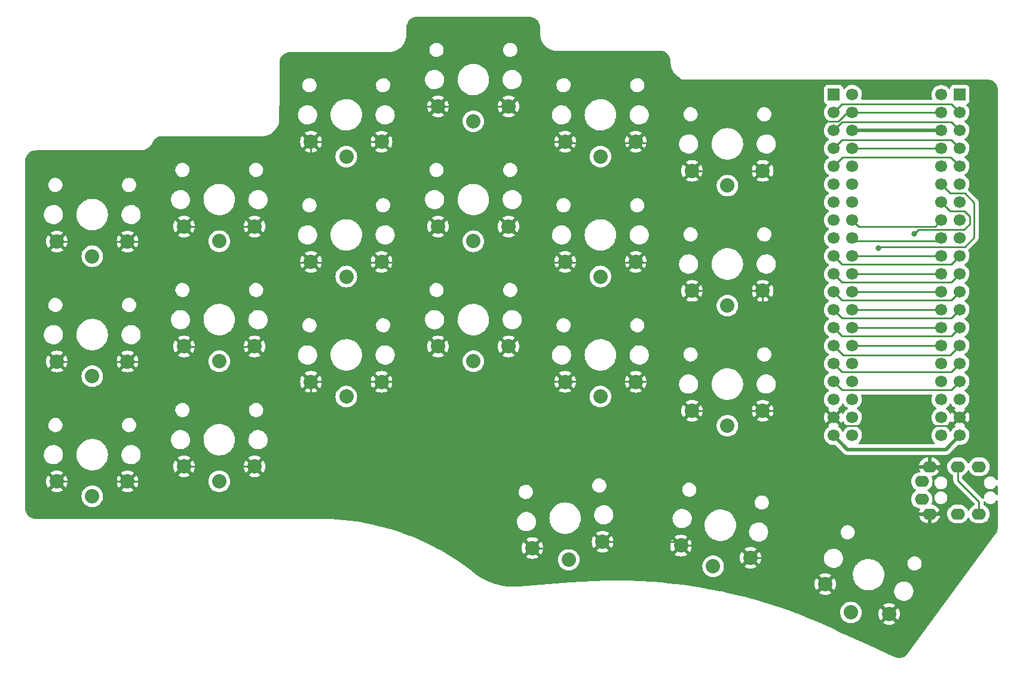
<source format=gbl>
%TF.GenerationSoftware,KiCad,Pcbnew,(6.0.5)*%
%TF.CreationDate,2022-07-18T13:28:33+02:00*%
%TF.ProjectId,cantorplus,63616e74-6f72-4706-9c75-732e6b696361,rev1.0*%
%TF.SameCoordinates,Original*%
%TF.FileFunction,Copper,L2,Bot*%
%TF.FilePolarity,Positive*%
%FSLAX46Y46*%
G04 Gerber Fmt 4.6, Leading zero omitted, Abs format (unit mm)*
G04 Created by KiCad (PCBNEW (6.0.5)) date 2022-07-18 13:28:33*
%MOMM*%
%LPD*%
G01*
G04 APERTURE LIST*
%TA.AperFunction,ComponentPad*%
%ADD10C,2.032000*%
%TD*%
%TA.AperFunction,ComponentPad*%
%ADD11O,2.000000X1.600000*%
%TD*%
%TA.AperFunction,ComponentPad*%
%ADD12R,1.700000X1.700000*%
%TD*%
%TA.AperFunction,ComponentPad*%
%ADD13C,1.700000*%
%TD*%
%TA.AperFunction,ViaPad*%
%ADD14C,0.800000*%
%TD*%
%TA.AperFunction,Conductor*%
%ADD15C,0.500000*%
%TD*%
%TA.AperFunction,Conductor*%
%ADD16C,0.250000*%
%TD*%
G04 APERTURE END LIST*
D10*
%TO.P,K25,1*%
%TO.N,/k25*%
X164000000Y-99900000D03*
%TO.P,K25,2*%
%TO.N,GND*%
X169000000Y-97800000D03*
X159000000Y-97800000D03*
%TD*%
%TO.P,K24,1*%
%TO.N,/k24*%
X146000000Y-95780000D03*
%TO.P,K24,2*%
%TO.N,GND*%
X151000000Y-93680000D03*
X141000000Y-93680000D03*
%TD*%
%TO.P,K21,1*%
%TO.N,/k21*%
X92000000Y-107780000D03*
%TO.P,K21,2*%
%TO.N,GND*%
X87000000Y-105680000D03*
X97000000Y-105680000D03*
%TD*%
%TO.P,K02,1*%
%TO.N,/k02*%
X110000000Y-61780000D03*
%TO.P,K02,2*%
%TO.N,GND*%
X115000000Y-59680000D03*
X105000000Y-59680000D03*
%TD*%
%TO.P,K10,1*%
%TO.N,/k10*%
X74000000Y-92900000D03*
%TO.P,K10,2*%
%TO.N,GND*%
X69000000Y-90800000D03*
X79000000Y-90800000D03*
%TD*%
%TO.P,K04,1*%
%TO.N,/k04*%
X146000000Y-61780000D03*
%TO.P,K04,2*%
%TO.N,GND*%
X141000000Y-59680000D03*
X151000000Y-59680000D03*
%TD*%
%TO.P,K12,1*%
%TO.N,/k12*%
X110000000Y-78780000D03*
%TO.P,K12,2*%
%TO.N,GND*%
X105000000Y-76680000D03*
X115000000Y-76680000D03*
%TD*%
%TO.P,K30,1*%
%TO.N,/k30*%
X141514219Y-118877549D03*
%TO.P,K30,2*%
%TO.N,GND*%
X146312165Y-116349761D03*
X136350218Y-117221319D03*
%TD*%
%TO.P,K01,1*%
%TO.N,/k01*%
X92000000Y-73780000D03*
%TO.P,K01,2*%
%TO.N,GND*%
X87000000Y-71680000D03*
X97000000Y-71680000D03*
%TD*%
%TO.P,K14,1*%
%TO.N,/k14*%
X146000000Y-78780000D03*
%TO.P,K14,2*%
%TO.N,GND*%
X141000000Y-76680000D03*
X151000000Y-76680000D03*
%TD*%
%TO.P,K23,1*%
%TO.N,/k23*%
X128000000Y-90780000D03*
%TO.P,K23,2*%
%TO.N,GND*%
X133000000Y-88680000D03*
X123000000Y-88680000D03*
%TD*%
%TO.P,K03,1*%
%TO.N,/k03*%
X128000000Y-56780000D03*
%TO.P,K03,2*%
%TO.N,GND*%
X133000000Y-54680000D03*
X123000000Y-54680000D03*
%TD*%
%TO.P,K22,1*%
%TO.N,/k22*%
X110000000Y-95780000D03*
%TO.P,K22,2*%
%TO.N,GND*%
X105000000Y-93680000D03*
X115000000Y-93680000D03*
%TD*%
D11*
%TO.P,J1,1,SLEEVE*%
%TO.N,+3V3*%
X191550000Y-107800000D03*
X191550000Y-110300000D03*
%TO.P,J1,2,TIP*%
%TO.N,GND*%
X192650000Y-112400000D03*
X192650000Y-105700000D03*
%TO.P,J1,3,RING1*%
%TO.N,/RX*%
X199650000Y-112400000D03*
X196650000Y-105700000D03*
%TO.P,J1,4,RING2*%
%TO.N,/TX*%
X196650000Y-112400000D03*
X199650000Y-105700000D03*
%TD*%
D10*
%TO.P,K15,1*%
%TO.N,/k15*%
X164000000Y-82900000D03*
%TO.P,K15,2*%
%TO.N,GND*%
X159000000Y-80800000D03*
X169000000Y-80800000D03*
%TD*%
%TO.P,K32,1*%
%TO.N,/k32*%
X181506552Y-126347216D03*
%TO.P,K32,2*%
%TO.N,GND*%
X186925590Y-126557061D03*
X177862512Y-122330878D03*
%TD*%
%TO.P,K11,1*%
%TO.N,/k11*%
X92000000Y-90780000D03*
%TO.P,K11,2*%
%TO.N,GND*%
X97000000Y-88680000D03*
X87000000Y-88680000D03*
%TD*%
D12*
%TO.P,U1,1,PB12*%
%TO.N,unconnected-(U1-Pad1)*%
X179035000Y-53020000D03*
X196935000Y-53000000D03*
D13*
%TO.P,U1,2,PB13*%
%TO.N,/k05*%
X196935000Y-55540000D03*
X179035000Y-55560000D03*
%TO.P,U1,3,PB14*%
%TO.N,/k04*%
X179035000Y-58100000D03*
X196935000Y-58080000D03*
%TO.P,U1,4,PB15*%
%TO.N,/k03*%
X196935000Y-60620000D03*
X179035000Y-60640000D03*
%TO.P,U1,5,PA8*%
%TO.N,/k02*%
X179035000Y-63180000D03*
X196935000Y-63160000D03*
%TO.P,U1,6,PA9*%
%TO.N,unconnected-(U1-Pad6)*%
X196935000Y-65700000D03*
X179035000Y-65720000D03*
%TO.P,U1,7,PA10*%
%TO.N,unconnected-(U1-Pad7)*%
X196935000Y-68240000D03*
X179035000Y-68260000D03*
%TO.P,U1,8,PA11*%
%TO.N,unconnected-(U1-Pad8)*%
X196935000Y-70780000D03*
X179035000Y-70800000D03*
%TO.P,U1,9,PA12*%
%TO.N,unconnected-(U1-Pad9)*%
X179035000Y-73340000D03*
X196935000Y-73320000D03*
%TO.P,U1,10,PA15*%
%TO.N,/k15*%
X196935000Y-75860000D03*
X179035000Y-75880000D03*
%TO.P,U1,11,PB3*%
%TO.N,/k14*%
X179035000Y-78420000D03*
X196935000Y-78400000D03*
%TO.P,U1,12,PB4*%
%TO.N,/k13*%
X179035000Y-80960000D03*
X196935000Y-80940000D03*
%TO.P,U1,13,PB5*%
%TO.N,/k12*%
X196935000Y-83480000D03*
X179035000Y-83500000D03*
%TO.P,U1,14,PB6*%
%TO.N,/TX*%
X179035000Y-86040000D03*
X196935000Y-86020000D03*
%TO.P,U1,15,PB7*%
%TO.N,/RX*%
X179035000Y-88580000D03*
X196935000Y-88560000D03*
%TO.P,U1,16,PB8*%
%TO.N,/k11*%
X196935000Y-91100000D03*
X179035000Y-91120000D03*
%TO.P,U1,17,PB9*%
%TO.N,/k10*%
X196935000Y-93640000D03*
X179035000Y-93660000D03*
%TO.P,U1,18,5V*%
%TO.N,unconnected-(U1-Pad18)*%
X179035000Y-96200000D03*
X196935000Y-96180000D03*
%TO.P,U1,19,GND*%
%TO.N,GND*%
X196935000Y-98720000D03*
X179035000Y-98740000D03*
%TO.P,U1,20,3V3*%
%TO.N,+3V3*%
X196935000Y-101260000D03*
X179035000Y-101280000D03*
%TO.P,U1,21,VBat*%
%TO.N,unconnected-(U1-Pad21)*%
X194275000Y-101280000D03*
X181695000Y-101260000D03*
%TO.P,U1,22,PC13*%
%TO.N,unconnected-(U1-Pad22)*%
X181695000Y-98720000D03*
X194275000Y-98740000D03*
%TO.P,U1,23,PC14*%
%TO.N,unconnected-(U1-Pad23)*%
X181695000Y-96180000D03*
X194275000Y-96200000D03*
%TO.P,U1,24,PC15*%
%TO.N,unconnected-(U1-Pad24)*%
X194275000Y-93660000D03*
X181695000Y-93640000D03*
%TO.P,U1,25,RES*%
%TO.N,unconnected-(U1-Pad25)*%
X194275000Y-91120000D03*
X181695000Y-91100000D03*
%TO.P,U1,26,PA0*%
%TO.N,/k32*%
X194275000Y-88580000D03*
X181695000Y-88560000D03*
%TO.P,U1,27,PA1*%
%TO.N,/k31*%
X194275000Y-86040000D03*
X181695000Y-86020000D03*
%TO.P,U1,28,PA2*%
%TO.N,/k30*%
X194275000Y-83500000D03*
X181695000Y-83480000D03*
%TO.P,U1,29,PA3*%
%TO.N,/k20*%
X181695000Y-80940000D03*
X194275000Y-80960000D03*
%TO.P,U1,30,PA4*%
%TO.N,/k21*%
X181695000Y-78400000D03*
X194275000Y-78420000D03*
%TO.P,U1,31,PA5*%
%TO.N,/k22*%
X194275000Y-75880000D03*
X181695000Y-75860000D03*
%TO.P,U1,32,PA6*%
%TO.N,/k23*%
X181695000Y-73320000D03*
X194275000Y-73340000D03*
%TO.P,U1,33,PA7*%
%TO.N,/k24*%
X181695000Y-70780000D03*
X194275000Y-70800000D03*
%TO.P,U1,34,PB0*%
%TO.N,/k25*%
X194275000Y-68260000D03*
X181695000Y-68240000D03*
%TO.P,U1,35,PB1*%
%TO.N,/k00*%
X194275000Y-65720000D03*
X181695000Y-65700000D03*
%TO.P,U1,36,PB2*%
%TO.N,unconnected-(U1-Pad36)*%
X181695000Y-63160000D03*
X194275000Y-63180000D03*
%TO.P,U1,37,PB10*%
%TO.N,/k01*%
X194275000Y-60640000D03*
X181695000Y-60620000D03*
%TO.P,U1,38,3V3*%
%TO.N,+3V3*%
X181695000Y-58080000D03*
X194275000Y-58100000D03*
%TO.P,U1,39,GND*%
%TO.N,GND*%
X181695000Y-55540000D03*
X194275000Y-55560000D03*
%TO.P,U1,40,5V*%
%TO.N,unconnected-(U1-Pad40)*%
X181695000Y-53000000D03*
X194275000Y-53020000D03*
%TD*%
D10*
%TO.P,K05,1*%
%TO.N,/k05*%
X164000000Y-65900000D03*
%TO.P,K05,2*%
%TO.N,GND*%
X169000000Y-63800000D03*
X159000000Y-63800000D03*
%TD*%
%TO.P,K20,1*%
%TO.N,/k20*%
X74000000Y-109900000D03*
%TO.P,K20,2*%
%TO.N,GND*%
X79000000Y-107800000D03*
X69000000Y-107800000D03*
%TD*%
%TO.P,K13,1*%
%TO.N,/k13*%
X128000000Y-73780000D03*
%TO.P,K13,2*%
%TO.N,GND*%
X123000000Y-71680000D03*
X133000000Y-71680000D03*
%TD*%
%TO.P,K00,1*%
%TO.N,/k00*%
X74000000Y-75900000D03*
%TO.P,K00,2*%
%TO.N,GND*%
X69000000Y-73800000D03*
X79000000Y-73800000D03*
%TD*%
%TO.P,K31,1*%
%TO.N,/k31*%
X161975476Y-119810366D03*
%TO.P,K31,2*%
%TO.N,GND*%
X167264176Y-118610510D03*
X157416098Y-116874029D03*
%TD*%
D14*
%TO.N,GND*%
X176750000Y-65850000D03*
X176300000Y-86700000D03*
X199980000Y-56760000D03*
X176000000Y-69800000D03*
X177100000Y-82500000D03*
X184930000Y-97600000D03*
X199930000Y-84850000D03*
%TO.N,/k00*%
X185420000Y-74740000D03*
%TO.N,/k25*%
X190450000Y-72750000D03*
%TD*%
D15*
%TO.N,+3V3*%
X179035000Y-101280000D02*
X181005000Y-103250000D01*
X194945000Y-103250000D02*
X196935000Y-101260000D01*
X181005000Y-103250000D02*
X194945000Y-103250000D01*
X181695000Y-58080000D02*
X194255000Y-58080000D01*
D16*
X194255000Y-58080000D02*
X194275000Y-58100000D01*
%TO.N,GND*%
X97055921Y-71680000D02*
X102150479Y-76774558D01*
X146312165Y-116349761D02*
X156891830Y-116349761D01*
X155034810Y-59834810D02*
X159000000Y-63800000D01*
X194255000Y-55540000D02*
X194275000Y-55560000D01*
X136350218Y-117221319D02*
X145440607Y-117221319D01*
X79000000Y-90800000D02*
X69000000Y-90800000D01*
X192664511Y-99914511D02*
X195740489Y-99914511D01*
X195740489Y-99914511D02*
X196935000Y-98720000D01*
X196106010Y-103750000D02*
X197250000Y-103750000D01*
X79000000Y-107800000D02*
X69000000Y-107800000D01*
X141176467Y-59872792D02*
X150920091Y-59872792D01*
X79000000Y-90800000D02*
X84880000Y-90800000D01*
X194156010Y-105700000D02*
X192650000Y-105700000D01*
X105000000Y-93657334D02*
X153407334Y-93657334D01*
X154450000Y-78800000D02*
X154550000Y-78700000D01*
X104961109Y-76774558D02*
X102131487Y-79604180D01*
X193600000Y-112400000D02*
X192650000Y-112400000D01*
X151010552Y-59830063D02*
X154560552Y-59830063D01*
X157000000Y-78800000D02*
X159000000Y-80800000D01*
X87039739Y-88719739D02*
X97060958Y-88719739D01*
X79000000Y-73800000D02*
X69000000Y-73800000D01*
X84880000Y-90800000D02*
X87000000Y-88680000D01*
X155550000Y-95800000D02*
X157000000Y-95800000D01*
X79000000Y-107800000D02*
X84798376Y-107800000D01*
X159000000Y-63800000D02*
X169000000Y-63800000D01*
X195500000Y-110500000D02*
X195500000Y-107700000D01*
X133000000Y-54680000D02*
X133002128Y-54680000D01*
X189250000Y-119250000D02*
X184434264Y-124065736D01*
X154550000Y-78700000D02*
X154550000Y-59834810D01*
X105094558Y-76774558D02*
X152424558Y-76774558D01*
X79006990Y-73793010D02*
X84982842Y-73793010D01*
X178095000Y-97800000D02*
X179035000Y-98740000D01*
X84982842Y-73793010D02*
X87052833Y-71723019D01*
X180209511Y-99914511D02*
X192664511Y-99914511D01*
X195500000Y-107700000D02*
X193500000Y-105700000D01*
X189250000Y-116850000D02*
X192650000Y-113450000D01*
X172139490Y-118610510D02*
X172139490Y-105635510D01*
X102165478Y-92275000D02*
X101475000Y-92275000D01*
X169000000Y-63800000D02*
X176030000Y-56770000D01*
X153407334Y-93657334D02*
X155550000Y-95800000D01*
X165527695Y-116874029D02*
X167264176Y-118610510D01*
X174142144Y-118610510D02*
X177862512Y-122330878D01*
X155550000Y-78800000D02*
X155550000Y-95800000D01*
X157000000Y-95800000D02*
X159000000Y-97800000D01*
X97000000Y-71680000D02*
X97055921Y-71680000D01*
X105000000Y-63680000D02*
X105000000Y-59680000D01*
X97000000Y-105680000D02*
X97002463Y-105680000D01*
X179729282Y-56770000D02*
X180959282Y-55540000D01*
X169000000Y-83500000D02*
X174550000Y-89050000D01*
X87000000Y-88680000D02*
X87039739Y-88719739D01*
X97002463Y-105680000D02*
X105000000Y-97682463D01*
X123000000Y-54680000D02*
X120000000Y-54680000D01*
X87052833Y-71723019D02*
X96956981Y-71723019D01*
X193500000Y-105700000D02*
X192650000Y-105700000D01*
X198750000Y-100535000D02*
X196935000Y-98720000D01*
X101475000Y-92275000D02*
X103595000Y-92275000D01*
X102131487Y-92233027D02*
X102169469Y-92271009D01*
X181695000Y-55540000D02*
X194255000Y-55540000D01*
X103595000Y-92275000D02*
X105000000Y-93680000D01*
X192650000Y-113450000D02*
X192650000Y-112400000D01*
X140544008Y-59744604D02*
X140672196Y-59872792D01*
X105000000Y-59680000D02*
X115000000Y-59680000D01*
X167264176Y-118610510D02*
X172139490Y-118610510D01*
X97000000Y-71680000D02*
X105000000Y-63680000D01*
X84798376Y-107800000D02*
X86918376Y-105680000D01*
X102150479Y-76774558D02*
X104961109Y-76774558D01*
X169000000Y-80800000D02*
X169000000Y-83500000D01*
X157416098Y-116874029D02*
X165527695Y-116874029D01*
X154550000Y-59834810D02*
X155034810Y-59834810D01*
X133002128Y-54680000D02*
X138002128Y-59680000D01*
X145440607Y-117221319D02*
X146312165Y-116349761D01*
X152424558Y-76774558D02*
X154450000Y-78800000D01*
X184434264Y-124065736D02*
X186925590Y-126557061D01*
X97060958Y-88719739D02*
X100616219Y-92275000D01*
X102131487Y-79604180D02*
X102131487Y-92233027D01*
X172139490Y-105635510D02*
X179035000Y-98740000D01*
X172139490Y-118610510D02*
X174142144Y-118610510D01*
X96956981Y-71723019D02*
X97000000Y-71680000D01*
X154450000Y-78800000D02*
X155550000Y-78800000D01*
X120000000Y-54680000D02*
X115000000Y-59680000D01*
X195500000Y-110500000D02*
X193600000Y-112400000D01*
X174550000Y-97800000D02*
X178095000Y-97800000D01*
X105000000Y-95800000D02*
X105000000Y-93657334D01*
X193200000Y-112300000D02*
X192662500Y-112300000D01*
X177862512Y-122330878D02*
X178878511Y-123346877D01*
X174550000Y-89050000D02*
X174550000Y-97800000D01*
X105000000Y-97682463D02*
X105000000Y-95800000D01*
X169000000Y-97800000D02*
X174550000Y-97800000D01*
X196106010Y-103750000D02*
X194156010Y-105700000D01*
X156891830Y-116349761D02*
X157416098Y-116874029D01*
X133000000Y-54680000D02*
X123000000Y-54680000D01*
X179035000Y-98740000D02*
X180209511Y-99914511D01*
X100616219Y-92275000D02*
X101475000Y-92275000D01*
X178878511Y-123346877D02*
X183715406Y-123346877D01*
X86918376Y-105680000D02*
X97000000Y-105680000D01*
X192650000Y-99929022D02*
X192664511Y-99914511D01*
X138002128Y-59680000D02*
X141000000Y-59680000D01*
X105000000Y-76680000D02*
X105094558Y-76774558D01*
X155550000Y-78800000D02*
X157000000Y-78800000D01*
X159000000Y-97800000D02*
X169000000Y-97800000D01*
X150415820Y-59872792D02*
X150544008Y-59744604D01*
X183715406Y-123346877D02*
X184434264Y-124065736D01*
X79000000Y-73800000D02*
X79006990Y-73793010D01*
X180959282Y-55540000D02*
X181695000Y-55540000D01*
X105000000Y-93680000D02*
X105000000Y-95800000D01*
X102169469Y-92271009D02*
X102165478Y-92275000D01*
X189250000Y-116850000D02*
X189250000Y-119250000D01*
X159000000Y-80800000D02*
X169000000Y-80800000D01*
X197250000Y-103750000D02*
X198750000Y-102250000D01*
X198750000Y-102250000D02*
X198750000Y-100535000D01*
X176030000Y-56770000D02*
X179729282Y-56770000D01*
%TO.N,/TX*%
X193786995Y-87213005D02*
X193788501Y-87214511D01*
X179035000Y-86040000D02*
X180208005Y-87213005D01*
X195740489Y-87214511D02*
X196935000Y-86020000D01*
X193788501Y-87214511D02*
X195740489Y-87214511D01*
X180208005Y-87213005D02*
X193786995Y-87213005D01*
%TO.N,/RX*%
X199650000Y-110650000D02*
X199650000Y-112400000D01*
X196650000Y-107650000D02*
X199650000Y-110650000D01*
X180380489Y-89925489D02*
X195569511Y-89925489D01*
X196650000Y-105700000D02*
X196650000Y-107650000D01*
X179035000Y-88580000D02*
X180380489Y-89925489D01*
X195569511Y-89925489D02*
X196935000Y-88560000D01*
%TO.N,/k00*%
X197630000Y-74590000D02*
X185570000Y-74590000D01*
X197630000Y-66970000D02*
X198950000Y-68290000D01*
X194275000Y-65720000D02*
X195525000Y-66970000D01*
X198950000Y-73270000D02*
X197630000Y-74590000D01*
X198950000Y-68290000D02*
X198950000Y-73270000D01*
X195525000Y-66970000D02*
X197630000Y-66970000D01*
X185570000Y-74590000D02*
X185420000Y-74740000D01*
%TO.N,/k01*%
X194255000Y-60620000D02*
X194275000Y-60640000D01*
X181695000Y-60620000D02*
X194255000Y-60620000D01*
%TO.N,/k02*%
X180345000Y-61870000D02*
X195645000Y-61870000D01*
X179035000Y-63180000D02*
X180345000Y-61870000D01*
X195645000Y-61870000D02*
X196935000Y-63160000D01*
%TO.N,/k03*%
X179035000Y-60640000D02*
X180229511Y-59445489D01*
X180229511Y-59445489D02*
X195760489Y-59445489D01*
X195760489Y-59445489D02*
X196935000Y-60620000D01*
%TO.N,/k04*%
X179035000Y-58100000D02*
X180229511Y-56905489D01*
X195760489Y-56905489D02*
X196935000Y-58080000D01*
X180229511Y-56905489D02*
X195760489Y-56905489D01*
%TO.N,/k05*%
X179035000Y-55560000D02*
X180229511Y-54365489D01*
X195760489Y-54365489D02*
X196935000Y-55540000D01*
X180229511Y-54365489D02*
X195760489Y-54365489D01*
%TO.N,/k10*%
X179035000Y-93660000D02*
X180209511Y-94834511D01*
X180209511Y-94834511D02*
X195740489Y-94834511D01*
X195740489Y-94834511D02*
X196935000Y-93640000D01*
%TO.N,/k11*%
X195740489Y-92294511D02*
X196935000Y-91100000D01*
X180209511Y-92294511D02*
X195740489Y-92294511D01*
X179035000Y-91120000D02*
X180209511Y-92294511D01*
%TO.N,/k12*%
X195740489Y-84674511D02*
X196935000Y-83480000D01*
X179035000Y-83500000D02*
X180209511Y-84674511D01*
X180209511Y-84674511D02*
X195740489Y-84674511D01*
%TO.N,/k13*%
X179035000Y-80960000D02*
X180209511Y-82134511D01*
X180209511Y-82134511D02*
X195740489Y-82134511D01*
X195740489Y-82134511D02*
X196935000Y-80940000D01*
%TO.N,/k14*%
X195740489Y-79594511D02*
X196935000Y-78400000D01*
X180209511Y-79594511D02*
X195740489Y-79594511D01*
X179035000Y-78420000D02*
X180209511Y-79594511D01*
%TO.N,/k15*%
X179035000Y-75880000D02*
X180189511Y-77034511D01*
X195740489Y-77054511D02*
X196935000Y-75860000D01*
X192275009Y-77034511D02*
X192295009Y-77054511D01*
X180189511Y-77034511D02*
X192275009Y-77034511D01*
X192295009Y-77054511D02*
X195740489Y-77054511D01*
%TO.N,/k20*%
X181695000Y-80940000D02*
X194255000Y-80940000D01*
X194255000Y-80940000D02*
X194275000Y-80960000D01*
%TO.N,/k21*%
X194255000Y-78400000D02*
X194275000Y-78420000D01*
X181695000Y-78400000D02*
X194255000Y-78400000D01*
%TO.N,/k22*%
X194255000Y-75860000D02*
X194275000Y-75880000D01*
X181695000Y-75860000D02*
X194255000Y-75860000D01*
%TO.N,/k23*%
X181695000Y-73320000D02*
X182135000Y-73760000D01*
X182135000Y-73760000D02*
X193855000Y-73760000D01*
X193855000Y-73760000D02*
X194275000Y-73340000D01*
%TO.N,/k24*%
X193395000Y-71680000D02*
X194275000Y-70800000D01*
X182595000Y-71680000D02*
X193395000Y-71680000D01*
X194255000Y-70780000D02*
X194275000Y-70800000D01*
X181695000Y-70780000D02*
X182595000Y-71680000D01*
%TO.N,/k25*%
X198310000Y-70260000D02*
X197570000Y-69520000D01*
X198310000Y-71360000D02*
X198310000Y-70260000D01*
X197530000Y-72140000D02*
X198310000Y-71360000D01*
X197570000Y-69520000D02*
X195535000Y-69520000D01*
X194255000Y-68240000D02*
X194275000Y-68260000D01*
X190450000Y-72750000D02*
X191060000Y-72140000D01*
X195535000Y-69520000D02*
X194275000Y-68260000D01*
X191060000Y-72140000D02*
X197530000Y-72140000D01*
%TO.N,/k30*%
X194255000Y-83480000D02*
X194275000Y-83500000D01*
X181695000Y-83480000D02*
X194255000Y-83480000D01*
%TO.N,/k31*%
X181695000Y-86020000D02*
X194255000Y-86020000D01*
X194255000Y-86020000D02*
X194275000Y-86040000D01*
%TO.N,/k32*%
X181695000Y-88560000D02*
X194255000Y-88560000D01*
X194255000Y-88560000D02*
X194275000Y-88580000D01*
%TD*%
%TA.AperFunction,Conductor*%
%TO.N,GND*%
G36*
X119938873Y-42009204D02*
G01*
X119955566Y-42011803D01*
X119955573Y-42011804D01*
X119960386Y-42012553D01*
X135900747Y-42012553D01*
X135920133Y-42014053D01*
X135953762Y-42019290D01*
X135953765Y-42019290D01*
X135962634Y-42020671D01*
X135977891Y-42018676D01*
X136003211Y-42017933D01*
X136172192Y-42030021D01*
X136189978Y-42032578D01*
X136380307Y-42073983D01*
X136397550Y-42079045D01*
X136469135Y-42105745D01*
X136580062Y-42147119D01*
X136596414Y-42154587D01*
X136767370Y-42247936D01*
X136782494Y-42257656D01*
X136938426Y-42374386D01*
X136952012Y-42386159D01*
X137089738Y-42523885D01*
X137101506Y-42537465D01*
X137218250Y-42693415D01*
X137227962Y-42708528D01*
X137321313Y-42879485D01*
X137328780Y-42895837D01*
X137396853Y-43078342D01*
X137401914Y-43095578D01*
X137422550Y-43190436D01*
X137443321Y-43285914D01*
X137445880Y-43303706D01*
X137455367Y-43436338D01*
X137457457Y-43465563D01*
X137456704Y-43483687D01*
X137456605Y-43491833D01*
X137455223Y-43500709D01*
X137459882Y-43536337D01*
X137462277Y-43554651D01*
X137463341Y-43570989D01*
X137463341Y-44413968D01*
X137462203Y-44427592D01*
X137462435Y-44427613D01*
X137462000Y-44432466D01*
X137461193Y-44437262D01*
X137461040Y-44449814D01*
X137461729Y-44454623D01*
X137461729Y-44454627D01*
X137461977Y-44456355D01*
X137463027Y-44466713D01*
X137463117Y-44468220D01*
X137463341Y-44475732D01*
X137463341Y-44509364D01*
X137463977Y-44513802D01*
X137466465Y-44531180D01*
X137467511Y-44541497D01*
X137478810Y-44729908D01*
X137528956Y-45005987D01*
X137611732Y-45274096D01*
X137613268Y-45277542D01*
X137613270Y-45277548D01*
X137713815Y-45503157D01*
X137725953Y-45530393D01*
X137727888Y-45533629D01*
X137727890Y-45533632D01*
X137868044Y-45767966D01*
X137868050Y-45767975D01*
X137869982Y-45771205D01*
X137872297Y-45774195D01*
X138028447Y-45975890D01*
X138041755Y-45993080D01*
X138093451Y-46045486D01*
X138191937Y-46145324D01*
X138238809Y-46192840D01*
X138241762Y-46195192D01*
X138241764Y-46195193D01*
X138401744Y-46322572D01*
X138458322Y-46367621D01*
X138697147Y-46514920D01*
X138700567Y-46516500D01*
X138700570Y-46516502D01*
X138948430Y-46631039D01*
X138948436Y-46631041D01*
X138951863Y-46632625D01*
X138955456Y-46633788D01*
X138955458Y-46633789D01*
X139215235Y-46717889D01*
X139215239Y-46717890D01*
X139218819Y-46719049D01*
X139494189Y-46772955D01*
X139604039Y-46781047D01*
X139770274Y-46793293D01*
X139770282Y-46793293D01*
X139774027Y-46793569D01*
X139777788Y-46793395D01*
X139777791Y-46793395D01*
X139869404Y-46789155D01*
X140020685Y-46782153D01*
X140034121Y-46782249D01*
X140041927Y-46782722D01*
X140054425Y-46781544D01*
X140057042Y-46780880D01*
X140076559Y-46779206D01*
X154308157Y-46779206D01*
X154327542Y-46780706D01*
X154422153Y-46795438D01*
X154422157Y-46795438D01*
X154431026Y-46796819D01*
X154446283Y-46794824D01*
X154471602Y-46794081D01*
X154640582Y-46806168D01*
X154658365Y-46808725D01*
X154848690Y-46850128D01*
X154865938Y-46855192D01*
X155048447Y-46923264D01*
X155064791Y-46930728D01*
X155235749Y-47024080D01*
X155250871Y-47033799D01*
X155406799Y-47150526D01*
X155420386Y-47162300D01*
X155558115Y-47300032D01*
X155569888Y-47313618D01*
X155686615Y-47469549D01*
X155696334Y-47484673D01*
X155789678Y-47655625D01*
X155797146Y-47671978D01*
X155865212Y-47854475D01*
X155870277Y-47871722D01*
X155893877Y-47980217D01*
X155911679Y-48062056D01*
X155914237Y-48079851D01*
X155925822Y-48241857D01*
X155925102Y-48259158D01*
X155924994Y-48267971D01*
X155923612Y-48276845D01*
X155942496Y-48421273D01*
X155943945Y-48424565D01*
X155947162Y-48443732D01*
X155960925Y-48671320D01*
X155963268Y-48710074D01*
X155963953Y-48713813D01*
X155963954Y-48713820D01*
X155983149Y-48818569D01*
X156017966Y-49008576D01*
X156035931Y-49066231D01*
X156107109Y-49294664D01*
X156107112Y-49294672D01*
X156108245Y-49298308D01*
X156109807Y-49301779D01*
X156109809Y-49301784D01*
X156118533Y-49321168D01*
X156232790Y-49575045D01*
X156389784Y-49834752D01*
X156392132Y-49837749D01*
X156392134Y-49837752D01*
X156532903Y-50017433D01*
X156576939Y-50073642D01*
X156791523Y-50288231D01*
X156891696Y-50366712D01*
X157025583Y-50471607D01*
X157030410Y-50475389D01*
X157273053Y-50622074D01*
X157314428Y-50662665D01*
X157358778Y-50732956D01*
X157467953Y-50829376D01*
X157476076Y-50833190D01*
X157476078Y-50833191D01*
X157508443Y-50848386D01*
X157599802Y-50891279D01*
X157608667Y-50892659D01*
X157608669Y-50892660D01*
X157677748Y-50903416D01*
X157710388Y-50908498D01*
X158259916Y-50908498D01*
X158267523Y-50908728D01*
X158284766Y-50909771D01*
X158427156Y-50918385D01*
X158440439Y-50919899D01*
X158440645Y-50919934D01*
X158440651Y-50919935D01*
X158445445Y-50920741D01*
X158451790Y-50920818D01*
X158453137Y-50920835D01*
X158453140Y-50920835D01*
X158457997Y-50920894D01*
X158535667Y-50909771D01*
X158553529Y-50908498D01*
X178869091Y-50908499D01*
X200950633Y-50908500D01*
X200970018Y-50910000D01*
X200984851Y-50912310D01*
X200984855Y-50912310D01*
X200993724Y-50913691D01*
X201007789Y-50911852D01*
X201034003Y-50911176D01*
X201192152Y-50923623D01*
X201211677Y-50926716D01*
X201389459Y-50969398D01*
X201408254Y-50975505D01*
X201441400Y-50989234D01*
X201577166Y-51045470D01*
X201594783Y-51054446D01*
X201750670Y-51149974D01*
X201766665Y-51161596D01*
X201905687Y-51280332D01*
X201919668Y-51294313D01*
X202038404Y-51433335D01*
X202050026Y-51449330D01*
X202145554Y-51605217D01*
X202154530Y-51622834D01*
X202186564Y-51700172D01*
X202223729Y-51789894D01*
X202224494Y-51791742D01*
X202230602Y-51810541D01*
X202272336Y-51984373D01*
X202273284Y-51988322D01*
X202276377Y-52007850D01*
X202288272Y-52158987D01*
X202287630Y-52175875D01*
X202287800Y-52175877D01*
X202287690Y-52184853D01*
X202286309Y-52193724D01*
X202287473Y-52202626D01*
X202287473Y-52202628D01*
X202290436Y-52225283D01*
X202291500Y-52241621D01*
X202291500Y-107512831D01*
X202271498Y-107580952D01*
X202217842Y-107627445D01*
X202147568Y-107637549D01*
X202082988Y-107608055D01*
X202050393Y-107564080D01*
X202043803Y-107549278D01*
X202043802Y-107549276D01*
X202041118Y-107543248D01*
X201928866Y-107388747D01*
X201895351Y-107358570D01*
X201791852Y-107265379D01*
X201791851Y-107265378D01*
X201786944Y-107260960D01*
X201621556Y-107165473D01*
X201439928Y-107106458D01*
X201433367Y-107105768D01*
X201433365Y-107105768D01*
X201380111Y-107100171D01*
X201297610Y-107091500D01*
X201202390Y-107091500D01*
X201119889Y-107100171D01*
X201066635Y-107105768D01*
X201066633Y-107105768D01*
X201060072Y-107106458D01*
X200878444Y-107165473D01*
X200713056Y-107260960D01*
X200708149Y-107265378D01*
X200708148Y-107265379D01*
X200604649Y-107358570D01*
X200571134Y-107388747D01*
X200458882Y-107543248D01*
X200456198Y-107549276D01*
X200456197Y-107549278D01*
X200383891Y-107711681D01*
X200381206Y-107717712D01*
X200369014Y-107775070D01*
X200358114Y-107826353D01*
X200341500Y-107904513D01*
X200341500Y-108095487D01*
X200342872Y-108101939D01*
X200342872Y-108101944D01*
X200357081Y-108168790D01*
X200381206Y-108282288D01*
X200383891Y-108288318D01*
X200383891Y-108288319D01*
X200453931Y-108445631D01*
X200458882Y-108456752D01*
X200462762Y-108462093D01*
X200462763Y-108462094D01*
X200480981Y-108487169D01*
X200571134Y-108611253D01*
X200576044Y-108615674D01*
X200576045Y-108615675D01*
X200639396Y-108672716D01*
X200713056Y-108739040D01*
X200813139Y-108796823D01*
X200857516Y-108822444D01*
X200878444Y-108834527D01*
X201060072Y-108893542D01*
X201066633Y-108894232D01*
X201066635Y-108894232D01*
X201119889Y-108899829D01*
X201202390Y-108908500D01*
X201297610Y-108908500D01*
X201380111Y-108899829D01*
X201433365Y-108894232D01*
X201433367Y-108894232D01*
X201439928Y-108893542D01*
X201621556Y-108834527D01*
X201642485Y-108822444D01*
X201686861Y-108796823D01*
X201786944Y-108739040D01*
X201860605Y-108672716D01*
X201923955Y-108615675D01*
X201923956Y-108615674D01*
X201928866Y-108611253D01*
X202019019Y-108487169D01*
X202037237Y-108462094D01*
X202037238Y-108462093D01*
X202041118Y-108456752D01*
X202046070Y-108445631D01*
X202050393Y-108435920D01*
X202096373Y-108381824D01*
X202164300Y-108361175D01*
X202232609Y-108380527D01*
X202279610Y-108433738D01*
X202291500Y-108487169D01*
X202291500Y-109612831D01*
X202271498Y-109680952D01*
X202217842Y-109727445D01*
X202147568Y-109737549D01*
X202082988Y-109708055D01*
X202050393Y-109664080D01*
X202043803Y-109649278D01*
X202043802Y-109649276D01*
X202041118Y-109643248D01*
X202030304Y-109628363D01*
X201948332Y-109515540D01*
X201928866Y-109488747D01*
X201892164Y-109455700D01*
X201791852Y-109365379D01*
X201791851Y-109365378D01*
X201786944Y-109360960D01*
X201621556Y-109265473D01*
X201439928Y-109206458D01*
X201433367Y-109205768D01*
X201433365Y-109205768D01*
X201380111Y-109200171D01*
X201297610Y-109191500D01*
X201202390Y-109191500D01*
X201119889Y-109200171D01*
X201066635Y-109205768D01*
X201066633Y-109205768D01*
X201060072Y-109206458D01*
X200878444Y-109265473D01*
X200713056Y-109360960D01*
X200708149Y-109365378D01*
X200708148Y-109365379D01*
X200607836Y-109455700D01*
X200571134Y-109488747D01*
X200551668Y-109515540D01*
X200469697Y-109628363D01*
X200458882Y-109643248D01*
X200456198Y-109649276D01*
X200456197Y-109649278D01*
X200384350Y-109810650D01*
X200381206Y-109817712D01*
X200365170Y-109893157D01*
X200350735Y-109961068D01*
X200341500Y-110004513D01*
X200341500Y-110136800D01*
X200321498Y-110204921D01*
X200267842Y-110251414D01*
X200197568Y-110261518D01*
X200132988Y-110232024D01*
X200123648Y-110223051D01*
X200120132Y-110219306D01*
X200115472Y-110212893D01*
X200081395Y-110184702D01*
X200072616Y-110176712D01*
X197320405Y-107424500D01*
X197286379Y-107362188D01*
X197283500Y-107335405D01*
X197283500Y-107021896D01*
X197303502Y-106953775D01*
X197356251Y-106907701D01*
X197501758Y-106839851D01*
X197501764Y-106839847D01*
X197506749Y-106837523D01*
X197611611Y-106764098D01*
X197689789Y-106709357D01*
X197689792Y-106709355D01*
X197694300Y-106706198D01*
X197856198Y-106544300D01*
X197883032Y-106505978D01*
X197943200Y-106420048D01*
X197987523Y-106356749D01*
X198035805Y-106253207D01*
X198082722Y-106199922D01*
X198150999Y-106180461D01*
X198218959Y-106201003D01*
X198264195Y-106253207D01*
X198312477Y-106356749D01*
X198356800Y-106420048D01*
X198416969Y-106505978D01*
X198443802Y-106544300D01*
X198605700Y-106706198D01*
X198610208Y-106709355D01*
X198610211Y-106709357D01*
X198688389Y-106764098D01*
X198793251Y-106837523D01*
X198798233Y-106839846D01*
X198798238Y-106839849D01*
X198995775Y-106931961D01*
X199000757Y-106934284D01*
X199006065Y-106935706D01*
X199006067Y-106935707D01*
X199216598Y-106992119D01*
X199216600Y-106992119D01*
X199221913Y-106993543D01*
X199321480Y-107002254D01*
X199390149Y-107008262D01*
X199390156Y-107008262D01*
X199392873Y-107008500D01*
X199907127Y-107008500D01*
X199909844Y-107008262D01*
X199909851Y-107008262D01*
X199978520Y-107002254D01*
X200078087Y-106993543D01*
X200083400Y-106992119D01*
X200083402Y-106992119D01*
X200293933Y-106935707D01*
X200293935Y-106935706D01*
X200299243Y-106934284D01*
X200304225Y-106931961D01*
X200501762Y-106839849D01*
X200501767Y-106839846D01*
X200506749Y-106837523D01*
X200611611Y-106764098D01*
X200689789Y-106709357D01*
X200689792Y-106709355D01*
X200694300Y-106706198D01*
X200856198Y-106544300D01*
X200883032Y-106505978D01*
X200943200Y-106420048D01*
X200987523Y-106356749D01*
X200989846Y-106351767D01*
X200989849Y-106351762D01*
X201081961Y-106154225D01*
X201081961Y-106154224D01*
X201084284Y-106149243D01*
X201101090Y-106086525D01*
X201142119Y-105933402D01*
X201142119Y-105933400D01*
X201143543Y-105928087D01*
X201163498Y-105700000D01*
X201143543Y-105471913D01*
X201133244Y-105433478D01*
X201085707Y-105256067D01*
X201085706Y-105256065D01*
X201084284Y-105250757D01*
X201069727Y-105219539D01*
X200989849Y-105048238D01*
X200989846Y-105048233D01*
X200987523Y-105043251D01*
X200856198Y-104855700D01*
X200694300Y-104693802D01*
X200689792Y-104690645D01*
X200689789Y-104690643D01*
X200562709Y-104601661D01*
X200506749Y-104562477D01*
X200501767Y-104560154D01*
X200501762Y-104560151D01*
X200304225Y-104468039D01*
X200304224Y-104468039D01*
X200299243Y-104465716D01*
X200293935Y-104464294D01*
X200293933Y-104464293D01*
X200083402Y-104407881D01*
X200083400Y-104407881D01*
X200078087Y-104406457D01*
X199978520Y-104397746D01*
X199909851Y-104391738D01*
X199909844Y-104391738D01*
X199907127Y-104391500D01*
X199392873Y-104391500D01*
X199390156Y-104391738D01*
X199390149Y-104391738D01*
X199321480Y-104397746D01*
X199221913Y-104406457D01*
X199216600Y-104407881D01*
X199216598Y-104407881D01*
X199006067Y-104464293D01*
X199006065Y-104464294D01*
X199000757Y-104465716D01*
X198995776Y-104468039D01*
X198995775Y-104468039D01*
X198798238Y-104560151D01*
X198798233Y-104560154D01*
X198793251Y-104562477D01*
X198737291Y-104601661D01*
X198610211Y-104690643D01*
X198610208Y-104690645D01*
X198605700Y-104693802D01*
X198443802Y-104855700D01*
X198312477Y-105043251D01*
X198276230Y-105120984D01*
X198264195Y-105146793D01*
X198217278Y-105200078D01*
X198149001Y-105219539D01*
X198081041Y-105198997D01*
X198035805Y-105146793D01*
X198023770Y-105120984D01*
X197987523Y-105043251D01*
X197856198Y-104855700D01*
X197694300Y-104693802D01*
X197689792Y-104690645D01*
X197689789Y-104690643D01*
X197562709Y-104601661D01*
X197506749Y-104562477D01*
X197501767Y-104560154D01*
X197501762Y-104560151D01*
X197304225Y-104468039D01*
X197304224Y-104468039D01*
X197299243Y-104465716D01*
X197293935Y-104464294D01*
X197293933Y-104464293D01*
X197083402Y-104407881D01*
X197083400Y-104407881D01*
X197078087Y-104406457D01*
X196978520Y-104397746D01*
X196909851Y-104391738D01*
X196909844Y-104391738D01*
X196907127Y-104391500D01*
X196392873Y-104391500D01*
X196390156Y-104391738D01*
X196390149Y-104391738D01*
X196321480Y-104397746D01*
X196221913Y-104406457D01*
X196216600Y-104407881D01*
X196216598Y-104407881D01*
X196006067Y-104464293D01*
X196006065Y-104464294D01*
X196000757Y-104465716D01*
X195995776Y-104468039D01*
X195995775Y-104468039D01*
X195798238Y-104560151D01*
X195798233Y-104560154D01*
X195793251Y-104562477D01*
X195737291Y-104601661D01*
X195610211Y-104690643D01*
X195610208Y-104690645D01*
X195605700Y-104693802D01*
X195443802Y-104855700D01*
X195312477Y-105043251D01*
X195310154Y-105048233D01*
X195310151Y-105048238D01*
X195230273Y-105219539D01*
X195215716Y-105250757D01*
X195214294Y-105256065D01*
X195214293Y-105256067D01*
X195166756Y-105433478D01*
X195156457Y-105471913D01*
X195136502Y-105700000D01*
X195156457Y-105928087D01*
X195157881Y-105933400D01*
X195157881Y-105933402D01*
X195198911Y-106086525D01*
X195215716Y-106149243D01*
X195218039Y-106154224D01*
X195218039Y-106154225D01*
X195310151Y-106351762D01*
X195310154Y-106351767D01*
X195312477Y-106356749D01*
X195356800Y-106420048D01*
X195416969Y-106505978D01*
X195443802Y-106544300D01*
X195605700Y-106706198D01*
X195610208Y-106709355D01*
X195610211Y-106709357D01*
X195688389Y-106764098D01*
X195793251Y-106837523D01*
X195798236Y-106839847D01*
X195798242Y-106839851D01*
X195943749Y-106907701D01*
X195997035Y-106954618D01*
X196016500Y-107021896D01*
X196016500Y-107571233D01*
X196015973Y-107582416D01*
X196014298Y-107589909D01*
X196014547Y-107597835D01*
X196014547Y-107597836D01*
X196016438Y-107657986D01*
X196016500Y-107661945D01*
X196016500Y-107689856D01*
X196016997Y-107693790D01*
X196016997Y-107693791D01*
X196017005Y-107693856D01*
X196017938Y-107705693D01*
X196019327Y-107749889D01*
X196024978Y-107769339D01*
X196028987Y-107788700D01*
X196031526Y-107808797D01*
X196034445Y-107816168D01*
X196034445Y-107816170D01*
X196047804Y-107849912D01*
X196051649Y-107861142D01*
X196063982Y-107903593D01*
X196068015Y-107910412D01*
X196068017Y-107910417D01*
X196074293Y-107921028D01*
X196082988Y-107938776D01*
X196090448Y-107957617D01*
X196095110Y-107964033D01*
X196095110Y-107964034D01*
X196116436Y-107993387D01*
X196122952Y-108003307D01*
X196141228Y-108034209D01*
X196145458Y-108041362D01*
X196159779Y-108055683D01*
X196172619Y-108070716D01*
X196184528Y-108087107D01*
X196190634Y-108092158D01*
X196218605Y-108115298D01*
X196227384Y-108123288D01*
X198979595Y-110875499D01*
X199013621Y-110937811D01*
X199016500Y-110964594D01*
X199016500Y-111078104D01*
X198996498Y-111146225D01*
X198943749Y-111192299D01*
X198798242Y-111260149D01*
X198798239Y-111260151D01*
X198793251Y-111262477D01*
X198730811Y-111306198D01*
X198610211Y-111390643D01*
X198610208Y-111390645D01*
X198605700Y-111393802D01*
X198443802Y-111555700D01*
X198440645Y-111560208D01*
X198440643Y-111560211D01*
X198394817Y-111625657D01*
X198312477Y-111743251D01*
X198276188Y-111821074D01*
X198264195Y-111846793D01*
X198217278Y-111900078D01*
X198149001Y-111919539D01*
X198081041Y-111898997D01*
X198035805Y-111846793D01*
X198023812Y-111821074D01*
X197987523Y-111743251D01*
X197905183Y-111625657D01*
X197859357Y-111560211D01*
X197859355Y-111560208D01*
X197856198Y-111555700D01*
X197694300Y-111393802D01*
X197689792Y-111390645D01*
X197689789Y-111390643D01*
X197569189Y-111306198D01*
X197506749Y-111262477D01*
X197501767Y-111260154D01*
X197501762Y-111260151D01*
X197304225Y-111168039D01*
X197304224Y-111168039D01*
X197299243Y-111165716D01*
X197293935Y-111164294D01*
X197293933Y-111164293D01*
X197083402Y-111107881D01*
X197083400Y-111107881D01*
X197078087Y-111106457D01*
X196978520Y-111097746D01*
X196909851Y-111091738D01*
X196909844Y-111091738D01*
X196907127Y-111091500D01*
X196392873Y-111091500D01*
X196390156Y-111091738D01*
X196390149Y-111091738D01*
X196321480Y-111097746D01*
X196221913Y-111106457D01*
X196216600Y-111107881D01*
X196216598Y-111107881D01*
X196006067Y-111164293D01*
X196006065Y-111164294D01*
X196000757Y-111165716D01*
X195995776Y-111168039D01*
X195995775Y-111168039D01*
X195798238Y-111260151D01*
X195798233Y-111260154D01*
X195793251Y-111262477D01*
X195730811Y-111306198D01*
X195610211Y-111390643D01*
X195610208Y-111390645D01*
X195605700Y-111393802D01*
X195443802Y-111555700D01*
X195440645Y-111560208D01*
X195440643Y-111560211D01*
X195394817Y-111625657D01*
X195312477Y-111743251D01*
X195310154Y-111748233D01*
X195310151Y-111748238D01*
X195234458Y-111910565D01*
X195215716Y-111950757D01*
X195214294Y-111956065D01*
X195214293Y-111956067D01*
X195158586Y-112163968D01*
X195156457Y-112171913D01*
X195136502Y-112400000D01*
X195156457Y-112628087D01*
X195157881Y-112633400D01*
X195157881Y-112633402D01*
X195191917Y-112760423D01*
X195215716Y-112849243D01*
X195218039Y-112854224D01*
X195218039Y-112854225D01*
X195310151Y-113051762D01*
X195310154Y-113051767D01*
X195312477Y-113056749D01*
X195443802Y-113244300D01*
X195605700Y-113406198D01*
X195610208Y-113409355D01*
X195610211Y-113409357D01*
X195649668Y-113436985D01*
X195793251Y-113537523D01*
X195798233Y-113539846D01*
X195798238Y-113539849D01*
X195994765Y-113631490D01*
X196000757Y-113634284D01*
X196006065Y-113635706D01*
X196006067Y-113635707D01*
X196216598Y-113692119D01*
X196216600Y-113692119D01*
X196221913Y-113693543D01*
X196320120Y-113702135D01*
X196390149Y-113708262D01*
X196390156Y-113708262D01*
X196392873Y-113708500D01*
X196907127Y-113708500D01*
X196909844Y-113708262D01*
X196909851Y-113708262D01*
X196979880Y-113702135D01*
X197078087Y-113693543D01*
X197083400Y-113692119D01*
X197083402Y-113692119D01*
X197293933Y-113635707D01*
X197293935Y-113635706D01*
X197299243Y-113634284D01*
X197305235Y-113631490D01*
X197501762Y-113539849D01*
X197501767Y-113539846D01*
X197506749Y-113537523D01*
X197650332Y-113436985D01*
X197689789Y-113409357D01*
X197689792Y-113409355D01*
X197694300Y-113406198D01*
X197856198Y-113244300D01*
X197987523Y-113056749D01*
X198035805Y-112953207D01*
X198082722Y-112899922D01*
X198150999Y-112880461D01*
X198218959Y-112901003D01*
X198264195Y-112953207D01*
X198312477Y-113056749D01*
X198443802Y-113244300D01*
X198605700Y-113406198D01*
X198610208Y-113409355D01*
X198610211Y-113409357D01*
X198649668Y-113436985D01*
X198793251Y-113537523D01*
X198798233Y-113539846D01*
X198798238Y-113539849D01*
X198994765Y-113631490D01*
X199000757Y-113634284D01*
X199006065Y-113635706D01*
X199006067Y-113635707D01*
X199216598Y-113692119D01*
X199216600Y-113692119D01*
X199221913Y-113693543D01*
X199320120Y-113702135D01*
X199390149Y-113708262D01*
X199390156Y-113708262D01*
X199392873Y-113708500D01*
X199907127Y-113708500D01*
X199909844Y-113708262D01*
X199909851Y-113708262D01*
X199979880Y-113702135D01*
X200078087Y-113693543D01*
X200083400Y-113692119D01*
X200083402Y-113692119D01*
X200293933Y-113635707D01*
X200293935Y-113635706D01*
X200299243Y-113634284D01*
X200305235Y-113631490D01*
X200501762Y-113539849D01*
X200501767Y-113539846D01*
X200506749Y-113537523D01*
X200650332Y-113436985D01*
X200689789Y-113409357D01*
X200689792Y-113409355D01*
X200694300Y-113406198D01*
X200856198Y-113244300D01*
X200987523Y-113056749D01*
X200989846Y-113051767D01*
X200989849Y-113051762D01*
X201081961Y-112854225D01*
X201081961Y-112854224D01*
X201084284Y-112849243D01*
X201108084Y-112760423D01*
X201142119Y-112633402D01*
X201142119Y-112633400D01*
X201143543Y-112628087D01*
X201163498Y-112400000D01*
X201143543Y-112171913D01*
X201141414Y-112163968D01*
X201085707Y-111956067D01*
X201085706Y-111956065D01*
X201084284Y-111950757D01*
X201065542Y-111910565D01*
X200989849Y-111748238D01*
X200989846Y-111748233D01*
X200987523Y-111743251D01*
X200905183Y-111625657D01*
X200859357Y-111560211D01*
X200859355Y-111560208D01*
X200856198Y-111555700D01*
X200694300Y-111393802D01*
X200689792Y-111390645D01*
X200689789Y-111390643D01*
X200569189Y-111306198D01*
X200506749Y-111262477D01*
X200501761Y-111260151D01*
X200501758Y-111260149D01*
X200356251Y-111192299D01*
X200302965Y-111145382D01*
X200283500Y-111078104D01*
X200283500Y-110728768D01*
X200284027Y-110717585D01*
X200285702Y-110710092D01*
X200285453Y-110702165D01*
X200286199Y-110694274D01*
X200289548Y-110694591D01*
X200304086Y-110640453D01*
X200356646Y-110592725D01*
X200426666Y-110580990D01*
X200491915Y-110608974D01*
X200513575Y-110632030D01*
X200567251Y-110705908D01*
X200571134Y-110711253D01*
X200576044Y-110715674D01*
X200576045Y-110715675D01*
X200700120Y-110827392D01*
X200713056Y-110839040D01*
X200776205Y-110875499D01*
X200871975Y-110930792D01*
X200878444Y-110934527D01*
X201060072Y-110993542D01*
X201066633Y-110994232D01*
X201066635Y-110994232D01*
X201119889Y-110999829D01*
X201202390Y-111008500D01*
X201297610Y-111008500D01*
X201380111Y-110999829D01*
X201433365Y-110994232D01*
X201433367Y-110994232D01*
X201439928Y-110993542D01*
X201621556Y-110934527D01*
X201628026Y-110930792D01*
X201723795Y-110875499D01*
X201786944Y-110839040D01*
X201799881Y-110827392D01*
X201923955Y-110715675D01*
X201923956Y-110715674D01*
X201928866Y-110711253D01*
X202014982Y-110592725D01*
X202037237Y-110562094D01*
X202037238Y-110562093D01*
X202041118Y-110556752D01*
X202050393Y-110535920D01*
X202096373Y-110481824D01*
X202164300Y-110461175D01*
X202232609Y-110480527D01*
X202279610Y-110533738D01*
X202291500Y-110587169D01*
X202291500Y-114350633D01*
X202290000Y-114370018D01*
X202287690Y-114384851D01*
X202287690Y-114384855D01*
X202286309Y-114393724D01*
X202288195Y-114408145D01*
X202288452Y-114410111D01*
X202289250Y-114434616D01*
X202288453Y-114446880D01*
X202281679Y-114551124D01*
X202281167Y-114558998D01*
X202279052Y-114575200D01*
X202251443Y-114715208D01*
X202249811Y-114723482D01*
X202245617Y-114739273D01*
X202216141Y-114826899D01*
X202197428Y-114882529D01*
X202191224Y-114897648D01*
X202124895Y-115033467D01*
X202116793Y-115047645D01*
X202052021Y-115145629D01*
X202036930Y-115163773D01*
X202035043Y-115166198D01*
X202028584Y-115172428D01*
X202024135Y-115180217D01*
X202024132Y-115180221D01*
X202010482Y-115204118D01*
X202002551Y-115216310D01*
X189559664Y-132122492D01*
X189551638Y-132132319D01*
X189529996Y-132156250D01*
X189529993Y-132156254D01*
X189523972Y-132162912D01*
X189520063Y-132170990D01*
X189520059Y-132170995D01*
X189517321Y-132176653D01*
X189503996Y-132198299D01*
X189407392Y-132324624D01*
X189395352Y-132338214D01*
X189263523Y-132466997D01*
X189249655Y-132478715D01*
X189100697Y-132587206D01*
X189085290Y-132596810D01*
X189012792Y-132635041D01*
X188922269Y-132682777D01*
X188905652Y-132690061D01*
X188781370Y-132734172D01*
X188731972Y-132751704D01*
X188714470Y-132756528D01*
X188533735Y-132792569D01*
X188515736Y-132794826D01*
X188412958Y-132800239D01*
X188331693Y-132804518D01*
X188313542Y-132804164D01*
X188187302Y-132792568D01*
X188130024Y-132787306D01*
X188112113Y-132784347D01*
X187932925Y-132741288D01*
X187915624Y-132735786D01*
X187793542Y-132687019D01*
X187774538Y-132679427D01*
X187759298Y-132671233D01*
X187751322Y-132667238D01*
X187743947Y-132662120D01*
X187704767Y-132649044D01*
X187692977Y-132644438D01*
X184006002Y-130986081D01*
X180397116Y-129362846D01*
X180375008Y-129350064D01*
X180372152Y-129348000D01*
X180372142Y-129347994D01*
X180368202Y-129345147D01*
X180363871Y-129342941D01*
X180363865Y-129342937D01*
X180361357Y-129341660D01*
X180361358Y-129341660D01*
X180357017Y-129339449D01*
X180353764Y-129338383D01*
X180351389Y-129337320D01*
X178863618Y-128622984D01*
X178863612Y-128622981D01*
X178862993Y-128622684D01*
X178862341Y-128622389D01*
X177353909Y-127939963D01*
X177353868Y-127939945D01*
X177353249Y-127939665D01*
X176170249Y-127436604D01*
X175828966Y-127291476D01*
X175828951Y-127291470D01*
X175828340Y-127291210D01*
X174289057Y-126677655D01*
X173401814Y-126347216D01*
X179977338Y-126347216D01*
X179996165Y-126586438D01*
X179997319Y-126591245D01*
X179997320Y-126591251D01*
X180018007Y-126677416D01*
X180052183Y-126819769D01*
X180054076Y-126824340D01*
X180054077Y-126824342D01*
X180094363Y-126921600D01*
X180144012Y-127041465D01*
X180269392Y-127246065D01*
X180425234Y-127428534D01*
X180607703Y-127584376D01*
X180812303Y-127709756D01*
X180816873Y-127711649D01*
X180816875Y-127711650D01*
X181010931Y-127792030D01*
X181033999Y-127801585D01*
X181074315Y-127811264D01*
X181262517Y-127856448D01*
X181262523Y-127856449D01*
X181267330Y-127857603D01*
X181506552Y-127876430D01*
X181745774Y-127857603D01*
X181750581Y-127856449D01*
X181750587Y-127856448D01*
X181938789Y-127811264D01*
X181979105Y-127801585D01*
X181979631Y-127801367D01*
X186046114Y-127801367D01*
X186051841Y-127809017D01*
X186227349Y-127916568D01*
X186236143Y-127921049D01*
X186448619Y-128009059D01*
X186458004Y-128012108D01*
X186681634Y-128065798D01*
X186691381Y-128067341D01*
X186920660Y-128085386D01*
X186930520Y-128085386D01*
X187159799Y-128067341D01*
X187169546Y-128065798D01*
X187393176Y-128012108D01*
X187402561Y-128009059D01*
X187615037Y-127921049D01*
X187623831Y-127916568D01*
X187795673Y-127811264D01*
X187805133Y-127800808D01*
X187801349Y-127792030D01*
X186938402Y-126929083D01*
X186924458Y-126921469D01*
X186922625Y-126921600D01*
X186916010Y-126925851D01*
X186052874Y-127788987D01*
X186046114Y-127801367D01*
X181979631Y-127801367D01*
X182002173Y-127792030D01*
X182196229Y-127711650D01*
X182196231Y-127711649D01*
X182200801Y-127709756D01*
X182405401Y-127584376D01*
X182587870Y-127428534D01*
X182743712Y-127246065D01*
X182869092Y-127041465D01*
X182918742Y-126921600D01*
X182959027Y-126824342D01*
X182959028Y-126824340D01*
X182960921Y-126819769D01*
X182995097Y-126677416D01*
X183015784Y-126591251D01*
X183015785Y-126591245D01*
X183016939Y-126586438D01*
X183018863Y-126561991D01*
X185397265Y-126561991D01*
X185415310Y-126791270D01*
X185416853Y-126801017D01*
X185470543Y-127024647D01*
X185473592Y-127034032D01*
X185561602Y-127246508D01*
X185566083Y-127255302D01*
X185671387Y-127427144D01*
X185681843Y-127436604D01*
X185690621Y-127432820D01*
X186553568Y-126569873D01*
X186559946Y-126558193D01*
X187289998Y-126558193D01*
X187290129Y-126560026D01*
X187294380Y-126566641D01*
X188157516Y-127429777D01*
X188169896Y-127436537D01*
X188177546Y-127430810D01*
X188285097Y-127255302D01*
X188289578Y-127246508D01*
X188377588Y-127034032D01*
X188380637Y-127024647D01*
X188434327Y-126801017D01*
X188435870Y-126791270D01*
X188453915Y-126561991D01*
X188453915Y-126552131D01*
X188435870Y-126322852D01*
X188434327Y-126313105D01*
X188380637Y-126089475D01*
X188377588Y-126080090D01*
X188289578Y-125867614D01*
X188285097Y-125858820D01*
X188179793Y-125686978D01*
X188169337Y-125677518D01*
X188160559Y-125681302D01*
X187297612Y-126544249D01*
X187289998Y-126558193D01*
X186559946Y-126558193D01*
X186561182Y-126555929D01*
X186561051Y-126554096D01*
X186556800Y-126547481D01*
X185693664Y-125684345D01*
X185681284Y-125677585D01*
X185673634Y-125683312D01*
X185566083Y-125858820D01*
X185561602Y-125867614D01*
X185473592Y-126080090D01*
X185470543Y-126089475D01*
X185416853Y-126313105D01*
X185415310Y-126322852D01*
X185397265Y-126552131D01*
X185397265Y-126561991D01*
X183018863Y-126561991D01*
X183035766Y-126347216D01*
X183016939Y-126107994D01*
X183015785Y-126103187D01*
X183015784Y-126103181D01*
X182962076Y-125879475D01*
X182960921Y-125874663D01*
X182879289Y-125677585D01*
X182870986Y-125657539D01*
X182870985Y-125657537D01*
X182869092Y-125652967D01*
X182743712Y-125448367D01*
X182628367Y-125313314D01*
X186046047Y-125313314D01*
X186049831Y-125322092D01*
X186912778Y-126185039D01*
X186926722Y-126192653D01*
X186928555Y-126192522D01*
X186935170Y-126188271D01*
X187798306Y-125325135D01*
X187805066Y-125312755D01*
X187799339Y-125305105D01*
X187623831Y-125197554D01*
X187615037Y-125193073D01*
X187402561Y-125105063D01*
X187393176Y-125102014D01*
X187169546Y-125048324D01*
X187159799Y-125046781D01*
X186930520Y-125028736D01*
X186920660Y-125028736D01*
X186691381Y-125046781D01*
X186681634Y-125048324D01*
X186458004Y-125102014D01*
X186448619Y-125105063D01*
X186236143Y-125193073D01*
X186227349Y-125197554D01*
X186055507Y-125302858D01*
X186046047Y-125313314D01*
X182628367Y-125313314D01*
X182587870Y-125265898D01*
X182405401Y-125110056D01*
X182200801Y-124984676D01*
X182196231Y-124982783D01*
X182196229Y-124982782D01*
X181983678Y-124894741D01*
X181983676Y-124894740D01*
X181979105Y-124892847D01*
X181897515Y-124873259D01*
X181750587Y-124837984D01*
X181750581Y-124837983D01*
X181745774Y-124836829D01*
X181506552Y-124818002D01*
X181267330Y-124836829D01*
X181262523Y-124837983D01*
X181262517Y-124837984D01*
X181115589Y-124873259D01*
X181033999Y-124892847D01*
X181029428Y-124894740D01*
X181029426Y-124894741D01*
X180816875Y-124982782D01*
X180816873Y-124982783D01*
X180812303Y-124984676D01*
X180607703Y-125110056D01*
X180425234Y-125265898D01*
X180269392Y-125448367D01*
X180144012Y-125652967D01*
X180142119Y-125657537D01*
X180142118Y-125657539D01*
X180133815Y-125677585D01*
X180052183Y-125874663D01*
X180051028Y-125879475D01*
X179997320Y-126103181D01*
X179997319Y-126103187D01*
X179996165Y-126107994D01*
X179977338Y-126347216D01*
X173401814Y-126347216D01*
X172736199Y-126099319D01*
X171170572Y-125556501D01*
X171169927Y-125556294D01*
X171169895Y-125556283D01*
X169593631Y-125049689D01*
X169592987Y-125049482D01*
X168004263Y-124578527D01*
X167514439Y-124445384D01*
X166405911Y-124144066D01*
X166405875Y-124144057D01*
X166405225Y-124143880D01*
X165147485Y-123832585D01*
X164797442Y-123745948D01*
X164797429Y-123745945D01*
X164796702Y-123745765D01*
X164795964Y-123745600D01*
X164033341Y-123575184D01*
X176983036Y-123575184D01*
X176988763Y-123582834D01*
X177164271Y-123690385D01*
X177173065Y-123694866D01*
X177385541Y-123782876D01*
X177394926Y-123785925D01*
X177618556Y-123839615D01*
X177628303Y-123841158D01*
X177857582Y-123859203D01*
X177867442Y-123859203D01*
X178096721Y-123841158D01*
X178106468Y-123839615D01*
X178330098Y-123785925D01*
X178339483Y-123782876D01*
X178551959Y-123694866D01*
X178560753Y-123690385D01*
X178732595Y-123585081D01*
X178742055Y-123574625D01*
X178738271Y-123565847D01*
X178432556Y-123260132D01*
X187621893Y-123260132D01*
X187630547Y-123490668D01*
X187677921Y-123716450D01*
X187679879Y-123721409D01*
X187679880Y-123721411D01*
X187703325Y-123780776D01*
X187762660Y-123931022D01*
X187882340Y-124128249D01*
X187885837Y-124132279D01*
X187972461Y-124232104D01*
X188033540Y-124302492D01*
X188037671Y-124305879D01*
X188207808Y-124445384D01*
X188207814Y-124445388D01*
X188211936Y-124448768D01*
X188412428Y-124562894D01*
X188417444Y-124564715D01*
X188417449Y-124564717D01*
X188624268Y-124639789D01*
X188624272Y-124639790D01*
X188629283Y-124641609D01*
X188634532Y-124642558D01*
X188634535Y-124642559D01*
X188852216Y-124681922D01*
X188852223Y-124681923D01*
X188856300Y-124682660D01*
X188874037Y-124683496D01*
X188878985Y-124683730D01*
X188878992Y-124683730D01*
X188880473Y-124683800D01*
X189042618Y-124683800D01*
X189109574Y-124678119D01*
X189209255Y-124669661D01*
X189209259Y-124669660D01*
X189214566Y-124669210D01*
X189219721Y-124667872D01*
X189219727Y-124667871D01*
X189432696Y-124612595D01*
X189432700Y-124612594D01*
X189437865Y-124611253D01*
X189442731Y-124609061D01*
X189442734Y-124609060D01*
X189643342Y-124518693D01*
X189648208Y-124516501D01*
X189652628Y-124513525D01*
X189652632Y-124513523D01*
X189753841Y-124445384D01*
X189839578Y-124387662D01*
X190006505Y-124228422D01*
X190040234Y-124183089D01*
X190141030Y-124047614D01*
X190141032Y-124047611D01*
X190144214Y-124043334D01*
X190198998Y-123935583D01*
X190246351Y-123842446D01*
X190246351Y-123842445D01*
X190248770Y-123837688D01*
X190294509Y-123690385D01*
X190315598Y-123622470D01*
X190315599Y-123622464D01*
X190317182Y-123617367D01*
X190347493Y-123388668D01*
X190338839Y-123158132D01*
X190291465Y-122932350D01*
X190286315Y-122919308D01*
X190242297Y-122807849D01*
X190206726Y-122717778D01*
X190087046Y-122520551D01*
X190027286Y-122451683D01*
X189939346Y-122350341D01*
X189939344Y-122350339D01*
X189935846Y-122346308D01*
X189880689Y-122301082D01*
X189761578Y-122203416D01*
X189761572Y-122203412D01*
X189757450Y-122200032D01*
X189556958Y-122085906D01*
X189551942Y-122084085D01*
X189551937Y-122084083D01*
X189345118Y-122009011D01*
X189345114Y-122009010D01*
X189340103Y-122007191D01*
X189334854Y-122006242D01*
X189334851Y-122006241D01*
X189117170Y-121966878D01*
X189117163Y-121966877D01*
X189113086Y-121966140D01*
X189095349Y-121965304D01*
X189090401Y-121965070D01*
X189090394Y-121965070D01*
X189088913Y-121965000D01*
X188926768Y-121965000D01*
X188859812Y-121970681D01*
X188760131Y-121979139D01*
X188760127Y-121979140D01*
X188754820Y-121979590D01*
X188749665Y-121980928D01*
X188749659Y-121980929D01*
X188536690Y-122036205D01*
X188536686Y-122036206D01*
X188531521Y-122037547D01*
X188526655Y-122039739D01*
X188526652Y-122039740D01*
X188414082Y-122090449D01*
X188321178Y-122132299D01*
X188316758Y-122135275D01*
X188316754Y-122135277D01*
X188274486Y-122163734D01*
X188129808Y-122261138D01*
X187962881Y-122420378D01*
X187929152Y-122465711D01*
X187847963Y-122574834D01*
X187825172Y-122605466D01*
X187815686Y-122624124D01*
X187727047Y-122798464D01*
X187720616Y-122811112D01*
X187687665Y-122917231D01*
X187653788Y-123026330D01*
X187653787Y-123026336D01*
X187652204Y-123031433D01*
X187641747Y-123110329D01*
X187626833Y-123222861D01*
X187621893Y-123260132D01*
X178432556Y-123260132D01*
X177875324Y-122702900D01*
X177861380Y-122695286D01*
X177859547Y-122695417D01*
X177852932Y-122699668D01*
X176989796Y-123562804D01*
X176983036Y-123575184D01*
X164033341Y-123575184D01*
X163180241Y-123384550D01*
X163180232Y-123384548D01*
X163179529Y-123384391D01*
X162880159Y-123324618D01*
X162112853Y-123171416D01*
X161554545Y-123059943D01*
X161111807Y-122981986D01*
X159923281Y-122772711D01*
X159923254Y-122772707D01*
X159922592Y-122772590D01*
X159249949Y-122669888D01*
X158285183Y-122522583D01*
X158285139Y-122522577D01*
X158284518Y-122522482D01*
X158283827Y-122522393D01*
X158283816Y-122522391D01*
X156842485Y-122335808D01*
X176334187Y-122335808D01*
X176352232Y-122565087D01*
X176353775Y-122574834D01*
X176407465Y-122798464D01*
X176410514Y-122807849D01*
X176498524Y-123020325D01*
X176503005Y-123029119D01*
X176608309Y-123200961D01*
X176618765Y-123210421D01*
X176627543Y-123206637D01*
X177490490Y-122343690D01*
X177496868Y-122332010D01*
X178226920Y-122332010D01*
X178227051Y-122333843D01*
X178231302Y-122340458D01*
X179094438Y-123203594D01*
X179106818Y-123210354D01*
X179114468Y-123204627D01*
X179222019Y-123029119D01*
X179226500Y-123020325D01*
X179314510Y-122807849D01*
X179317559Y-122798464D01*
X179371249Y-122574834D01*
X179372792Y-122565087D01*
X179390837Y-122335808D01*
X179390837Y-122325948D01*
X179372792Y-122096669D01*
X179371249Y-122086922D01*
X179317559Y-121863292D01*
X179314510Y-121853907D01*
X179226500Y-121641431D01*
X179222019Y-121632637D01*
X179116715Y-121460795D01*
X179106259Y-121451335D01*
X179097481Y-121455119D01*
X178234534Y-122318066D01*
X178226920Y-122332010D01*
X177496868Y-122332010D01*
X177498104Y-122329746D01*
X177497973Y-122327913D01*
X177493722Y-122321298D01*
X176630586Y-121458162D01*
X176618206Y-121451402D01*
X176610556Y-121457129D01*
X176503005Y-121632637D01*
X176498524Y-121641431D01*
X176410514Y-121853907D01*
X176407465Y-121863292D01*
X176353775Y-122086922D01*
X176352232Y-122096669D01*
X176334187Y-122325948D01*
X176334187Y-122335808D01*
X156842485Y-122335808D01*
X156641885Y-122309840D01*
X156641859Y-122309837D01*
X156641172Y-122309748D01*
X156640463Y-122309673D01*
X156640458Y-122309672D01*
X154994150Y-122134578D01*
X154994148Y-122134578D01*
X154993407Y-122134499D01*
X154816800Y-122119775D01*
X153342813Y-121996886D01*
X153342789Y-121996884D01*
X153342078Y-121996825D01*
X151688042Y-121896798D01*
X150032157Y-121834470D01*
X150031450Y-121834460D01*
X150031431Y-121834459D01*
X148375986Y-121809883D01*
X148375947Y-121809883D01*
X148375281Y-121809873D01*
X147347985Y-121818024D01*
X146718999Y-121823014D01*
X146718976Y-121823014D01*
X146718276Y-121823020D01*
X145127994Y-121871877D01*
X145062682Y-121873884D01*
X145062681Y-121873884D01*
X145061999Y-121873905D01*
X144846015Y-121885469D01*
X143407995Y-121962462D01*
X143407963Y-121962464D01*
X143407311Y-121962499D01*
X143350007Y-121966878D01*
X141774138Y-122087301D01*
X141769682Y-122087467D01*
X141767542Y-122087298D01*
X141762699Y-122087664D01*
X141762696Y-122087664D01*
X141760660Y-122087818D01*
X141755025Y-122088244D01*
X141750296Y-122089351D01*
X141750295Y-122089351D01*
X141730671Y-122093944D01*
X141711851Y-122096870D01*
X134509051Y-122664212D01*
X134489697Y-122664245D01*
X134474508Y-122663101D01*
X134474505Y-122663101D01*
X134465551Y-122662427D01*
X134442691Y-122667284D01*
X134422577Y-122669888D01*
X133964398Y-122691963D01*
X133894277Y-122695341D01*
X133886421Y-122695474D01*
X133324339Y-122687481D01*
X133316491Y-122687125D01*
X132755971Y-122644116D01*
X132748178Y-122643273D01*
X132191423Y-122565414D01*
X132183708Y-122564088D01*
X131824863Y-122490859D01*
X131632890Y-122451683D01*
X131625246Y-122449873D01*
X131082528Y-122303365D01*
X131075010Y-122301082D01*
X130542453Y-122121028D01*
X130535113Y-122118288D01*
X130014807Y-121905392D01*
X130007658Y-121902203D01*
X129501657Y-121657306D01*
X129494695Y-121653665D01*
X129004931Y-121377705D01*
X128998210Y-121373636D01*
X128526589Y-121067684D01*
X128520135Y-121063205D01*
X128105418Y-120755821D01*
X128086672Y-120738751D01*
X128079858Y-120731158D01*
X128073694Y-120726123D01*
X128073523Y-120725938D01*
X128073318Y-120725815D01*
X128070136Y-120723216D01*
X128065951Y-120720761D01*
X128065093Y-120720164D01*
X128060090Y-120716499D01*
X128050646Y-120709215D01*
X127558973Y-120330024D01*
X127191686Y-120046762D01*
X127191679Y-120046756D01*
X127190900Y-120046156D01*
X126291160Y-119396614D01*
X126290371Y-119396081D01*
X126290353Y-119396069D01*
X125521973Y-118877549D01*
X139985005Y-118877549D01*
X140003832Y-119116771D01*
X140004986Y-119121578D01*
X140004987Y-119121584D01*
X140020508Y-119186231D01*
X140059850Y-119350102D01*
X140061743Y-119354673D01*
X140061744Y-119354675D01*
X140149415Y-119566331D01*
X140151679Y-119571798D01*
X140277059Y-119776398D01*
X140280276Y-119780165D01*
X140280277Y-119780166D01*
X140356911Y-119869893D01*
X140432901Y-119958867D01*
X140436663Y-119962080D01*
X140586839Y-120090341D01*
X140615370Y-120114709D01*
X140819970Y-120240089D01*
X140824540Y-120241982D01*
X140824542Y-120241983D01*
X141034312Y-120328872D01*
X141041666Y-120331918D01*
X141123256Y-120351506D01*
X141270184Y-120386781D01*
X141270190Y-120386782D01*
X141274997Y-120387936D01*
X141514219Y-120406763D01*
X141753441Y-120387936D01*
X141758248Y-120386782D01*
X141758254Y-120386781D01*
X141905182Y-120351506D01*
X141986772Y-120331918D01*
X141994126Y-120328872D01*
X142203896Y-120241983D01*
X142203898Y-120241982D01*
X142208468Y-120240089D01*
X142413068Y-120114709D01*
X142441600Y-120090341D01*
X142591775Y-119962080D01*
X142595537Y-119958867D01*
X142671527Y-119869893D01*
X142722368Y-119810366D01*
X160446262Y-119810366D01*
X160465089Y-120049588D01*
X160466243Y-120054395D01*
X160466244Y-120054401D01*
X160492405Y-120163366D01*
X160521107Y-120282919D01*
X160523000Y-120287490D01*
X160523001Y-120287492D01*
X160572405Y-120406763D01*
X160612936Y-120504615D01*
X160738316Y-120709215D01*
X160741533Y-120712982D01*
X160741534Y-120712983D01*
X160833445Y-120820598D01*
X160894158Y-120891684D01*
X161076627Y-121047526D01*
X161281227Y-121172906D01*
X161285797Y-121174799D01*
X161285799Y-121174800D01*
X161498350Y-121262841D01*
X161502923Y-121264735D01*
X161584513Y-121284323D01*
X161731441Y-121319598D01*
X161731447Y-121319599D01*
X161736254Y-121320753D01*
X161975476Y-121339580D01*
X162214698Y-121320753D01*
X162219505Y-121319599D01*
X162219511Y-121319598D01*
X162366439Y-121284323D01*
X162448029Y-121264735D01*
X162452602Y-121262841D01*
X162665153Y-121174800D01*
X162665155Y-121174799D01*
X162669725Y-121172906D01*
X162809696Y-121087131D01*
X176982969Y-121087131D01*
X176986753Y-121095909D01*
X177849700Y-121958856D01*
X177863644Y-121966470D01*
X177865477Y-121966339D01*
X177872092Y-121962088D01*
X178735228Y-121098952D01*
X178741988Y-121086572D01*
X178736261Y-121078922D01*
X178683612Y-121046659D01*
X181772514Y-121046659D01*
X181772877Y-121050807D01*
X181772877Y-121050811D01*
X181776006Y-121086572D01*
X181798252Y-121340849D01*
X181799162Y-121344921D01*
X181799163Y-121344926D01*
X181843434Y-121542983D01*
X181862672Y-121629050D01*
X181964644Y-121906199D01*
X181966591Y-121909892D01*
X181966592Y-121909894D01*
X182012426Y-121996825D01*
X182102374Y-122167427D01*
X182104794Y-122170832D01*
X182271019Y-122404735D01*
X182271024Y-122404741D01*
X182273443Y-122408145D01*
X182276287Y-122411195D01*
X182276292Y-122411201D01*
X182382518Y-122525114D01*
X182474846Y-122624124D01*
X182703045Y-122811568D01*
X182954029Y-122967185D01*
X182957846Y-122968901D01*
X182957849Y-122968902D01*
X183001606Y-122988567D01*
X183223390Y-123088241D01*
X183303991Y-123112269D01*
X183475719Y-123163463D01*
X183506395Y-123172608D01*
X183510515Y-123173261D01*
X183510517Y-123173261D01*
X183794592Y-123218255D01*
X183794598Y-123218256D01*
X183798073Y-123218806D01*
X183822632Y-123219921D01*
X183889017Y-123222936D01*
X183889038Y-123222936D01*
X183890437Y-123223000D01*
X184074901Y-123223000D01*
X184294664Y-123208403D01*
X184298763Y-123207577D01*
X184298767Y-123207576D01*
X184472190Y-123172608D01*
X184584151Y-123150033D01*
X184863375Y-123053888D01*
X185033089Y-122968902D01*
X185123695Y-122923530D01*
X185123697Y-122923529D01*
X185127431Y-122921659D01*
X185371678Y-122755668D01*
X185591827Y-122558832D01*
X185628092Y-122516521D01*
X185781289Y-122337784D01*
X185781292Y-122337780D01*
X185784009Y-122334610D01*
X185786283Y-122331108D01*
X185786287Y-122331103D01*
X185942570Y-122090449D01*
X185942573Y-122090444D01*
X185944849Y-122086939D01*
X186071519Y-121820172D01*
X186074823Y-121809883D01*
X186160515Y-121542983D01*
X186160515Y-121542982D01*
X186161795Y-121538996D01*
X186191548Y-121373636D01*
X186213351Y-121252459D01*
X186213352Y-121252454D01*
X186214090Y-121248350D01*
X186217634Y-121170318D01*
X186227297Y-120957511D01*
X186227297Y-120957506D01*
X186227486Y-120953341D01*
X186209542Y-120748232D01*
X186202112Y-120663312D01*
X186201748Y-120659151D01*
X186200837Y-120655074D01*
X186138240Y-120375028D01*
X186138238Y-120375021D01*
X186137328Y-120370950D01*
X186035356Y-120093801D01*
X186003856Y-120034055D01*
X185948218Y-119928530D01*
X185897626Y-119832573D01*
X185839851Y-119751276D01*
X185728981Y-119595265D01*
X185728976Y-119595259D01*
X185726557Y-119591855D01*
X185723713Y-119588805D01*
X185723708Y-119588799D01*
X185593215Y-119448863D01*
X189498151Y-119448863D01*
X189528645Y-119650497D01*
X189530851Y-119656492D01*
X189530851Y-119656493D01*
X189594383Y-119829168D01*
X189599060Y-119841881D01*
X189706521Y-120015197D01*
X189710902Y-120019830D01*
X189710903Y-120019831D01*
X189803073Y-120117298D01*
X189846637Y-120163366D01*
X189851867Y-120167028D01*
X189851868Y-120167029D01*
X189952513Y-120237501D01*
X190013684Y-120280333D01*
X190200839Y-120361322D01*
X190207087Y-120362627D01*
X190207086Y-120362627D01*
X190395711Y-120402034D01*
X190395715Y-120402034D01*
X190400456Y-120403025D01*
X190405293Y-120403278D01*
X190405297Y-120403279D01*
X190405363Y-120403282D01*
X190407135Y-120403375D01*
X190556890Y-120403375D01*
X190629536Y-120395996D01*
X190702457Y-120388589D01*
X190702458Y-120388589D01*
X190708806Y-120387944D01*
X190903401Y-120326961D01*
X191081760Y-120228096D01*
X191236596Y-120095385D01*
X191361584Y-119934251D01*
X191451619Y-119751276D01*
X191476156Y-119657079D01*
X191501413Y-119560116D01*
X191501413Y-119560113D01*
X191503023Y-119553934D01*
X191508864Y-119442481D01*
X191513361Y-119356669D01*
X191513361Y-119356665D01*
X191513695Y-119350287D01*
X191483201Y-119148653D01*
X191471230Y-119116117D01*
X191414990Y-118963259D01*
X191414989Y-118963258D01*
X191412786Y-118957269D01*
X191305325Y-118783953D01*
X191298811Y-118777064D01*
X191169594Y-118640421D01*
X191165209Y-118635784D01*
X191147412Y-118623322D01*
X191003395Y-118522481D01*
X191003394Y-118522480D01*
X190998162Y-118518817D01*
X190811007Y-118437828D01*
X190760550Y-118427287D01*
X190616135Y-118397116D01*
X190616131Y-118397116D01*
X190611390Y-118396125D01*
X190606553Y-118395872D01*
X190606549Y-118395871D01*
X190606483Y-118395868D01*
X190604711Y-118395775D01*
X190454956Y-118395775D01*
X190409197Y-118400423D01*
X190309389Y-118410561D01*
X190309388Y-118410561D01*
X190303040Y-118411206D01*
X190108445Y-118472189D01*
X189930086Y-118571054D01*
X189775250Y-118703765D01*
X189650262Y-118864899D01*
X189560227Y-119047874D01*
X189558618Y-119054052D01*
X189558617Y-119054054D01*
X189524188Y-119186231D01*
X189508823Y-119245216D01*
X189504560Y-119326557D01*
X189500918Y-119396069D01*
X189498151Y-119448863D01*
X185593215Y-119448863D01*
X185528000Y-119378928D01*
X185525154Y-119375876D01*
X185296955Y-119188432D01*
X185045971Y-119032815D01*
X184776610Y-118911759D01*
X184602517Y-118859860D01*
X184497604Y-118828584D01*
X184497602Y-118828584D01*
X184493605Y-118827392D01*
X184489485Y-118826739D01*
X184489483Y-118826739D01*
X184205408Y-118781745D01*
X184205402Y-118781744D01*
X184201927Y-118781194D01*
X184177368Y-118780079D01*
X184110983Y-118777064D01*
X184110962Y-118777064D01*
X184109563Y-118777000D01*
X183925099Y-118777000D01*
X183705336Y-118791597D01*
X183701237Y-118792423D01*
X183701233Y-118792424D01*
X183558639Y-118821176D01*
X183415849Y-118849967D01*
X183136625Y-118946112D01*
X183114345Y-118957269D01*
X182884012Y-119072611D01*
X182872569Y-119078341D01*
X182628322Y-119244332D01*
X182408173Y-119441168D01*
X182405456Y-119444338D01*
X182405455Y-119444339D01*
X182223617Y-119656493D01*
X182215991Y-119665390D01*
X182213717Y-119668892D01*
X182213713Y-119668897D01*
X182057430Y-119909551D01*
X182055151Y-119913061D01*
X182053357Y-119916839D01*
X182053356Y-119916841D01*
X182035187Y-119955105D01*
X181928481Y-120179828D01*
X181927202Y-120183811D01*
X181927201Y-120183814D01*
X181855620Y-120406763D01*
X181838205Y-120461004D01*
X181837464Y-120465123D01*
X181788232Y-120738747D01*
X181785910Y-120751650D01*
X181772514Y-121046659D01*
X178683612Y-121046659D01*
X178560753Y-120971371D01*
X178551959Y-120966890D01*
X178339483Y-120878880D01*
X178330098Y-120875831D01*
X178106468Y-120822141D01*
X178096721Y-120820598D01*
X177867442Y-120802553D01*
X177857582Y-120802553D01*
X177628303Y-120820598D01*
X177618556Y-120822141D01*
X177394926Y-120875831D01*
X177385541Y-120878880D01*
X177173065Y-120966890D01*
X177164271Y-120971371D01*
X176992429Y-121076675D01*
X176982969Y-121087131D01*
X162809696Y-121087131D01*
X162874325Y-121047526D01*
X163056794Y-120891684D01*
X163117507Y-120820598D01*
X163209418Y-120712983D01*
X163209419Y-120712982D01*
X163212636Y-120709215D01*
X163338016Y-120504615D01*
X163378548Y-120406763D01*
X163427951Y-120287492D01*
X163427952Y-120287490D01*
X163429845Y-120282919D01*
X163458547Y-120163366D01*
X163484708Y-120054401D01*
X163484709Y-120054395D01*
X163485863Y-120049588D01*
X163501192Y-119854816D01*
X166384700Y-119854816D01*
X166390427Y-119862466D01*
X166565935Y-119970017D01*
X166574729Y-119974498D01*
X166787205Y-120062508D01*
X166796590Y-120065557D01*
X167020220Y-120119247D01*
X167029967Y-120120790D01*
X167259246Y-120138835D01*
X167269106Y-120138835D01*
X167498385Y-120120790D01*
X167508132Y-120119247D01*
X167731762Y-120065557D01*
X167741147Y-120062508D01*
X167953623Y-119974498D01*
X167962417Y-119970017D01*
X168134259Y-119864713D01*
X168143719Y-119854257D01*
X168139935Y-119845479D01*
X167276988Y-118982532D01*
X167263044Y-118974918D01*
X167261211Y-118975049D01*
X167254596Y-118979300D01*
X166391460Y-119842436D01*
X166384700Y-119854816D01*
X163501192Y-119854816D01*
X163504690Y-119810366D01*
X163485863Y-119571144D01*
X163484709Y-119566337D01*
X163484708Y-119566331D01*
X163443831Y-119396069D01*
X163429845Y-119337813D01*
X163388930Y-119239034D01*
X163339910Y-119120689D01*
X163339909Y-119120687D01*
X163338016Y-119116117D01*
X163212636Y-118911517D01*
X163187836Y-118882479D01*
X163081902Y-118758446D01*
X163056794Y-118729048D01*
X162923775Y-118615440D01*
X165735851Y-118615440D01*
X165753896Y-118844719D01*
X165755439Y-118854466D01*
X165809129Y-119078096D01*
X165812178Y-119087481D01*
X165900188Y-119299957D01*
X165904669Y-119308751D01*
X166009973Y-119480593D01*
X166020429Y-119490053D01*
X166029207Y-119486269D01*
X166892154Y-118623322D01*
X166898532Y-118611642D01*
X167628584Y-118611642D01*
X167628715Y-118613475D01*
X167632966Y-118620090D01*
X168496102Y-119483226D01*
X168508482Y-119489986D01*
X168516132Y-119484259D01*
X168623683Y-119308751D01*
X168628164Y-119299957D01*
X168716174Y-119087481D01*
X168719223Y-119078096D01*
X168772913Y-118854466D01*
X168774456Y-118844719D01*
X168792501Y-118615440D01*
X168792501Y-118611332D01*
X177652507Y-118611332D01*
X177652707Y-118616662D01*
X177652707Y-118616663D01*
X177654834Y-118673317D01*
X177661161Y-118841868D01*
X177708535Y-119067650D01*
X177710493Y-119072609D01*
X177710494Y-119072611D01*
X177750905Y-119174936D01*
X177793274Y-119282222D01*
X177912954Y-119479449D01*
X177916451Y-119483479D01*
X178010495Y-119591855D01*
X178064154Y-119653692D01*
X178068285Y-119657079D01*
X178238422Y-119796584D01*
X178238428Y-119796588D01*
X178242550Y-119799968D01*
X178443042Y-119914094D01*
X178448058Y-119915915D01*
X178448063Y-119915917D01*
X178654882Y-119990989D01*
X178654886Y-119990990D01*
X178659897Y-119992809D01*
X178665146Y-119993758D01*
X178665149Y-119993759D01*
X178882830Y-120033122D01*
X178882837Y-120033123D01*
X178886914Y-120033860D01*
X178904651Y-120034696D01*
X178909599Y-120034930D01*
X178909606Y-120034930D01*
X178911087Y-120035000D01*
X179073232Y-120035000D01*
X179140188Y-120029319D01*
X179239869Y-120020861D01*
X179239873Y-120020860D01*
X179245180Y-120020410D01*
X179250335Y-120019072D01*
X179250341Y-120019071D01*
X179463310Y-119963795D01*
X179463314Y-119963794D01*
X179468479Y-119962453D01*
X179473345Y-119960261D01*
X179473348Y-119960260D01*
X179673956Y-119869893D01*
X179678822Y-119867701D01*
X179683242Y-119864725D01*
X179683246Y-119864723D01*
X179814438Y-119776398D01*
X179870192Y-119738862D01*
X180037119Y-119579622D01*
X180103810Y-119489986D01*
X180171644Y-119398814D01*
X180171646Y-119398811D01*
X180174828Y-119394534D01*
X180229612Y-119286783D01*
X180276965Y-119193646D01*
X180276965Y-119193645D01*
X180279384Y-119188888D01*
X180318650Y-119062431D01*
X180346212Y-118973670D01*
X180346213Y-118973664D01*
X180347796Y-118968567D01*
X180362919Y-118854466D01*
X180377407Y-118745153D01*
X180377407Y-118745148D01*
X180378107Y-118739868D01*
X180369453Y-118509332D01*
X180322079Y-118283550D01*
X180305560Y-118241720D01*
X180274200Y-118162312D01*
X180237340Y-118068978D01*
X180117660Y-117871751D01*
X180030735Y-117771578D01*
X179969960Y-117701541D01*
X179969958Y-117701539D01*
X179966460Y-117697508D01*
X179875946Y-117623291D01*
X179792192Y-117554616D01*
X179792186Y-117554612D01*
X179788064Y-117551232D01*
X179587572Y-117437106D01*
X179582556Y-117435285D01*
X179582551Y-117435283D01*
X179375732Y-117360211D01*
X179375728Y-117360210D01*
X179370717Y-117358391D01*
X179365468Y-117357442D01*
X179365465Y-117357441D01*
X179147784Y-117318078D01*
X179147777Y-117318077D01*
X179143700Y-117317340D01*
X179125963Y-117316504D01*
X179121015Y-117316270D01*
X179121008Y-117316270D01*
X179119527Y-117316200D01*
X178957382Y-117316200D01*
X178890426Y-117321881D01*
X178790745Y-117330339D01*
X178790741Y-117330340D01*
X178785434Y-117330790D01*
X178780279Y-117332128D01*
X178780273Y-117332129D01*
X178567304Y-117387405D01*
X178567300Y-117387406D01*
X178562135Y-117388747D01*
X178557269Y-117390939D01*
X178557266Y-117390940D01*
X178392248Y-117465275D01*
X178351792Y-117483499D01*
X178347372Y-117486475D01*
X178347368Y-117486477D01*
X178255107Y-117548592D01*
X178160422Y-117612338D01*
X177993495Y-117771578D01*
X177990307Y-117775863D01*
X177883394Y-117919560D01*
X177855786Y-117956666D01*
X177853371Y-117961416D01*
X177798684Y-118068978D01*
X177751230Y-118162312D01*
X177729114Y-118233536D01*
X177684402Y-118377530D01*
X177684401Y-118377536D01*
X177682818Y-118382633D01*
X177679117Y-118410561D01*
X177653886Y-118600930D01*
X177652507Y-118611332D01*
X168792501Y-118611332D01*
X168792501Y-118605580D01*
X168774456Y-118376301D01*
X168772913Y-118366554D01*
X168719223Y-118142924D01*
X168716174Y-118133539D01*
X168628164Y-117921063D01*
X168623683Y-117912269D01*
X168518379Y-117740427D01*
X168507923Y-117730967D01*
X168499145Y-117734751D01*
X167636198Y-118597698D01*
X167628584Y-118611642D01*
X166898532Y-118611642D01*
X166899768Y-118609378D01*
X166899637Y-118607545D01*
X166895386Y-118600930D01*
X166032250Y-117737794D01*
X166019870Y-117731034D01*
X166012220Y-117736761D01*
X165904669Y-117912269D01*
X165900188Y-117921063D01*
X165812178Y-118133539D01*
X165809129Y-118142924D01*
X165755439Y-118366554D01*
X165753896Y-118376301D01*
X165735851Y-118605580D01*
X165735851Y-118615440D01*
X162923775Y-118615440D01*
X162912777Y-118606047D01*
X162878093Y-118576424D01*
X162878092Y-118576423D01*
X162874325Y-118573206D01*
X162669725Y-118447826D01*
X162665155Y-118445933D01*
X162665153Y-118445932D01*
X162452602Y-118357891D01*
X162452600Y-118357890D01*
X162448029Y-118355997D01*
X162366439Y-118336409D01*
X162219511Y-118301134D01*
X162219505Y-118301133D01*
X162214698Y-118299979D01*
X161975476Y-118281152D01*
X161736254Y-118299979D01*
X161731447Y-118301133D01*
X161731441Y-118301134D01*
X161584513Y-118336409D01*
X161502923Y-118355997D01*
X161498352Y-118357890D01*
X161498350Y-118357891D01*
X161285799Y-118445932D01*
X161285797Y-118445933D01*
X161281227Y-118447826D01*
X161076627Y-118573206D01*
X161072860Y-118576423D01*
X161072859Y-118576424D01*
X161038175Y-118606047D01*
X160894158Y-118729048D01*
X160869050Y-118758446D01*
X160763117Y-118882479D01*
X160738316Y-118911517D01*
X160612936Y-119116117D01*
X160611043Y-119120687D01*
X160611042Y-119120689D01*
X160562022Y-119239034D01*
X160521107Y-119337813D01*
X160507121Y-119396069D01*
X160466244Y-119566331D01*
X160466243Y-119566337D01*
X160465089Y-119571144D01*
X160446262Y-119810366D01*
X142722368Y-119810366D01*
X142748161Y-119780166D01*
X142748162Y-119780165D01*
X142751379Y-119776398D01*
X142876759Y-119571798D01*
X142879024Y-119566331D01*
X142966694Y-119354675D01*
X142966695Y-119354673D01*
X142968588Y-119350102D01*
X143007930Y-119186231D01*
X143023451Y-119121584D01*
X143023452Y-119121578D01*
X143024606Y-119116771D01*
X143043433Y-118877549D01*
X143024606Y-118638327D01*
X143023452Y-118633520D01*
X143023451Y-118633514D01*
X142980902Y-118456288D01*
X142968588Y-118404996D01*
X142964914Y-118396125D01*
X142878653Y-118187872D01*
X142878652Y-118187870D01*
X142876759Y-118183300D01*
X142836948Y-118118335D01*
X156536622Y-118118335D01*
X156542349Y-118125985D01*
X156717857Y-118233536D01*
X156726651Y-118238017D01*
X156939127Y-118326027D01*
X156948512Y-118329076D01*
X157172142Y-118382766D01*
X157181889Y-118384309D01*
X157411168Y-118402354D01*
X157421028Y-118402354D01*
X157650307Y-118384309D01*
X157660054Y-118382766D01*
X157883684Y-118329076D01*
X157893069Y-118326027D01*
X158105545Y-118238017D01*
X158114339Y-118233536D01*
X158286181Y-118128232D01*
X158295641Y-118117776D01*
X158291857Y-118108998D01*
X157428910Y-117246051D01*
X157414966Y-117238437D01*
X157413133Y-117238568D01*
X157406518Y-117242819D01*
X156543382Y-118105955D01*
X156536622Y-118118335D01*
X142836948Y-118118335D01*
X142751379Y-117978700D01*
X142595537Y-117796231D01*
X142475981Y-117694121D01*
X142416836Y-117643607D01*
X142416835Y-117643606D01*
X142413068Y-117640389D01*
X142337478Y-117594067D01*
X145432689Y-117594067D01*
X145438416Y-117601717D01*
X145613924Y-117709268D01*
X145622718Y-117713749D01*
X145835194Y-117801759D01*
X145844579Y-117804808D01*
X146068209Y-117858498D01*
X146077956Y-117860041D01*
X146307235Y-117878086D01*
X146317095Y-117878086D01*
X146546374Y-117860041D01*
X146556121Y-117858498D01*
X146779751Y-117804808D01*
X146789136Y-117801759D01*
X147001612Y-117713749D01*
X147010406Y-117709268D01*
X147182248Y-117603964D01*
X147191708Y-117593508D01*
X147187924Y-117584730D01*
X146324977Y-116721783D01*
X146311033Y-116714169D01*
X146309200Y-116714300D01*
X146302585Y-116718551D01*
X145439449Y-117581687D01*
X145432689Y-117594067D01*
X142337478Y-117594067D01*
X142208468Y-117515009D01*
X142203898Y-117513116D01*
X142203896Y-117513115D01*
X141991345Y-117425074D01*
X141991343Y-117425073D01*
X141986772Y-117423180D01*
X141905182Y-117403592D01*
X141758254Y-117368317D01*
X141758248Y-117368316D01*
X141753441Y-117367162D01*
X141514219Y-117348335D01*
X141274997Y-117367162D01*
X141270190Y-117368316D01*
X141270184Y-117368317D01*
X141123256Y-117403592D01*
X141041666Y-117423180D01*
X141037095Y-117425073D01*
X141037093Y-117425074D01*
X140824542Y-117513115D01*
X140824540Y-117513116D01*
X140819970Y-117515009D01*
X140615370Y-117640389D01*
X140611603Y-117643606D01*
X140611602Y-117643607D01*
X140552457Y-117694121D01*
X140432901Y-117796231D01*
X140277059Y-117978700D01*
X140151679Y-118183300D01*
X140149786Y-118187870D01*
X140149785Y-118187872D01*
X140063524Y-118396125D01*
X140059850Y-118404996D01*
X140047536Y-118456288D01*
X140004987Y-118633514D01*
X140004986Y-118633520D01*
X140003832Y-118638327D01*
X139985005Y-118877549D01*
X125521973Y-118877549D01*
X125372142Y-118776440D01*
X125372123Y-118776427D01*
X125371310Y-118775879D01*
X125300990Y-118731599D01*
X124878602Y-118465625D01*
X135470742Y-118465625D01*
X135476469Y-118473275D01*
X135651977Y-118580826D01*
X135660771Y-118585307D01*
X135873247Y-118673317D01*
X135882632Y-118676366D01*
X136106262Y-118730056D01*
X136116009Y-118731599D01*
X136345288Y-118749644D01*
X136355148Y-118749644D01*
X136584427Y-118731599D01*
X136594174Y-118730056D01*
X136817804Y-118676366D01*
X136827189Y-118673317D01*
X137039665Y-118585307D01*
X137048459Y-118580826D01*
X137220301Y-118475522D01*
X137229761Y-118465066D01*
X137225977Y-118456288D01*
X136363030Y-117593341D01*
X136349086Y-117585727D01*
X136347253Y-117585858D01*
X136340638Y-117590109D01*
X135477502Y-118453245D01*
X135470742Y-118465625D01*
X124878602Y-118465625D01*
X124433146Y-118185125D01*
X124433119Y-118185108D01*
X124432270Y-118184574D01*
X124336177Y-118128232D01*
X123475865Y-117623808D01*
X123475858Y-117623804D01*
X123474983Y-117623291D01*
X122745852Y-117226249D01*
X134821893Y-117226249D01*
X134839938Y-117455528D01*
X134841481Y-117465275D01*
X134895171Y-117688905D01*
X134898220Y-117698290D01*
X134986230Y-117910766D01*
X134990711Y-117919560D01*
X135096015Y-118091402D01*
X135106471Y-118100862D01*
X135115249Y-118097078D01*
X135978196Y-117234131D01*
X135984574Y-117222451D01*
X136714626Y-117222451D01*
X136714757Y-117224284D01*
X136719008Y-117230899D01*
X137582144Y-118094035D01*
X137594524Y-118100795D01*
X137602174Y-118095068D01*
X137709725Y-117919560D01*
X137714206Y-117910766D01*
X137802216Y-117698290D01*
X137805265Y-117688905D01*
X137858955Y-117465275D01*
X137860498Y-117455528D01*
X137878543Y-117226249D01*
X137878543Y-117216389D01*
X137860498Y-116987110D01*
X137858955Y-116977363D01*
X137805265Y-116753733D01*
X137802216Y-116744348D01*
X137714206Y-116531872D01*
X137709725Y-116523078D01*
X137606538Y-116354691D01*
X144783840Y-116354691D01*
X144801885Y-116583970D01*
X144803428Y-116593717D01*
X144857118Y-116817347D01*
X144860167Y-116826732D01*
X144948177Y-117039208D01*
X144952658Y-117048002D01*
X145057962Y-117219844D01*
X145068418Y-117229304D01*
X145077196Y-117225520D01*
X145940143Y-116362573D01*
X145946521Y-116350893D01*
X146676573Y-116350893D01*
X146676704Y-116352726D01*
X146680955Y-116359341D01*
X147544091Y-117222477D01*
X147556471Y-117229237D01*
X147564121Y-117223510D01*
X147671672Y-117048002D01*
X147676153Y-117039208D01*
X147742530Y-116878959D01*
X155887773Y-116878959D01*
X155905818Y-117108238D01*
X155907361Y-117117985D01*
X155961051Y-117341615D01*
X155964100Y-117351000D01*
X156052110Y-117563476D01*
X156056591Y-117572270D01*
X156161895Y-117744112D01*
X156172351Y-117753572D01*
X156181129Y-117749788D01*
X157044076Y-116886841D01*
X157050454Y-116875161D01*
X157780506Y-116875161D01*
X157780637Y-116876994D01*
X157784888Y-116883609D01*
X158648024Y-117746745D01*
X158660404Y-117753505D01*
X158668054Y-117747778D01*
X158775605Y-117572270D01*
X158780086Y-117563476D01*
X158861567Y-117366763D01*
X166384633Y-117366763D01*
X166388417Y-117375541D01*
X167251364Y-118238488D01*
X167265308Y-118246102D01*
X167267141Y-118245971D01*
X167273756Y-118241720D01*
X168136892Y-117378584D01*
X168143652Y-117366204D01*
X168137925Y-117358554D01*
X167962417Y-117251003D01*
X167953623Y-117246522D01*
X167741147Y-117158512D01*
X167731762Y-117155463D01*
X167508132Y-117101773D01*
X167498385Y-117100230D01*
X167269106Y-117082185D01*
X167259246Y-117082185D01*
X167029967Y-117100230D01*
X167020220Y-117101773D01*
X166796590Y-117155463D01*
X166787205Y-117158512D01*
X166574729Y-117246522D01*
X166565935Y-117251003D01*
X166394093Y-117356307D01*
X166384633Y-117366763D01*
X158861567Y-117366763D01*
X158868096Y-117351000D01*
X158871145Y-117341615D01*
X158924835Y-117117985D01*
X158926378Y-117108238D01*
X158944423Y-116878959D01*
X158944423Y-116869099D01*
X158926378Y-116639820D01*
X158924835Y-116630073D01*
X158871145Y-116406443D01*
X158868096Y-116397058D01*
X158780086Y-116184582D01*
X158775605Y-116175788D01*
X158670301Y-116003946D01*
X158659845Y-115994486D01*
X158651067Y-115998270D01*
X157788120Y-116861217D01*
X157780506Y-116875161D01*
X157050454Y-116875161D01*
X157051690Y-116872897D01*
X157051559Y-116871064D01*
X157047308Y-116864449D01*
X156184172Y-116001313D01*
X156171792Y-115994553D01*
X156164142Y-116000280D01*
X156056591Y-116175788D01*
X156052110Y-116184582D01*
X155964100Y-116397058D01*
X155961051Y-116406443D01*
X155907361Y-116630073D01*
X155905818Y-116639820D01*
X155887773Y-116869099D01*
X155887773Y-116878959D01*
X147742530Y-116878959D01*
X147764163Y-116826732D01*
X147767212Y-116817347D01*
X147820902Y-116593717D01*
X147822445Y-116583970D01*
X147840490Y-116354691D01*
X147840490Y-116344831D01*
X147822445Y-116115552D01*
X147820902Y-116105805D01*
X147767212Y-115882175D01*
X147764163Y-115872790D01*
X147676153Y-115660314D01*
X147671672Y-115651520D01*
X147658657Y-115630282D01*
X156536555Y-115630282D01*
X156540339Y-115639060D01*
X157403286Y-116502007D01*
X157417230Y-116509621D01*
X157419063Y-116509490D01*
X157425678Y-116505239D01*
X158288814Y-115642103D01*
X158295574Y-115629723D01*
X158289847Y-115622073D01*
X158114339Y-115514522D01*
X158105545Y-115510041D01*
X157893069Y-115422031D01*
X157883684Y-115418982D01*
X157660054Y-115365292D01*
X157650307Y-115363749D01*
X157421028Y-115345704D01*
X157411168Y-115345704D01*
X157181889Y-115363749D01*
X157172142Y-115365292D01*
X156948512Y-115418982D01*
X156939127Y-115422031D01*
X156726651Y-115510041D01*
X156717857Y-115514522D01*
X156546015Y-115619826D01*
X156536555Y-115630282D01*
X147658657Y-115630282D01*
X147566368Y-115479678D01*
X147555912Y-115470218D01*
X147547134Y-115474002D01*
X146684187Y-116336949D01*
X146676573Y-116350893D01*
X145946521Y-116350893D01*
X145947757Y-116348629D01*
X145947626Y-116346796D01*
X145943375Y-116340181D01*
X145080239Y-115477045D01*
X145067859Y-115470285D01*
X145060209Y-115476012D01*
X144952658Y-115651520D01*
X144948177Y-115660314D01*
X144860167Y-115872790D01*
X144857118Y-115882175D01*
X144803428Y-116105805D01*
X144801885Y-116115552D01*
X144783840Y-116344831D01*
X144783840Y-116354691D01*
X137606538Y-116354691D01*
X137604421Y-116351236D01*
X137593965Y-116341776D01*
X137585187Y-116345560D01*
X136722240Y-117208507D01*
X136714626Y-117222451D01*
X135984574Y-117222451D01*
X135985810Y-117220187D01*
X135985679Y-117218354D01*
X135981428Y-117211739D01*
X135118292Y-116348603D01*
X135105912Y-116341843D01*
X135098262Y-116347570D01*
X134990711Y-116523078D01*
X134986230Y-116531872D01*
X134898220Y-116744348D01*
X134895171Y-116753733D01*
X134841481Y-116977363D01*
X134839938Y-116987110D01*
X134821893Y-117216389D01*
X134821893Y-117226249D01*
X122745852Y-117226249D01*
X122500407Y-117092594D01*
X122499485Y-117092129D01*
X121510424Y-116593468D01*
X121510410Y-116593461D01*
X121509521Y-116593013D01*
X121508641Y-116592604D01*
X121508623Y-116592595D01*
X120969316Y-116341776D01*
X120503316Y-116125050D01*
X120158027Y-115977572D01*
X135470675Y-115977572D01*
X135474459Y-115986350D01*
X136337406Y-116849297D01*
X136351350Y-116856911D01*
X136353183Y-116856780D01*
X136359798Y-116852529D01*
X137222934Y-115989393D01*
X137229694Y-115977013D01*
X137223967Y-115969363D01*
X137048459Y-115861812D01*
X137039665Y-115857331D01*
X136827189Y-115769321D01*
X136817804Y-115766272D01*
X136594174Y-115712582D01*
X136584427Y-115711039D01*
X136355148Y-115692994D01*
X136345288Y-115692994D01*
X136116009Y-115711039D01*
X136106262Y-115712582D01*
X135882632Y-115766272D01*
X135873247Y-115769321D01*
X135660771Y-115857331D01*
X135651977Y-115861812D01*
X135480135Y-115967116D01*
X135470675Y-115977572D01*
X120158027Y-115977572D01*
X119482802Y-115689173D01*
X118936467Y-115476012D01*
X118449949Y-115286189D01*
X118449922Y-115286179D01*
X118449002Y-115285820D01*
X118448066Y-115285488D01*
X118448043Y-115285480D01*
X117403901Y-114915732D01*
X117403878Y-114915724D01*
X117402951Y-114915396D01*
X116345698Y-114578270D01*
X115906577Y-114453416D01*
X115279299Y-114275064D01*
X115279288Y-114275061D01*
X115278303Y-114274781D01*
X115277314Y-114274533D01*
X115277294Y-114274528D01*
X114202839Y-114005485D01*
X114202830Y-114005483D01*
X114201836Y-114005234D01*
X114200859Y-114005022D01*
X114200842Y-114005018D01*
X113696070Y-113895479D01*
X113117376Y-113769898D01*
X113116433Y-113769724D01*
X113116406Y-113769719D01*
X112026983Y-113569188D01*
X112026966Y-113569185D01*
X112026009Y-113569009D01*
X112025040Y-113568862D01*
X112025027Y-113568860D01*
X111445617Y-113481071D01*
X111010135Y-113415089D01*
X134158129Y-113415089D01*
X134158329Y-113420419D01*
X134158329Y-113420420D01*
X134160606Y-113481071D01*
X134166783Y-113645625D01*
X134214157Y-113871407D01*
X134216115Y-113876366D01*
X134216116Y-113876368D01*
X134244783Y-113948957D01*
X134298896Y-114085979D01*
X134368939Y-114201406D01*
X134413464Y-114274781D01*
X134418576Y-114283206D01*
X134422073Y-114287236D01*
X134565711Y-114452764D01*
X134569776Y-114457449D01*
X134573907Y-114460836D01*
X134744044Y-114600341D01*
X134744050Y-114600345D01*
X134748172Y-114603725D01*
X134948664Y-114717851D01*
X134953680Y-114719672D01*
X134953685Y-114719674D01*
X135160504Y-114794746D01*
X135160508Y-114794747D01*
X135165519Y-114796566D01*
X135170768Y-114797515D01*
X135170771Y-114797516D01*
X135388452Y-114836879D01*
X135388459Y-114836880D01*
X135392536Y-114837617D01*
X135410273Y-114838453D01*
X135415221Y-114838687D01*
X135415228Y-114838687D01*
X135416709Y-114838757D01*
X135578854Y-114838757D01*
X135645810Y-114833076D01*
X135745491Y-114824618D01*
X135745495Y-114824617D01*
X135750802Y-114824167D01*
X135755957Y-114822829D01*
X135755963Y-114822828D01*
X135968932Y-114767552D01*
X135968936Y-114767551D01*
X135974101Y-114766210D01*
X135978967Y-114764018D01*
X135978970Y-114764017D01*
X136179578Y-114673650D01*
X136184444Y-114671458D01*
X136188864Y-114668482D01*
X136188868Y-114668480D01*
X136290077Y-114600341D01*
X136375814Y-114542619D01*
X136542741Y-114383379D01*
X136614273Y-114287236D01*
X136677266Y-114202571D01*
X136677268Y-114202568D01*
X136680450Y-114198291D01*
X136723931Y-114112770D01*
X136782587Y-113997403D01*
X136782587Y-113997402D01*
X136785006Y-113992645D01*
X136824272Y-113866188D01*
X136851834Y-113777427D01*
X136851835Y-113777421D01*
X136853418Y-113772324D01*
X136876832Y-113595665D01*
X136883029Y-113548910D01*
X136883029Y-113548905D01*
X136883729Y-113543625D01*
X136883382Y-113534366D01*
X136875275Y-113318420D01*
X136875075Y-113313089D01*
X136827701Y-113087307D01*
X136813565Y-113051511D01*
X136811649Y-113046659D01*
X138772514Y-113046659D01*
X138772877Y-113050807D01*
X138772877Y-113050811D01*
X138787366Y-113216421D01*
X138798252Y-113340849D01*
X138799162Y-113344921D01*
X138799163Y-113344926D01*
X138858471Y-113610255D01*
X138862672Y-113629050D01*
X138864115Y-113632973D01*
X138864116Y-113632975D01*
X138886401Y-113693543D01*
X138964644Y-113906199D01*
X138966591Y-113909892D01*
X138966592Y-113909894D01*
X139006181Y-113984981D01*
X139102374Y-114167427D01*
X139139726Y-114219986D01*
X139271019Y-114404735D01*
X139271024Y-114404741D01*
X139273443Y-114408145D01*
X139276287Y-114411195D01*
X139276292Y-114411201D01*
X139465378Y-114613971D01*
X139474846Y-114624124D01*
X139703045Y-114811568D01*
X139954029Y-114967185D01*
X140223390Y-115088241D01*
X140281134Y-115105455D01*
X140489016Y-115167427D01*
X140506395Y-115172608D01*
X140510515Y-115173261D01*
X140510517Y-115173261D01*
X140794592Y-115218255D01*
X140794598Y-115218256D01*
X140798073Y-115218806D01*
X140822632Y-115219921D01*
X140889017Y-115222936D01*
X140889038Y-115222936D01*
X140890437Y-115223000D01*
X141074901Y-115223000D01*
X141294664Y-115208403D01*
X141298763Y-115207577D01*
X141298767Y-115207576D01*
X141472190Y-115172608D01*
X141584151Y-115150033D01*
X141711991Y-115106014D01*
X145432622Y-115106014D01*
X145436406Y-115114792D01*
X146299353Y-115977739D01*
X146313297Y-115985353D01*
X146315130Y-115985222D01*
X146321745Y-115980971D01*
X147184881Y-115117835D01*
X147191641Y-115105455D01*
X147185914Y-115097805D01*
X147010406Y-114990254D01*
X147001612Y-114985773D01*
X146789136Y-114897763D01*
X146779751Y-114894714D01*
X146556121Y-114841024D01*
X146546374Y-114839481D01*
X146317095Y-114821436D01*
X146307235Y-114821436D01*
X146077956Y-114839481D01*
X146068209Y-114841024D01*
X145844579Y-114894714D01*
X145835194Y-114897763D01*
X145622718Y-114985773D01*
X145613924Y-114990254D01*
X145442082Y-115095558D01*
X145432622Y-115106014D01*
X141711991Y-115106014D01*
X141863375Y-115053888D01*
X142033089Y-114968902D01*
X142123695Y-114923530D01*
X142123697Y-114923529D01*
X142127431Y-114921659D01*
X142371678Y-114755668D01*
X142591827Y-114558832D01*
X142682739Y-114452764D01*
X142781289Y-114337784D01*
X142781292Y-114337780D01*
X142784009Y-114334610D01*
X142786283Y-114331108D01*
X142786287Y-114331103D01*
X142942570Y-114090449D01*
X142942573Y-114090444D01*
X142944849Y-114086939D01*
X142947661Y-114081018D01*
X143010257Y-113949189D01*
X143071519Y-113820172D01*
X143086882Y-113772324D01*
X143160515Y-113542983D01*
X143160515Y-113542982D01*
X143161795Y-113538996D01*
X143192737Y-113367025D01*
X143213351Y-113252459D01*
X143213352Y-113252454D01*
X143214090Y-113248350D01*
X143214489Y-113239577D01*
X143227297Y-112957511D01*
X143227297Y-112957506D01*
X143227486Y-112953341D01*
X143222813Y-112899922D01*
X143202112Y-112663312D01*
X143201748Y-112659151D01*
X143200597Y-112654000D01*
X143156423Y-112456375D01*
X145116271Y-112456375D01*
X145116471Y-112461705D01*
X145116471Y-112461706D01*
X145118918Y-112526889D01*
X145124925Y-112686911D01*
X145172299Y-112912693D01*
X145174257Y-112917652D01*
X145174258Y-112917654D01*
X145197056Y-112975382D01*
X145257038Y-113127265D01*
X145344468Y-113271345D01*
X145369799Y-113313089D01*
X145376718Y-113324492D01*
X145380215Y-113328522D01*
X145514632Y-113483424D01*
X145527918Y-113498735D01*
X145532049Y-113502122D01*
X145702186Y-113641627D01*
X145702192Y-113641631D01*
X145706314Y-113645011D01*
X145906806Y-113759137D01*
X145911822Y-113760958D01*
X145911827Y-113760960D01*
X146118646Y-113836032D01*
X146118650Y-113836033D01*
X146123661Y-113837852D01*
X146128910Y-113838801D01*
X146128913Y-113838802D01*
X146346594Y-113878165D01*
X146346601Y-113878166D01*
X146350678Y-113878903D01*
X146368415Y-113879739D01*
X146373363Y-113879973D01*
X146373370Y-113879973D01*
X146374851Y-113880043D01*
X146536996Y-113880043D01*
X146603952Y-113874362D01*
X146703633Y-113865904D01*
X146703637Y-113865903D01*
X146708944Y-113865453D01*
X146714099Y-113864115D01*
X146714105Y-113864114D01*
X146927074Y-113808838D01*
X146927078Y-113808837D01*
X146932243Y-113807496D01*
X146937109Y-113805304D01*
X146937112Y-113805303D01*
X147137720Y-113714936D01*
X147142586Y-113712744D01*
X147147006Y-113709768D01*
X147147010Y-113709766D01*
X147295487Y-113609804D01*
X147333956Y-113583905D01*
X147500883Y-113424665D01*
X147587780Y-113307871D01*
X147635408Y-113243857D01*
X147635410Y-113243854D01*
X147638592Y-113239577D01*
X147693376Y-113131826D01*
X147740729Y-113038689D01*
X147740729Y-113038688D01*
X147743148Y-113033931D01*
X147759687Y-112980667D01*
X156220757Y-112980667D01*
X156220957Y-112985997D01*
X156220957Y-112985998D01*
X156222756Y-113033931D01*
X156229411Y-113211203D01*
X156276785Y-113436985D01*
X156278743Y-113441944D01*
X156278744Y-113441946D01*
X156294195Y-113481071D01*
X156361524Y-113651557D01*
X156430934Y-113765942D01*
X156470229Y-113830697D01*
X156481204Y-113848784D01*
X156484701Y-113852814D01*
X156616777Y-114005018D01*
X156632404Y-114023027D01*
X156653176Y-114040059D01*
X156806672Y-114165919D01*
X156806678Y-114165923D01*
X156810800Y-114169303D01*
X157011292Y-114283429D01*
X157016308Y-114285250D01*
X157016313Y-114285252D01*
X157223132Y-114360324D01*
X157223136Y-114360325D01*
X157228147Y-114362144D01*
X157233396Y-114363093D01*
X157233399Y-114363094D01*
X157451080Y-114402457D01*
X157451087Y-114402458D01*
X157455164Y-114403195D01*
X157472901Y-114404031D01*
X157477849Y-114404265D01*
X157477856Y-114404265D01*
X157479337Y-114404335D01*
X157641482Y-114404335D01*
X157708438Y-114398654D01*
X157808119Y-114390196D01*
X157808123Y-114390195D01*
X157813430Y-114389745D01*
X157818585Y-114388407D01*
X157818591Y-114388406D01*
X158031560Y-114333130D01*
X158031564Y-114333129D01*
X158036729Y-114331788D01*
X158041595Y-114329596D01*
X158041598Y-114329595D01*
X158242206Y-114239228D01*
X158247072Y-114237036D01*
X158251492Y-114234060D01*
X158251496Y-114234058D01*
X158352705Y-114165919D01*
X158438442Y-114108197D01*
X158502951Y-114046659D01*
X160772514Y-114046659D01*
X160772877Y-114050807D01*
X160772877Y-114050811D01*
X160783475Y-114171943D01*
X160798252Y-114340849D01*
X160799162Y-114344921D01*
X160799163Y-114344926D01*
X160861571Y-114624124D01*
X160862672Y-114629050D01*
X160864115Y-114632973D01*
X160864116Y-114632975D01*
X160878275Y-114671458D01*
X160964644Y-114906199D01*
X160966591Y-114909892D01*
X160966592Y-114909894D01*
X161006599Y-114985773D01*
X161102374Y-115167427D01*
X161138887Y-115218806D01*
X161271019Y-115404735D01*
X161271024Y-115404741D01*
X161273443Y-115408145D01*
X161276287Y-115411195D01*
X161276292Y-115411201D01*
X161413960Y-115558832D01*
X161474846Y-115624124D01*
X161703045Y-115811568D01*
X161954029Y-115967185D01*
X161957846Y-115968901D01*
X161957849Y-115968902D01*
X162014776Y-115994486D01*
X162223390Y-116088241D01*
X162506395Y-116172608D01*
X162510515Y-116173261D01*
X162510517Y-116173261D01*
X162794592Y-116218255D01*
X162794598Y-116218256D01*
X162798073Y-116218806D01*
X162822632Y-116219921D01*
X162889017Y-116222936D01*
X162889038Y-116222936D01*
X162890437Y-116223000D01*
X163074901Y-116223000D01*
X163294664Y-116208403D01*
X163298763Y-116207577D01*
X163298767Y-116207576D01*
X163441361Y-116178824D01*
X163584151Y-116150033D01*
X163863375Y-116053888D01*
X164008987Y-115980971D01*
X164123695Y-115923530D01*
X164123697Y-115923529D01*
X164127431Y-115921659D01*
X164371678Y-115755668D01*
X164458315Y-115678206D01*
X164588712Y-115561617D01*
X164591827Y-115558832D01*
X164628200Y-115516395D01*
X164781289Y-115337784D01*
X164781292Y-115337780D01*
X164784009Y-115334610D01*
X164786283Y-115331108D01*
X164786287Y-115331103D01*
X164942570Y-115090449D01*
X164942573Y-115090444D01*
X164944849Y-115086939D01*
X164959898Y-115055247D01*
X165022441Y-114923530D01*
X165037984Y-114890797D01*
X167053643Y-114890797D01*
X167053843Y-114896127D01*
X167053843Y-114896128D01*
X167054872Y-114923530D01*
X167062297Y-115121333D01*
X167109671Y-115347115D01*
X167111629Y-115352074D01*
X167111630Y-115352076D01*
X167119642Y-115372364D01*
X167194410Y-115561687D01*
X167314090Y-115758914D01*
X167317587Y-115762944D01*
X167455313Y-115921659D01*
X167465290Y-115933157D01*
X167469421Y-115936544D01*
X167639558Y-116076049D01*
X167639564Y-116076053D01*
X167643686Y-116079433D01*
X167844178Y-116193559D01*
X167849194Y-116195380D01*
X167849199Y-116195382D01*
X168056018Y-116270454D01*
X168056022Y-116270455D01*
X168061033Y-116272274D01*
X168066282Y-116273223D01*
X168066285Y-116273224D01*
X168283966Y-116312587D01*
X168283973Y-116312588D01*
X168288050Y-116313325D01*
X168305787Y-116314161D01*
X168310735Y-116314395D01*
X168310742Y-116314395D01*
X168312223Y-116314465D01*
X168474368Y-116314465D01*
X168541324Y-116308784D01*
X168641005Y-116300326D01*
X168641009Y-116300325D01*
X168646316Y-116299875D01*
X168651471Y-116298537D01*
X168651477Y-116298536D01*
X168864446Y-116243260D01*
X168864450Y-116243259D01*
X168869615Y-116241918D01*
X168874481Y-116239726D01*
X168874484Y-116239725D01*
X169075092Y-116149358D01*
X169079958Y-116147166D01*
X169084378Y-116144190D01*
X169084382Y-116144188D01*
X169216489Y-116055247D01*
X169271328Y-116018327D01*
X169438255Y-115859087D01*
X169483417Y-115798387D01*
X169572780Y-115678279D01*
X169572782Y-115678276D01*
X169575964Y-115673999D01*
X169630748Y-115566248D01*
X169678101Y-115473111D01*
X169678101Y-115473110D01*
X169680520Y-115468353D01*
X169737084Y-115286189D01*
X169747348Y-115253135D01*
X169747349Y-115253129D01*
X169748932Y-115248032D01*
X169768843Y-115097805D01*
X169776938Y-115036728D01*
X180036298Y-115036728D01*
X180066792Y-115238362D01*
X180137207Y-115429746D01*
X180215278Y-115555661D01*
X180238491Y-115593099D01*
X180244668Y-115603062D01*
X180249049Y-115607695D01*
X180249050Y-115607696D01*
X180335826Y-115699459D01*
X180384784Y-115751231D01*
X180390014Y-115754893D01*
X180390015Y-115754894D01*
X180546598Y-115864534D01*
X180551831Y-115868198D01*
X180738986Y-115949187D01*
X180745234Y-115950492D01*
X180745233Y-115950492D01*
X180933858Y-115989899D01*
X180933862Y-115989899D01*
X180938603Y-115990890D01*
X180943440Y-115991143D01*
X180943444Y-115991144D01*
X180943510Y-115991147D01*
X180945282Y-115991240D01*
X181095037Y-115991240D01*
X181196134Y-115980971D01*
X181240604Y-115976454D01*
X181240605Y-115976454D01*
X181246953Y-115975809D01*
X181441548Y-115914826D01*
X181619907Y-115815961D01*
X181774743Y-115683250D01*
X181899731Y-115522116D01*
X181989766Y-115339141D01*
X182013498Y-115248032D01*
X182039560Y-115147981D01*
X182039560Y-115147978D01*
X182041170Y-115141799D01*
X182049112Y-114990254D01*
X182051508Y-114944534D01*
X182051508Y-114944530D01*
X182051842Y-114938152D01*
X182021348Y-114736518D01*
X181993967Y-114662098D01*
X181953137Y-114551124D01*
X181953136Y-114551123D01*
X181950933Y-114545134D01*
X181863882Y-114404735D01*
X181846834Y-114377240D01*
X181846833Y-114377239D01*
X181843472Y-114371818D01*
X181827109Y-114354514D01*
X181707741Y-114228286D01*
X181703356Y-114223649D01*
X181673254Y-114202571D01*
X181541542Y-114110346D01*
X181541541Y-114110345D01*
X181536309Y-114106682D01*
X181349154Y-114025693D01*
X181252426Y-114005485D01*
X181154282Y-113984981D01*
X181154278Y-113984981D01*
X181149537Y-113983990D01*
X181144700Y-113983737D01*
X181144696Y-113983736D01*
X181144630Y-113983733D01*
X181142858Y-113983640D01*
X180993103Y-113983640D01*
X180920457Y-113991019D01*
X180847536Y-113998426D01*
X180847535Y-113998426D01*
X180841187Y-113999071D01*
X180646592Y-114060054D01*
X180468233Y-114158919D01*
X180313397Y-114291630D01*
X180188409Y-114452764D01*
X180098374Y-114635739D01*
X180096765Y-114641917D01*
X180096764Y-114641919D01*
X180049641Y-114822828D01*
X180046970Y-114833081D01*
X180043344Y-114902279D01*
X180036933Y-115024618D01*
X180036298Y-115036728D01*
X169776938Y-115036728D01*
X169778543Y-115024618D01*
X169778543Y-115024613D01*
X169779243Y-115019333D01*
X169778152Y-114990254D01*
X169774108Y-114882529D01*
X169770589Y-114788797D01*
X169723215Y-114563015D01*
X169716154Y-114545134D01*
X169674777Y-114440362D01*
X169638476Y-114348443D01*
X169530699Y-114170832D01*
X169521565Y-114155779D01*
X169521564Y-114155778D01*
X169518796Y-114151216D01*
X169484440Y-114111624D01*
X169371096Y-113981006D01*
X169371094Y-113981004D01*
X169367596Y-113976973D01*
X169325461Y-113942425D01*
X169193328Y-113834081D01*
X169193322Y-113834077D01*
X169189200Y-113830697D01*
X168988708Y-113716571D01*
X168983692Y-113714750D01*
X168983687Y-113714748D01*
X168776868Y-113639676D01*
X168776864Y-113639675D01*
X168771853Y-113637856D01*
X168766604Y-113636907D01*
X168766601Y-113636906D01*
X168548920Y-113597543D01*
X168548913Y-113597542D01*
X168544836Y-113596805D01*
X168527099Y-113595969D01*
X168522151Y-113595735D01*
X168522144Y-113595735D01*
X168520663Y-113595665D01*
X168358518Y-113595665D01*
X168291562Y-113601346D01*
X168191881Y-113609804D01*
X168191877Y-113609805D01*
X168186570Y-113610255D01*
X168181415Y-113611593D01*
X168181409Y-113611594D01*
X167968440Y-113666870D01*
X167968436Y-113666871D01*
X167963271Y-113668212D01*
X167958405Y-113670404D01*
X167958402Y-113670405D01*
X167873834Y-113708500D01*
X167752928Y-113762964D01*
X167748508Y-113765940D01*
X167748504Y-113765942D01*
X167663375Y-113823255D01*
X167561558Y-113891803D01*
X167394631Y-114051043D01*
X167387927Y-114060054D01*
X167262759Y-114228286D01*
X167256922Y-114236131D01*
X167254507Y-114240881D01*
X167171403Y-114404335D01*
X167152366Y-114441777D01*
X167120273Y-114545134D01*
X167085538Y-114656995D01*
X167085537Y-114657001D01*
X167083954Y-114662098D01*
X167074885Y-114730522D01*
X167054739Y-114882529D01*
X167053643Y-114890797D01*
X165037984Y-114890797D01*
X165071519Y-114820172D01*
X165074282Y-114811568D01*
X165160515Y-114542983D01*
X165160515Y-114542982D01*
X165161795Y-114538996D01*
X165182787Y-114422326D01*
X165213351Y-114252459D01*
X165213352Y-114252454D01*
X165214090Y-114248350D01*
X165214430Y-114240881D01*
X165227297Y-113957511D01*
X165227297Y-113957506D01*
X165227486Y-113953341D01*
X165227103Y-113948957D01*
X165202112Y-113663312D01*
X165201748Y-113659151D01*
X165199891Y-113650843D01*
X165138240Y-113375028D01*
X165138238Y-113375021D01*
X165137328Y-113370950D01*
X165123222Y-113332610D01*
X165093731Y-113252459D01*
X165035356Y-113093801D01*
X165032850Y-113089047D01*
X164942484Y-112917654D01*
X164897626Y-112832573D01*
X164843310Y-112756143D01*
X164779620Y-112666522D01*
X191167273Y-112666522D01*
X191214764Y-112843761D01*
X191218510Y-112854053D01*
X191310586Y-113051511D01*
X191316069Y-113061007D01*
X191441028Y-113239467D01*
X191448084Y-113247875D01*
X191602125Y-113401916D01*
X191610533Y-113408972D01*
X191788993Y-113533931D01*
X191798489Y-113539414D01*
X191995947Y-113631490D01*
X192006239Y-113635236D01*
X192216688Y-113691625D01*
X192227481Y-113693528D01*
X192381330Y-113706988D01*
X192393124Y-113703525D01*
X192394329Y-113702135D01*
X192396000Y-113694452D01*
X192396000Y-113689885D01*
X192904000Y-113689885D01*
X192908475Y-113705124D01*
X192909865Y-113706329D01*
X192914553Y-113707348D01*
X193072519Y-113693528D01*
X193083312Y-113691625D01*
X193293761Y-113635236D01*
X193304053Y-113631490D01*
X193501511Y-113539414D01*
X193511007Y-113533931D01*
X193689467Y-113408972D01*
X193697875Y-113401916D01*
X193851916Y-113247875D01*
X193858972Y-113239467D01*
X193983931Y-113061007D01*
X193989414Y-113051511D01*
X194081490Y-112854053D01*
X194085236Y-112843761D01*
X194131394Y-112671497D01*
X194131058Y-112657401D01*
X194123116Y-112654000D01*
X192922115Y-112654000D01*
X192906876Y-112658475D01*
X192905671Y-112659865D01*
X192904000Y-112667548D01*
X192904000Y-113689885D01*
X192396000Y-113689885D01*
X192396000Y-112672115D01*
X192391525Y-112656876D01*
X192390135Y-112655671D01*
X192382452Y-112654000D01*
X191182033Y-112654000D01*
X191168502Y-112657973D01*
X191167273Y-112666522D01*
X164779620Y-112666522D01*
X164728981Y-112595265D01*
X164728976Y-112595259D01*
X164726557Y-112591855D01*
X164723713Y-112588805D01*
X164723708Y-112588799D01*
X164528000Y-112378928D01*
X164525154Y-112375876D01*
X164296955Y-112188432D01*
X164045971Y-112032815D01*
X164036684Y-112028641D01*
X163969292Y-111998354D01*
X163776610Y-111911759D01*
X163558685Y-111846793D01*
X163497604Y-111828584D01*
X163497602Y-111828584D01*
X163493605Y-111827392D01*
X163489485Y-111826739D01*
X163489483Y-111826739D01*
X163205408Y-111781745D01*
X163205402Y-111781744D01*
X163201927Y-111781194D01*
X163177368Y-111780079D01*
X163110983Y-111777064D01*
X163110962Y-111777064D01*
X163109563Y-111777000D01*
X162925099Y-111777000D01*
X162705336Y-111791597D01*
X162701237Y-111792423D01*
X162701233Y-111792424D01*
X162559144Y-111821074D01*
X162415849Y-111849967D01*
X162136625Y-111946112D01*
X162116402Y-111956239D01*
X161902294Y-112063456D01*
X161872569Y-112078341D01*
X161628322Y-112244332D01*
X161408173Y-112441168D01*
X161405456Y-112444338D01*
X161405455Y-112444339D01*
X161220727Y-112659865D01*
X161215991Y-112665390D01*
X161213717Y-112668892D01*
X161213713Y-112668897D01*
X161058779Y-112907474D01*
X161055151Y-112913061D01*
X160928481Y-113179828D01*
X160927202Y-113183811D01*
X160927201Y-113183814D01*
X160852947Y-113415089D01*
X160838205Y-113461004D01*
X160834171Y-113483424D01*
X160792222Y-113716571D01*
X160785910Y-113751650D01*
X160785721Y-113755817D01*
X160785720Y-113755824D01*
X160772703Y-114042489D01*
X160772514Y-114046659D01*
X158502951Y-114046659D01*
X158605369Y-113948957D01*
X158656810Y-113879818D01*
X158739894Y-113768149D01*
X158739896Y-113768146D01*
X158743078Y-113763869D01*
X158790701Y-113670201D01*
X158845215Y-113562981D01*
X158845215Y-113562980D01*
X158847634Y-113558223D01*
X158893720Y-113409804D01*
X158914462Y-113343005D01*
X158914463Y-113342999D01*
X158916046Y-113337902D01*
X158943359Y-113131826D01*
X158945657Y-113114488D01*
X158945657Y-113114483D01*
X158946357Y-113109203D01*
X158945693Y-113091500D01*
X158941334Y-112975382D01*
X158937703Y-112878667D01*
X158890329Y-112652885D01*
X158862770Y-112583100D01*
X158842450Y-112531647D01*
X158805590Y-112438313D01*
X158685910Y-112241086D01*
X158640219Y-112188432D01*
X158538210Y-112070876D01*
X158538208Y-112070874D01*
X158534710Y-112066843D01*
X158467083Y-112011392D01*
X158360442Y-111923951D01*
X158360436Y-111923947D01*
X158356314Y-111920567D01*
X158155822Y-111806441D01*
X158150806Y-111804620D01*
X158150801Y-111804618D01*
X157943982Y-111729546D01*
X157943978Y-111729545D01*
X157938967Y-111727726D01*
X157933718Y-111726777D01*
X157933715Y-111726776D01*
X157716034Y-111687413D01*
X157716027Y-111687412D01*
X157711950Y-111686675D01*
X157694213Y-111685839D01*
X157689265Y-111685605D01*
X157689258Y-111685605D01*
X157687777Y-111685535D01*
X157525632Y-111685535D01*
X157458676Y-111691216D01*
X157358995Y-111699674D01*
X157358991Y-111699675D01*
X157353684Y-111700125D01*
X157348529Y-111701463D01*
X157348523Y-111701464D01*
X157135554Y-111756740D01*
X157135550Y-111756741D01*
X157130385Y-111758082D01*
X157125519Y-111760274D01*
X157125516Y-111760275D01*
X156924908Y-111850642D01*
X156920042Y-111852834D01*
X156915622Y-111855810D01*
X156915618Y-111855812D01*
X156840090Y-111906661D01*
X156728672Y-111981673D01*
X156561745Y-112140913D01*
X156529826Y-112183814D01*
X156488737Y-112239040D01*
X156424036Y-112326001D01*
X156421621Y-112330751D01*
X156332877Y-112505298D01*
X156319480Y-112531647D01*
X156302941Y-112584911D01*
X156252652Y-112746865D01*
X156252651Y-112746871D01*
X156251068Y-112751968D01*
X156238164Y-112849328D01*
X156222692Y-112966069D01*
X156220757Y-112980667D01*
X147759687Y-112980667D01*
X147791661Y-112877696D01*
X147809976Y-112818713D01*
X147809977Y-112818707D01*
X147811560Y-112813610D01*
X147831937Y-112659865D01*
X147841171Y-112590196D01*
X147841171Y-112590191D01*
X147841871Y-112584911D01*
X147833217Y-112354375D01*
X147785843Y-112128593D01*
X147782522Y-112120182D01*
X147737964Y-112007355D01*
X147701104Y-111914021D01*
X147600505Y-111748238D01*
X147584193Y-111721357D01*
X147584192Y-111721356D01*
X147581424Y-111716794D01*
X147566459Y-111699548D01*
X147433724Y-111546584D01*
X147433722Y-111546582D01*
X147430224Y-111542551D01*
X147336938Y-111466061D01*
X147255956Y-111399659D01*
X147255950Y-111399655D01*
X147251828Y-111396275D01*
X147051336Y-111282149D01*
X147046320Y-111280328D01*
X147046315Y-111280326D01*
X146839496Y-111205254D01*
X146839492Y-111205253D01*
X146834481Y-111203434D01*
X146829232Y-111202485D01*
X146829229Y-111202484D01*
X146611548Y-111163121D01*
X146611541Y-111163120D01*
X146607464Y-111162383D01*
X146589727Y-111161547D01*
X146584779Y-111161313D01*
X146584772Y-111161313D01*
X146583291Y-111161243D01*
X146421146Y-111161243D01*
X146354190Y-111166924D01*
X146254509Y-111175382D01*
X146254505Y-111175383D01*
X146249198Y-111175833D01*
X146244043Y-111177171D01*
X146244037Y-111177172D01*
X146031068Y-111232448D01*
X146031064Y-111232449D01*
X146025899Y-111233790D01*
X146021033Y-111235982D01*
X146021030Y-111235983D01*
X145865158Y-111306198D01*
X145815556Y-111328542D01*
X145811136Y-111331518D01*
X145811132Y-111331520D01*
X145738453Y-111380451D01*
X145624186Y-111457381D01*
X145457259Y-111616621D01*
X145454071Y-111620906D01*
X145327074Y-111791597D01*
X145319550Y-111801709D01*
X145317135Y-111806459D01*
X145246823Y-111944753D01*
X145214994Y-112007355D01*
X145180788Y-112117515D01*
X145148166Y-112222573D01*
X145148165Y-112222579D01*
X145146582Y-112227676D01*
X145138291Y-112290234D01*
X145118656Y-112438383D01*
X145116271Y-112456375D01*
X143156423Y-112456375D01*
X143138240Y-112375028D01*
X143138238Y-112375021D01*
X143137328Y-112370950D01*
X143131456Y-112354989D01*
X143078532Y-112211150D01*
X143035356Y-112093801D01*
X143028445Y-112080692D01*
X142942628Y-111917927D01*
X142897626Y-111832573D01*
X142845529Y-111759265D01*
X142728981Y-111595265D01*
X142728976Y-111595259D01*
X142726557Y-111591855D01*
X142723713Y-111588805D01*
X142723708Y-111588799D01*
X142528000Y-111378928D01*
X142525154Y-111375876D01*
X142296955Y-111188432D01*
X142045971Y-111032815D01*
X142033409Y-111027169D01*
X141954046Y-110991502D01*
X141776610Y-110911759D01*
X141532678Y-110839040D01*
X141497604Y-110828584D01*
X141497602Y-110828584D01*
X141493605Y-110827392D01*
X141489485Y-110826739D01*
X141489483Y-110826739D01*
X141444025Y-110819539D01*
X167862247Y-110819539D01*
X167892741Y-111021173D01*
X167894947Y-111027168D01*
X167894947Y-111027169D01*
X167955703Y-111192299D01*
X167963156Y-111212557D01*
X168033711Y-111326350D01*
X168064419Y-111375876D01*
X168070617Y-111385873D01*
X168074998Y-111390506D01*
X168074999Y-111390507D01*
X168141677Y-111461017D01*
X168210733Y-111534042D01*
X168215963Y-111537704D01*
X168215964Y-111537705D01*
X168341573Y-111625657D01*
X168377780Y-111651009D01*
X168491281Y-111700125D01*
X168552868Y-111726776D01*
X168564935Y-111731998D01*
X168571183Y-111733303D01*
X168571182Y-111733303D01*
X168759807Y-111772710D01*
X168759811Y-111772710D01*
X168764552Y-111773701D01*
X168769389Y-111773954D01*
X168769393Y-111773955D01*
X168769459Y-111773958D01*
X168771231Y-111774051D01*
X168920986Y-111774051D01*
X168993632Y-111766672D01*
X169066553Y-111759265D01*
X169066554Y-111759265D01*
X169072902Y-111758620D01*
X169267497Y-111697637D01*
X169445856Y-111598772D01*
X169600692Y-111466061D01*
X169725680Y-111304927D01*
X169815715Y-111121952D01*
X169819876Y-111105978D01*
X169865509Y-110930792D01*
X169865509Y-110930789D01*
X169867119Y-110924610D01*
X169873512Y-110802617D01*
X169877457Y-110727345D01*
X169877457Y-110727341D01*
X169877791Y-110720963D01*
X169847297Y-110519329D01*
X169794977Y-110377126D01*
X169779086Y-110333935D01*
X169779085Y-110333934D01*
X169776882Y-110327945D01*
X169759555Y-110300000D01*
X190036502Y-110300000D01*
X190056457Y-110528087D01*
X190057881Y-110533400D01*
X190057881Y-110533402D01*
X190105537Y-110711253D01*
X190115716Y-110749243D01*
X190118039Y-110754224D01*
X190118039Y-110754225D01*
X190210151Y-110951762D01*
X190210154Y-110951767D01*
X190212477Y-110956749D01*
X190238240Y-110993542D01*
X190338803Y-111137160D01*
X190343802Y-111144300D01*
X190505700Y-111306198D01*
X190510208Y-111309355D01*
X190510211Y-111309357D01*
X190511081Y-111309966D01*
X190693251Y-111437523D01*
X190698233Y-111439846D01*
X190698238Y-111439849D01*
X190890294Y-111529405D01*
X190900757Y-111534284D01*
X190906065Y-111535706D01*
X190906067Y-111535707D01*
X191116598Y-111592119D01*
X191116600Y-111592119D01*
X191121913Y-111593543D01*
X191173644Y-111598069D01*
X191193349Y-111599793D01*
X191259467Y-111625657D01*
X191301107Y-111683160D01*
X191305047Y-111754048D01*
X191296562Y-111778564D01*
X191218510Y-111945947D01*
X191214764Y-111956239D01*
X191168606Y-112128503D01*
X191168942Y-112142599D01*
X191176884Y-112146000D01*
X194117967Y-112146000D01*
X194131498Y-112142027D01*
X194132727Y-112133478D01*
X194085236Y-111956239D01*
X194081490Y-111945947D01*
X193989414Y-111748489D01*
X193983931Y-111738993D01*
X193858972Y-111560533D01*
X193851916Y-111552125D01*
X193697875Y-111398084D01*
X193689467Y-111391028D01*
X193511007Y-111266069D01*
X193501511Y-111260586D01*
X193304053Y-111168510D01*
X193293761Y-111164764D01*
X193083312Y-111108375D01*
X193072520Y-111106472D01*
X193006957Y-111100736D01*
X192940839Y-111074873D01*
X192899199Y-111017369D01*
X192895258Y-110946482D01*
X192903743Y-110921965D01*
X192981961Y-110754225D01*
X192981961Y-110754224D01*
X192984284Y-110749243D01*
X192994464Y-110711253D01*
X193042119Y-110533402D01*
X193042119Y-110533400D01*
X193043543Y-110528087D01*
X193063498Y-110300000D01*
X193054354Y-110195487D01*
X193341500Y-110195487D01*
X193342872Y-110201939D01*
X193342872Y-110201944D01*
X193347359Y-110223051D01*
X193381206Y-110382288D01*
X193383891Y-110388318D01*
X193383891Y-110388319D01*
X193448636Y-110533738D01*
X193458882Y-110556752D01*
X193462762Y-110562093D01*
X193462763Y-110562094D01*
X193485018Y-110592725D01*
X193571134Y-110711253D01*
X193576044Y-110715674D01*
X193576045Y-110715675D01*
X193700120Y-110827392D01*
X193713056Y-110839040D01*
X193776205Y-110875499D01*
X193871975Y-110930792D01*
X193878444Y-110934527D01*
X194060072Y-110993542D01*
X194066633Y-110994232D01*
X194066635Y-110994232D01*
X194119889Y-110999829D01*
X194202390Y-111008500D01*
X194297610Y-111008500D01*
X194380111Y-110999829D01*
X194433365Y-110994232D01*
X194433367Y-110994232D01*
X194439928Y-110993542D01*
X194621556Y-110934527D01*
X194628026Y-110930792D01*
X194723795Y-110875499D01*
X194786944Y-110839040D01*
X194799881Y-110827392D01*
X194923955Y-110715675D01*
X194923956Y-110715674D01*
X194928866Y-110711253D01*
X195014982Y-110592725D01*
X195037237Y-110562094D01*
X195037238Y-110562093D01*
X195041118Y-110556752D01*
X195051365Y-110533738D01*
X195116109Y-110388319D01*
X195116109Y-110388318D01*
X195118794Y-110382288D01*
X195152641Y-110223051D01*
X195157128Y-110201944D01*
X195157128Y-110201939D01*
X195158500Y-110195487D01*
X195158500Y-110004513D01*
X195149266Y-109961068D01*
X195134830Y-109893157D01*
X195118794Y-109817712D01*
X195115650Y-109810650D01*
X195043803Y-109649278D01*
X195043802Y-109649276D01*
X195041118Y-109643248D01*
X195030304Y-109628363D01*
X194948332Y-109515540D01*
X194928866Y-109488747D01*
X194892164Y-109455700D01*
X194791852Y-109365379D01*
X194791851Y-109365378D01*
X194786944Y-109360960D01*
X194621556Y-109265473D01*
X194439928Y-109206458D01*
X194433367Y-109205768D01*
X194433365Y-109205768D01*
X194380111Y-109200171D01*
X194297610Y-109191500D01*
X194202390Y-109191500D01*
X194119889Y-109200171D01*
X194066635Y-109205768D01*
X194066633Y-109205768D01*
X194060072Y-109206458D01*
X193878444Y-109265473D01*
X193713056Y-109360960D01*
X193708149Y-109365378D01*
X193708148Y-109365379D01*
X193607836Y-109455700D01*
X193571134Y-109488747D01*
X193551668Y-109515540D01*
X193469697Y-109628363D01*
X193458882Y-109643248D01*
X193456198Y-109649276D01*
X193456197Y-109649278D01*
X193384350Y-109810650D01*
X193381206Y-109817712D01*
X193365170Y-109893157D01*
X193350735Y-109961068D01*
X193341500Y-110004513D01*
X193341500Y-110195487D01*
X193054354Y-110195487D01*
X193043543Y-110071913D01*
X193032336Y-110030089D01*
X192985707Y-109856067D01*
X192985706Y-109856065D01*
X192984284Y-109850757D01*
X192963232Y-109805611D01*
X192889849Y-109648238D01*
X192889846Y-109648233D01*
X192887523Y-109643251D01*
X192785172Y-109497079D01*
X192759357Y-109460211D01*
X192759355Y-109460208D01*
X192756198Y-109455700D01*
X192594300Y-109293802D01*
X192589792Y-109290645D01*
X192589789Y-109290643D01*
X192411253Y-109165631D01*
X192406749Y-109162477D01*
X192401767Y-109160154D01*
X192399973Y-109159118D01*
X192350981Y-109107734D01*
X192337546Y-109038021D01*
X192363934Y-108972110D01*
X192399973Y-108940882D01*
X192401767Y-108939846D01*
X192406749Y-108937523D01*
X192515581Y-108861318D01*
X192589789Y-108809357D01*
X192589792Y-108809355D01*
X192594300Y-108806198D01*
X192756198Y-108644300D01*
X192776242Y-108615675D01*
X192831008Y-108537460D01*
X192887523Y-108456749D01*
X192889846Y-108451767D01*
X192889849Y-108451762D01*
X192981961Y-108254225D01*
X192981961Y-108254224D01*
X192984284Y-108249243D01*
X192995692Y-108206670D01*
X193025483Y-108095487D01*
X193341500Y-108095487D01*
X193342872Y-108101939D01*
X193342872Y-108101944D01*
X193357081Y-108168790D01*
X193381206Y-108282288D01*
X193383891Y-108288318D01*
X193383891Y-108288319D01*
X193453931Y-108445631D01*
X193458882Y-108456752D01*
X193462762Y-108462093D01*
X193462763Y-108462094D01*
X193480981Y-108487169D01*
X193571134Y-108611253D01*
X193576044Y-108615674D01*
X193576045Y-108615675D01*
X193639396Y-108672716D01*
X193713056Y-108739040D01*
X193813139Y-108796823D01*
X193857516Y-108822444D01*
X193878444Y-108834527D01*
X194060072Y-108893542D01*
X194066633Y-108894232D01*
X194066635Y-108894232D01*
X194119889Y-108899829D01*
X194202390Y-108908500D01*
X194297610Y-108908500D01*
X194380111Y-108899829D01*
X194433365Y-108894232D01*
X194433367Y-108894232D01*
X194439928Y-108893542D01*
X194621556Y-108834527D01*
X194642485Y-108822444D01*
X194686861Y-108796823D01*
X194786944Y-108739040D01*
X194860605Y-108672716D01*
X194923955Y-108615675D01*
X194923956Y-108615674D01*
X194928866Y-108611253D01*
X195019019Y-108487169D01*
X195037237Y-108462094D01*
X195037238Y-108462093D01*
X195041118Y-108456752D01*
X195046070Y-108445631D01*
X195116109Y-108288319D01*
X195116109Y-108288318D01*
X195118794Y-108282288D01*
X195142919Y-108168790D01*
X195157128Y-108101944D01*
X195157128Y-108101939D01*
X195158500Y-108095487D01*
X195158500Y-107904513D01*
X195141887Y-107826353D01*
X195130986Y-107775070D01*
X195118794Y-107717712D01*
X195116109Y-107711681D01*
X195043803Y-107549278D01*
X195043802Y-107549276D01*
X195041118Y-107543248D01*
X194928866Y-107388747D01*
X194895351Y-107358570D01*
X194791852Y-107265379D01*
X194791851Y-107265378D01*
X194786944Y-107260960D01*
X194621556Y-107165473D01*
X194439928Y-107106458D01*
X194433367Y-107105768D01*
X194433365Y-107105768D01*
X194380111Y-107100171D01*
X194297610Y-107091500D01*
X194202390Y-107091500D01*
X194119889Y-107100171D01*
X194066635Y-107105768D01*
X194066633Y-107105768D01*
X194060072Y-107106458D01*
X193878444Y-107165473D01*
X193713056Y-107260960D01*
X193708149Y-107265378D01*
X193708148Y-107265379D01*
X193604649Y-107358570D01*
X193571134Y-107388747D01*
X193458882Y-107543248D01*
X193456198Y-107549276D01*
X193456197Y-107549278D01*
X193383891Y-107711681D01*
X193381206Y-107717712D01*
X193369014Y-107775070D01*
X193358114Y-107826353D01*
X193341500Y-107904513D01*
X193341500Y-108095487D01*
X193025483Y-108095487D01*
X193042119Y-108033402D01*
X193042119Y-108033400D01*
X193043543Y-108028087D01*
X193063498Y-107800000D01*
X193043543Y-107571913D01*
X193037478Y-107549278D01*
X192985707Y-107356067D01*
X192985706Y-107356065D01*
X192984284Y-107350757D01*
X192903743Y-107178035D01*
X192893082Y-107107843D01*
X192922062Y-107043030D01*
X192981482Y-107004174D01*
X193006957Y-106999264D01*
X193072520Y-106993528D01*
X193083312Y-106991625D01*
X193293761Y-106935236D01*
X193304053Y-106931490D01*
X193501511Y-106839414D01*
X193511007Y-106833931D01*
X193689467Y-106708972D01*
X193697875Y-106701916D01*
X193851916Y-106547875D01*
X193858972Y-106539467D01*
X193983931Y-106361007D01*
X193989414Y-106351511D01*
X194081490Y-106154053D01*
X194085236Y-106143761D01*
X194131394Y-105971497D01*
X194131058Y-105957401D01*
X194123116Y-105954000D01*
X191182033Y-105954000D01*
X191168502Y-105957973D01*
X191167273Y-105966522D01*
X191214764Y-106143761D01*
X191218510Y-106154053D01*
X191296562Y-106321436D01*
X191307223Y-106391628D01*
X191278243Y-106456440D01*
X191218823Y-106495297D01*
X191193349Y-106500207D01*
X191173644Y-106501931D01*
X191121913Y-106506457D01*
X191116600Y-106507881D01*
X191116598Y-106507881D01*
X190906067Y-106564293D01*
X190906065Y-106564294D01*
X190900757Y-106565716D01*
X190895776Y-106568039D01*
X190895775Y-106568039D01*
X190698238Y-106660151D01*
X190698233Y-106660154D01*
X190693251Y-106662477D01*
X190626300Y-106709357D01*
X190510211Y-106790643D01*
X190510208Y-106790645D01*
X190505700Y-106793802D01*
X190343802Y-106955700D01*
X190340645Y-106960208D01*
X190340643Y-106960211D01*
X190306831Y-107008500D01*
X190212477Y-107143251D01*
X190210154Y-107148233D01*
X190210151Y-107148238D01*
X190133668Y-107312259D01*
X190115716Y-107350757D01*
X190114294Y-107356065D01*
X190114293Y-107356067D01*
X190062522Y-107549278D01*
X190056457Y-107571913D01*
X190036502Y-107800000D01*
X190056457Y-108028087D01*
X190057881Y-108033400D01*
X190057881Y-108033402D01*
X190104309Y-108206670D01*
X190115716Y-108249243D01*
X190118039Y-108254224D01*
X190118039Y-108254225D01*
X190210151Y-108451762D01*
X190210154Y-108451767D01*
X190212477Y-108456749D01*
X190268992Y-108537460D01*
X190323759Y-108615675D01*
X190343802Y-108644300D01*
X190505700Y-108806198D01*
X190510208Y-108809355D01*
X190510211Y-108809357D01*
X190584419Y-108861318D01*
X190693251Y-108937523D01*
X190698233Y-108939846D01*
X190700027Y-108940882D01*
X190749019Y-108992266D01*
X190762454Y-109061979D01*
X190736066Y-109127890D01*
X190700027Y-109159118D01*
X190698233Y-109160154D01*
X190693251Y-109162477D01*
X190688747Y-109165631D01*
X190510211Y-109290643D01*
X190510208Y-109290645D01*
X190505700Y-109293802D01*
X190343802Y-109455700D01*
X190340645Y-109460208D01*
X190340643Y-109460211D01*
X190314828Y-109497079D01*
X190212477Y-109643251D01*
X190210154Y-109648233D01*
X190210151Y-109648238D01*
X190136768Y-109805611D01*
X190115716Y-109850757D01*
X190114294Y-109856065D01*
X190114293Y-109856067D01*
X190067664Y-110030089D01*
X190056457Y-110071913D01*
X190036502Y-110300000D01*
X169759555Y-110300000D01*
X169694754Y-110195487D01*
X169672783Y-110160051D01*
X169672782Y-110160050D01*
X169669421Y-110154629D01*
X169654852Y-110139222D01*
X169533690Y-110011097D01*
X169529305Y-110006460D01*
X169478519Y-109970899D01*
X169367491Y-109893157D01*
X169367490Y-109893156D01*
X169362258Y-109889493D01*
X169211303Y-109824169D01*
X169180959Y-109811038D01*
X169180958Y-109811038D01*
X169175103Y-109808504D01*
X169124646Y-109797963D01*
X168980231Y-109767792D01*
X168980227Y-109767792D01*
X168975486Y-109766801D01*
X168970649Y-109766548D01*
X168970645Y-109766547D01*
X168970579Y-109766544D01*
X168968807Y-109766451D01*
X168819052Y-109766451D01*
X168746406Y-109773830D01*
X168673485Y-109781237D01*
X168673484Y-109781237D01*
X168667136Y-109781882D01*
X168472541Y-109842865D01*
X168294182Y-109941730D01*
X168139346Y-110074441D01*
X168014358Y-110235575D01*
X167995749Y-110273394D01*
X167939199Y-110388319D01*
X167924323Y-110418550D01*
X167922714Y-110424728D01*
X167922713Y-110424730D01*
X167877457Y-110598472D01*
X167872919Y-110615892D01*
X167871654Y-110640029D01*
X167863134Y-110802617D01*
X167862247Y-110819539D01*
X141444025Y-110819539D01*
X141205408Y-110781745D01*
X141205402Y-110781744D01*
X141201927Y-110781194D01*
X141177368Y-110780079D01*
X141110983Y-110777064D01*
X141110962Y-110777064D01*
X141109563Y-110777000D01*
X140925099Y-110777000D01*
X140705336Y-110791597D01*
X140701237Y-110792423D01*
X140701233Y-110792424D01*
X140566757Y-110819539D01*
X140415849Y-110849967D01*
X140136625Y-110946112D01*
X140106381Y-110961257D01*
X139963483Y-111032815D01*
X139872569Y-111078341D01*
X139628322Y-111244332D01*
X139625208Y-111247116D01*
X139625207Y-111247117D01*
X139554914Y-111309966D01*
X139408173Y-111441168D01*
X139405456Y-111444338D01*
X139405455Y-111444339D01*
X139252971Y-111622245D01*
X139215991Y-111665390D01*
X139213717Y-111668892D01*
X139213713Y-111668897D01*
X139057430Y-111909551D01*
X139055151Y-111913061D01*
X139053357Y-111916839D01*
X139053356Y-111916841D01*
X139039617Y-111945775D01*
X138928481Y-112179828D01*
X138927202Y-112183811D01*
X138927201Y-112183814D01*
X138841388Y-112451090D01*
X138838205Y-112461004D01*
X138837464Y-112465123D01*
X138800332Y-112671497D01*
X138785910Y-112751650D01*
X138785721Y-112755817D01*
X138785720Y-112755824D01*
X138773243Y-113030600D01*
X138772514Y-113046659D01*
X136811649Y-113046659D01*
X136779822Y-112966069D01*
X136742962Y-112872735D01*
X136633368Y-112692129D01*
X136626051Y-112680071D01*
X136626050Y-112680070D01*
X136623282Y-112675508D01*
X136536357Y-112575335D01*
X136475582Y-112505298D01*
X136475580Y-112505296D01*
X136472082Y-112501265D01*
X136389744Y-112433752D01*
X136297814Y-112358373D01*
X136297808Y-112358369D01*
X136293686Y-112354989D01*
X136093194Y-112240863D01*
X136088178Y-112239042D01*
X136088173Y-112239040D01*
X135881354Y-112163968D01*
X135881350Y-112163967D01*
X135876339Y-112162148D01*
X135871090Y-112161199D01*
X135871087Y-112161198D01*
X135653406Y-112121835D01*
X135653399Y-112121834D01*
X135649322Y-112121097D01*
X135631585Y-112120261D01*
X135626637Y-112120027D01*
X135626630Y-112120027D01*
X135625149Y-112119957D01*
X135463004Y-112119957D01*
X135396048Y-112125638D01*
X135296367Y-112134096D01*
X135296363Y-112134097D01*
X135291056Y-112134547D01*
X135285901Y-112135885D01*
X135285895Y-112135886D01*
X135072926Y-112191162D01*
X135072922Y-112191163D01*
X135067757Y-112192504D01*
X135062891Y-112194696D01*
X135062888Y-112194697D01*
X134946520Y-112247117D01*
X134857414Y-112287256D01*
X134852994Y-112290232D01*
X134852990Y-112290234D01*
X134799864Y-112326001D01*
X134666044Y-112416095D01*
X134499117Y-112575335D01*
X134495929Y-112579620D01*
X134364830Y-112755824D01*
X134361408Y-112760423D01*
X134358993Y-112765173D01*
X134303943Y-112873449D01*
X134256852Y-112966069D01*
X134228695Y-113056749D01*
X134190024Y-113181287D01*
X134190023Y-113181293D01*
X134188440Y-113186390D01*
X134178223Y-113263480D01*
X134158889Y-113409357D01*
X134158129Y-113415089D01*
X111010135Y-113415089D01*
X110928830Y-113402770D01*
X110927846Y-113402653D01*
X110927834Y-113402651D01*
X110427749Y-113343005D01*
X109826939Y-113271345D01*
X108721439Y-113174868D01*
X108720500Y-113174816D01*
X108720473Y-113174814D01*
X107830390Y-113125463D01*
X107613440Y-113113434D01*
X107612481Y-113113411D01*
X107612475Y-113113411D01*
X107123504Y-113101807D01*
X106527821Y-113087670D01*
X106520497Y-113087226D01*
X106516607Y-113086540D01*
X106511744Y-113086442D01*
X106511740Y-113086442D01*
X106510734Y-113086422D01*
X106504057Y-113086288D01*
X106476927Y-113089955D01*
X106473893Y-113090365D01*
X106457016Y-113091500D01*
X66049367Y-113091500D01*
X66029982Y-113090000D01*
X66015149Y-113087690D01*
X66015145Y-113087690D01*
X66006276Y-113086309D01*
X65991019Y-113088304D01*
X65965698Y-113089047D01*
X65796715Y-113076961D01*
X65778936Y-113074404D01*
X65588607Y-113033001D01*
X65571359Y-113027937D01*
X65388850Y-112959864D01*
X65372498Y-112952396D01*
X65201542Y-112859048D01*
X65186418Y-112849328D01*
X65030486Y-112732598D01*
X65016900Y-112720825D01*
X64879175Y-112583100D01*
X64867402Y-112569514D01*
X64750672Y-112413582D01*
X64740952Y-112398458D01*
X64647604Y-112227502D01*
X64640136Y-112211150D01*
X64572063Y-112028641D01*
X64566999Y-112011392D01*
X64554964Y-111956067D01*
X64525596Y-111821064D01*
X64523038Y-111803278D01*
X64521271Y-111778564D01*
X64511719Y-111645011D01*
X64512805Y-111622245D01*
X64512334Y-111622203D01*
X64512770Y-111617345D01*
X64513576Y-111612552D01*
X64513729Y-111600000D01*
X64509773Y-111572376D01*
X64508500Y-111554514D01*
X64508500Y-109900000D01*
X72470786Y-109900000D01*
X72489613Y-110139222D01*
X72490767Y-110144029D01*
X72490768Y-110144035D01*
X72511893Y-110232024D01*
X72545631Y-110372553D01*
X72547524Y-110377124D01*
X72547525Y-110377126D01*
X72619431Y-110550722D01*
X72637460Y-110594249D01*
X72762840Y-110798849D01*
X72766057Y-110802616D01*
X72766058Y-110802617D01*
X72807661Y-110851328D01*
X72918682Y-110981318D01*
X72922444Y-110984531D01*
X73083345Y-111121952D01*
X73101151Y-111137160D01*
X73305751Y-111262540D01*
X73310321Y-111264433D01*
X73310323Y-111264434D01*
X73472284Y-111331520D01*
X73527447Y-111354369D01*
X73605996Y-111373227D01*
X73755965Y-111409232D01*
X73755971Y-111409233D01*
X73760778Y-111410387D01*
X74000000Y-111429214D01*
X74239222Y-111410387D01*
X74244029Y-111409233D01*
X74244035Y-111409232D01*
X74394004Y-111373227D01*
X74472553Y-111354369D01*
X74527716Y-111331520D01*
X74689677Y-111264434D01*
X74689679Y-111264433D01*
X74694249Y-111262540D01*
X74898849Y-111137160D01*
X74916656Y-111121952D01*
X75077556Y-110984531D01*
X75081318Y-110981318D01*
X75192339Y-110851328D01*
X75233942Y-110802617D01*
X75233943Y-110802616D01*
X75237160Y-110798849D01*
X75362540Y-110594249D01*
X75380570Y-110550722D01*
X75452475Y-110377126D01*
X75452476Y-110377124D01*
X75454369Y-110372553D01*
X75488107Y-110232024D01*
X75509232Y-110144035D01*
X75509233Y-110144029D01*
X75510387Y-110139222D01*
X75529214Y-109900000D01*
X75510387Y-109660778D01*
X75509233Y-109655971D01*
X75509232Y-109655965D01*
X75455524Y-109432259D01*
X75454369Y-109427447D01*
X75445110Y-109405093D01*
X75364434Y-109210323D01*
X75364433Y-109210321D01*
X75362540Y-109205751D01*
X75263606Y-109044306D01*
X78120524Y-109044306D01*
X78126251Y-109051956D01*
X78301759Y-109159507D01*
X78310553Y-109163988D01*
X78523029Y-109251998D01*
X78532414Y-109255047D01*
X78756044Y-109308737D01*
X78765791Y-109310280D01*
X78995070Y-109328325D01*
X79004930Y-109328325D01*
X79107874Y-109320223D01*
X134426038Y-109320223D01*
X134456532Y-109521857D01*
X134458738Y-109527852D01*
X134458738Y-109527853D01*
X134507645Y-109660778D01*
X134526947Y-109713241D01*
X134587584Y-109811038D01*
X134609239Y-109845963D01*
X134634408Y-109886557D01*
X134638789Y-109891190D01*
X134638790Y-109891191D01*
X134690368Y-109945733D01*
X134774524Y-110034726D01*
X134779754Y-110038388D01*
X134779755Y-110038389D01*
X134916714Y-110134288D01*
X134941571Y-110151693D01*
X135128726Y-110232682D01*
X135134974Y-110233987D01*
X135134973Y-110233987D01*
X135323598Y-110273394D01*
X135323602Y-110273394D01*
X135328343Y-110274385D01*
X135333180Y-110274638D01*
X135333184Y-110274639D01*
X135333250Y-110274642D01*
X135335022Y-110274735D01*
X135484777Y-110274735D01*
X135557423Y-110267356D01*
X135630344Y-110259949D01*
X135630345Y-110259949D01*
X135636693Y-110259304D01*
X135831288Y-110198321D01*
X136009647Y-110099456D01*
X136164483Y-109966745D01*
X136289471Y-109805611D01*
X136364479Y-109653174D01*
X136376688Y-109628363D01*
X136379506Y-109622636D01*
X136393851Y-109567564D01*
X136429300Y-109431476D01*
X136429300Y-109431473D01*
X136430910Y-109425294D01*
X136437001Y-109309065D01*
X136441248Y-109228029D01*
X136441248Y-109228025D01*
X136441582Y-109221647D01*
X136411088Y-109020013D01*
X136380738Y-108937523D01*
X136342877Y-108834619D01*
X136342876Y-108834618D01*
X136340673Y-108828629D01*
X136245889Y-108675759D01*
X136236574Y-108660735D01*
X136236573Y-108660734D01*
X136233212Y-108655313D01*
X136186261Y-108605663D01*
X136097481Y-108511781D01*
X136093096Y-108507144D01*
X136039588Y-108469677D01*
X135954812Y-108410317D01*
X144826310Y-108410317D01*
X144856804Y-108611951D01*
X144859010Y-108617946D01*
X144859010Y-108617947D01*
X144889364Y-108700446D01*
X144927219Y-108803335D01*
X145034680Y-108976651D01*
X145039061Y-108981284D01*
X145039062Y-108981285D01*
X145158639Y-109107734D01*
X145174796Y-109124820D01*
X145180026Y-109128482D01*
X145180027Y-109128483D01*
X145304057Y-109215329D01*
X145341843Y-109241787D01*
X145528998Y-109322776D01*
X145535246Y-109324081D01*
X145535245Y-109324081D01*
X145723870Y-109363488D01*
X145723874Y-109363488D01*
X145728615Y-109364479D01*
X145733452Y-109364732D01*
X145733456Y-109364733D01*
X145733522Y-109364736D01*
X145735294Y-109364829D01*
X145885049Y-109364829D01*
X145957695Y-109357450D01*
X146030616Y-109350043D01*
X146030617Y-109350043D01*
X146036965Y-109349398D01*
X146231560Y-109288415D01*
X146409919Y-109189550D01*
X146564755Y-109056839D01*
X146603684Y-109006652D01*
X157580854Y-109006652D01*
X157611348Y-109208286D01*
X157613554Y-109214281D01*
X157613554Y-109214282D01*
X157667521Y-109360960D01*
X157681763Y-109399670D01*
X157789224Y-109572986D01*
X157793605Y-109577619D01*
X157793606Y-109577620D01*
X157865054Y-109653174D01*
X157929340Y-109721155D01*
X157934570Y-109724817D01*
X157934571Y-109724818D01*
X158057707Y-109811038D01*
X158096387Y-109838122D01*
X158196979Y-109881652D01*
X158250772Y-109904930D01*
X158283542Y-109919111D01*
X158289790Y-109920416D01*
X158289789Y-109920416D01*
X158478414Y-109959823D01*
X158478418Y-109959823D01*
X158483159Y-109960814D01*
X158487996Y-109961067D01*
X158488000Y-109961068D01*
X158488066Y-109961071D01*
X158489838Y-109961164D01*
X158639593Y-109961164D01*
X158712239Y-109953785D01*
X158785160Y-109946378D01*
X158785161Y-109946378D01*
X158791509Y-109945733D01*
X158986104Y-109884750D01*
X159164463Y-109785885D01*
X159319299Y-109653174D01*
X159444287Y-109492040D01*
X159534322Y-109309065D01*
X159539121Y-109290643D01*
X159584116Y-109117905D01*
X159584116Y-109117902D01*
X159585726Y-109111723D01*
X159591299Y-109005376D01*
X159596064Y-108914458D01*
X159596064Y-108914454D01*
X159596398Y-108908076D01*
X159565904Y-108706442D01*
X159554197Y-108674624D01*
X159497693Y-108521048D01*
X159497692Y-108521047D01*
X159495489Y-108515058D01*
X159388028Y-108341742D01*
X159333874Y-108284475D01*
X159252297Y-108198210D01*
X159247912Y-108193573D01*
X159151051Y-108125750D01*
X159086098Y-108080270D01*
X159086097Y-108080269D01*
X159080865Y-108076606D01*
X158911481Y-108003307D01*
X158899566Y-107998151D01*
X158899565Y-107998151D01*
X158893710Y-107995617D01*
X158843253Y-107985076D01*
X158698838Y-107954905D01*
X158698834Y-107954905D01*
X158694093Y-107953914D01*
X158689256Y-107953661D01*
X158689252Y-107953660D01*
X158689186Y-107953657D01*
X158687414Y-107953564D01*
X158537659Y-107953564D01*
X158497758Y-107957617D01*
X158392092Y-107968350D01*
X158392091Y-107968350D01*
X158385743Y-107968995D01*
X158191148Y-108029978D01*
X158012789Y-108128843D01*
X157857953Y-108261554D01*
X157732965Y-108422688D01*
X157642930Y-108605663D01*
X157641321Y-108611841D01*
X157641320Y-108611843D01*
X157608188Y-108739040D01*
X157591526Y-108803005D01*
X157590183Y-108828629D01*
X157581340Y-108997383D01*
X157580854Y-109006652D01*
X146603684Y-109006652D01*
X146689743Y-108895705D01*
X146779778Y-108712730D01*
X146788440Y-108679476D01*
X146829572Y-108521570D01*
X146829572Y-108521567D01*
X146831182Y-108515388D01*
X146837773Y-108389613D01*
X146841520Y-108318123D01*
X146841520Y-108318119D01*
X146841854Y-108311741D01*
X146811360Y-108110107D01*
X146798101Y-108074070D01*
X146743149Y-107924713D01*
X146743148Y-107924712D01*
X146740945Y-107918723D01*
X146654933Y-107780000D01*
X146636846Y-107750829D01*
X146636845Y-107750828D01*
X146633484Y-107745407D01*
X146493368Y-107597238D01*
X146468833Y-107580058D01*
X146331554Y-107483935D01*
X146331553Y-107483934D01*
X146326321Y-107480271D01*
X146139166Y-107399282D01*
X146083225Y-107387595D01*
X145944294Y-107358570D01*
X145944290Y-107358570D01*
X145939549Y-107357579D01*
X145934712Y-107357326D01*
X145934708Y-107357325D01*
X145934642Y-107357322D01*
X145932870Y-107357229D01*
X145783115Y-107357229D01*
X145710469Y-107364608D01*
X145637548Y-107372015D01*
X145637547Y-107372015D01*
X145631199Y-107372660D01*
X145436604Y-107433643D01*
X145258245Y-107532508D01*
X145103409Y-107665219D01*
X144978421Y-107826353D01*
X144888386Y-108009328D01*
X144886777Y-108015506D01*
X144886776Y-108015508D01*
X144839186Y-108198210D01*
X144836982Y-108206670D01*
X144833795Y-108267485D01*
X144828382Y-108370786D01*
X144826310Y-108410317D01*
X135954812Y-108410317D01*
X135931282Y-108393841D01*
X135931281Y-108393840D01*
X135926049Y-108390177D01*
X135738894Y-108309188D01*
X135639002Y-108288319D01*
X135544022Y-108268476D01*
X135544018Y-108268476D01*
X135539277Y-108267485D01*
X135534440Y-108267232D01*
X135534436Y-108267231D01*
X135534370Y-108267228D01*
X135532598Y-108267135D01*
X135382843Y-108267135D01*
X135310197Y-108274514D01*
X135237276Y-108281921D01*
X135237275Y-108281921D01*
X135230927Y-108282566D01*
X135036332Y-108343549D01*
X134857973Y-108442414D01*
X134703137Y-108575125D01*
X134578149Y-108736259D01*
X134488114Y-108919234D01*
X134486505Y-108925412D01*
X134486504Y-108925414D01*
X134439636Y-109105344D01*
X134436710Y-109116576D01*
X134434139Y-109165631D01*
X134426615Y-109309214D01*
X134426038Y-109320223D01*
X79107874Y-109320223D01*
X79234209Y-109310280D01*
X79243956Y-109308737D01*
X79467586Y-109255047D01*
X79476971Y-109251998D01*
X79689447Y-109163988D01*
X79698241Y-109159507D01*
X79870083Y-109054203D01*
X79879543Y-109043747D01*
X79875759Y-109034969D01*
X79012812Y-108172022D01*
X78998868Y-108164408D01*
X78997035Y-108164539D01*
X78990420Y-108168790D01*
X78127284Y-109031926D01*
X78120524Y-109044306D01*
X75263606Y-109044306D01*
X75237160Y-109001151D01*
X75211605Y-108971229D01*
X75084531Y-108822444D01*
X75081318Y-108818682D01*
X75051921Y-108793574D01*
X74902617Y-108666058D01*
X74902616Y-108666057D01*
X74898849Y-108662840D01*
X74694249Y-108537460D01*
X74689679Y-108535567D01*
X74689677Y-108535566D01*
X74477126Y-108447525D01*
X74477124Y-108447524D01*
X74472553Y-108445631D01*
X74356000Y-108417649D01*
X74244035Y-108390768D01*
X74244029Y-108390767D01*
X74239222Y-108389613D01*
X74000000Y-108370786D01*
X73760778Y-108389613D01*
X73755971Y-108390767D01*
X73755965Y-108390768D01*
X73644000Y-108417649D01*
X73527447Y-108445631D01*
X73522876Y-108447524D01*
X73522874Y-108447525D01*
X73310323Y-108535566D01*
X73310321Y-108535567D01*
X73305751Y-108537460D01*
X73101151Y-108662840D01*
X73097384Y-108666057D01*
X73097383Y-108666058D01*
X72948079Y-108793574D01*
X72918682Y-108818682D01*
X72915469Y-108822444D01*
X72788396Y-108971229D01*
X72762840Y-109001151D01*
X72637460Y-109205751D01*
X72635567Y-109210321D01*
X72635566Y-109210323D01*
X72554890Y-109405093D01*
X72545631Y-109427447D01*
X72544476Y-109432259D01*
X72490768Y-109655965D01*
X72490767Y-109655971D01*
X72489613Y-109660778D01*
X72470786Y-109900000D01*
X64508500Y-109900000D01*
X64508500Y-109044306D01*
X68120524Y-109044306D01*
X68126251Y-109051956D01*
X68301759Y-109159507D01*
X68310553Y-109163988D01*
X68523029Y-109251998D01*
X68532414Y-109255047D01*
X68756044Y-109308737D01*
X68765791Y-109310280D01*
X68995070Y-109328325D01*
X69004930Y-109328325D01*
X69234209Y-109310280D01*
X69243956Y-109308737D01*
X69467586Y-109255047D01*
X69476971Y-109251998D01*
X69689447Y-109163988D01*
X69698241Y-109159507D01*
X69870083Y-109054203D01*
X69879543Y-109043747D01*
X69875759Y-109034969D01*
X69012812Y-108172022D01*
X68998868Y-108164408D01*
X68997035Y-108164539D01*
X68990420Y-108168790D01*
X68127284Y-109031926D01*
X68120524Y-109044306D01*
X64508500Y-109044306D01*
X64508500Y-107804930D01*
X67471675Y-107804930D01*
X67489720Y-108034209D01*
X67491263Y-108043956D01*
X67544953Y-108267586D01*
X67548002Y-108276971D01*
X67636012Y-108489447D01*
X67640493Y-108498241D01*
X67745797Y-108670083D01*
X67756253Y-108679543D01*
X67765031Y-108675759D01*
X68627978Y-107812812D01*
X68634356Y-107801132D01*
X69364408Y-107801132D01*
X69364539Y-107802965D01*
X69368790Y-107809580D01*
X70231926Y-108672716D01*
X70244306Y-108679476D01*
X70251956Y-108673749D01*
X70359507Y-108498241D01*
X70363988Y-108489447D01*
X70451998Y-108276971D01*
X70455047Y-108267586D01*
X70508737Y-108043956D01*
X70510280Y-108034209D01*
X70528325Y-107804930D01*
X77471675Y-107804930D01*
X77489720Y-108034209D01*
X77491263Y-108043956D01*
X77544953Y-108267586D01*
X77548002Y-108276971D01*
X77636012Y-108489447D01*
X77640493Y-108498241D01*
X77745797Y-108670083D01*
X77756253Y-108679543D01*
X77765031Y-108675759D01*
X78627978Y-107812812D01*
X78634356Y-107801132D01*
X79364408Y-107801132D01*
X79364539Y-107802965D01*
X79368790Y-107809580D01*
X80231926Y-108672716D01*
X80244306Y-108679476D01*
X80251956Y-108673749D01*
X80359507Y-108498241D01*
X80363988Y-108489447D01*
X80451998Y-108276971D01*
X80455047Y-108267586D01*
X80508737Y-108043956D01*
X80510280Y-108034209D01*
X80528325Y-107804930D01*
X80528325Y-107795070D01*
X80527139Y-107780000D01*
X90470786Y-107780000D01*
X90489613Y-108019222D01*
X90490767Y-108024029D01*
X90490768Y-108024035D01*
X90512679Y-108115298D01*
X90545631Y-108252553D01*
X90547524Y-108257124D01*
X90547525Y-108257126D01*
X90632079Y-108461257D01*
X90637460Y-108474249D01*
X90762840Y-108678849D01*
X90766057Y-108682616D01*
X90766058Y-108682617D01*
X90864044Y-108797345D01*
X90918682Y-108861318D01*
X90922444Y-108864531D01*
X91088848Y-109006652D01*
X91101151Y-109017160D01*
X91305751Y-109142540D01*
X91310321Y-109144433D01*
X91310323Y-109144434D01*
X91522874Y-109232475D01*
X91527447Y-109234369D01*
X91600877Y-109251998D01*
X91755965Y-109289232D01*
X91755971Y-109289233D01*
X91760778Y-109290387D01*
X92000000Y-109309214D01*
X92239222Y-109290387D01*
X92244029Y-109289233D01*
X92244035Y-109289232D01*
X92399123Y-109251998D01*
X92472553Y-109234369D01*
X92477126Y-109232475D01*
X92689677Y-109144434D01*
X92689679Y-109144433D01*
X92694249Y-109142540D01*
X92898849Y-109017160D01*
X92911153Y-109006652D01*
X93077556Y-108864531D01*
X93081318Y-108861318D01*
X93135956Y-108797345D01*
X93233942Y-108682617D01*
X93233943Y-108682616D01*
X93237160Y-108678849D01*
X93362540Y-108474249D01*
X93367922Y-108461257D01*
X93452475Y-108257126D01*
X93452476Y-108257124D01*
X93454369Y-108252553D01*
X93487321Y-108115298D01*
X93509232Y-108024035D01*
X93509233Y-108024029D01*
X93510387Y-108019222D01*
X93529214Y-107780000D01*
X93510387Y-107540778D01*
X93509233Y-107535971D01*
X93509232Y-107535965D01*
X93467511Y-107362188D01*
X93454369Y-107307447D01*
X93400765Y-107178035D01*
X93364434Y-107090323D01*
X93364433Y-107090321D01*
X93362540Y-107085751D01*
X93263606Y-106924306D01*
X96120524Y-106924306D01*
X96126251Y-106931956D01*
X96301759Y-107039507D01*
X96310553Y-107043988D01*
X96523029Y-107131998D01*
X96532414Y-107135047D01*
X96756044Y-107188737D01*
X96765791Y-107190280D01*
X96995070Y-107208325D01*
X97004930Y-107208325D01*
X97234209Y-107190280D01*
X97243956Y-107188737D01*
X97467586Y-107135047D01*
X97476971Y-107131998D01*
X97689447Y-107043988D01*
X97698241Y-107039507D01*
X97870083Y-106934203D01*
X97879543Y-106923747D01*
X97875759Y-106914969D01*
X97012812Y-106052022D01*
X96998868Y-106044408D01*
X96997035Y-106044539D01*
X96990420Y-106048790D01*
X96127284Y-106911926D01*
X96120524Y-106924306D01*
X93263606Y-106924306D01*
X93237160Y-106881151D01*
X93199899Y-106837523D01*
X93084531Y-106702444D01*
X93081318Y-106698682D01*
X93036204Y-106660151D01*
X92902617Y-106546058D01*
X92902616Y-106546057D01*
X92898849Y-106542840D01*
X92694249Y-106417460D01*
X92689679Y-106415567D01*
X92689677Y-106415566D01*
X92477126Y-106327525D01*
X92477124Y-106327524D01*
X92472553Y-106325631D01*
X92390963Y-106306043D01*
X92244035Y-106270768D01*
X92244029Y-106270767D01*
X92239222Y-106269613D01*
X92000000Y-106250786D01*
X91760778Y-106269613D01*
X91755971Y-106270767D01*
X91755965Y-106270768D01*
X91609037Y-106306043D01*
X91527447Y-106325631D01*
X91522876Y-106327524D01*
X91522874Y-106327525D01*
X91310323Y-106415566D01*
X91310321Y-106415567D01*
X91305751Y-106417460D01*
X91101151Y-106542840D01*
X91097384Y-106546057D01*
X91097383Y-106546058D01*
X90963796Y-106660151D01*
X90918682Y-106698682D01*
X90915469Y-106702444D01*
X90800102Y-106837523D01*
X90762840Y-106881151D01*
X90637460Y-107085751D01*
X90635567Y-107090321D01*
X90635566Y-107090323D01*
X90599235Y-107178035D01*
X90545631Y-107307447D01*
X90532489Y-107362188D01*
X90490768Y-107535965D01*
X90490767Y-107535971D01*
X90489613Y-107540778D01*
X90470786Y-107780000D01*
X80527139Y-107780000D01*
X80510280Y-107565791D01*
X80508737Y-107556044D01*
X80455047Y-107332414D01*
X80451998Y-107323029D01*
X80363988Y-107110553D01*
X80359507Y-107101759D01*
X80254203Y-106929917D01*
X80248001Y-106924306D01*
X86120524Y-106924306D01*
X86126251Y-106931956D01*
X86301759Y-107039507D01*
X86310553Y-107043988D01*
X86523029Y-107131998D01*
X86532414Y-107135047D01*
X86756044Y-107188737D01*
X86765791Y-107190280D01*
X86995070Y-107208325D01*
X87004930Y-107208325D01*
X87234209Y-107190280D01*
X87243956Y-107188737D01*
X87467586Y-107135047D01*
X87476971Y-107131998D01*
X87689447Y-107043988D01*
X87698241Y-107039507D01*
X87870083Y-106934203D01*
X87879543Y-106923747D01*
X87875759Y-106914969D01*
X87012812Y-106052022D01*
X86998868Y-106044408D01*
X86997035Y-106044539D01*
X86990420Y-106048790D01*
X86127284Y-106911926D01*
X86120524Y-106924306D01*
X80248001Y-106924306D01*
X80243747Y-106920457D01*
X80234969Y-106924241D01*
X79372022Y-107787188D01*
X79364408Y-107801132D01*
X78634356Y-107801132D01*
X78635592Y-107798868D01*
X78635461Y-107797035D01*
X78631210Y-107790420D01*
X77768074Y-106927284D01*
X77755694Y-106920524D01*
X77748044Y-106926251D01*
X77640493Y-107101759D01*
X77636012Y-107110553D01*
X77548002Y-107323029D01*
X77544953Y-107332414D01*
X77491263Y-107556044D01*
X77489720Y-107565791D01*
X77471675Y-107795070D01*
X77471675Y-107804930D01*
X70528325Y-107804930D01*
X70528325Y-107795070D01*
X70510280Y-107565791D01*
X70508737Y-107556044D01*
X70455047Y-107332414D01*
X70451998Y-107323029D01*
X70363988Y-107110553D01*
X70359507Y-107101759D01*
X70254203Y-106929917D01*
X70243747Y-106920457D01*
X70234969Y-106924241D01*
X69372022Y-107787188D01*
X69364408Y-107801132D01*
X68634356Y-107801132D01*
X68635592Y-107798868D01*
X68635461Y-107797035D01*
X68631210Y-107790420D01*
X67768074Y-106927284D01*
X67755694Y-106920524D01*
X67748044Y-106926251D01*
X67640493Y-107101759D01*
X67636012Y-107110553D01*
X67548002Y-107323029D01*
X67544953Y-107332414D01*
X67491263Y-107556044D01*
X67489720Y-107565791D01*
X67471675Y-107795070D01*
X67471675Y-107804930D01*
X64508500Y-107804930D01*
X64508500Y-106556253D01*
X68120457Y-106556253D01*
X68124241Y-106565031D01*
X68987188Y-107427978D01*
X69001132Y-107435592D01*
X69002965Y-107435461D01*
X69009580Y-107431210D01*
X69872716Y-106568074D01*
X69879171Y-106556253D01*
X78120457Y-106556253D01*
X78124241Y-106565031D01*
X78987188Y-107427978D01*
X79001132Y-107435592D01*
X79002965Y-107435461D01*
X79009580Y-107431210D01*
X79872716Y-106568074D01*
X79879476Y-106555694D01*
X79873749Y-106548044D01*
X79698241Y-106440493D01*
X79689447Y-106436012D01*
X79476971Y-106348002D01*
X79467586Y-106344953D01*
X79243956Y-106291263D01*
X79234209Y-106289720D01*
X79004930Y-106271675D01*
X78995070Y-106271675D01*
X78765791Y-106289720D01*
X78756044Y-106291263D01*
X78532414Y-106344953D01*
X78523029Y-106348002D01*
X78310553Y-106436012D01*
X78301759Y-106440493D01*
X78129917Y-106545797D01*
X78120457Y-106556253D01*
X69879171Y-106556253D01*
X69879476Y-106555694D01*
X69873749Y-106548044D01*
X69698241Y-106440493D01*
X69689447Y-106436012D01*
X69476971Y-106348002D01*
X69467586Y-106344953D01*
X69243956Y-106291263D01*
X69234209Y-106289720D01*
X69004930Y-106271675D01*
X68995070Y-106271675D01*
X68765791Y-106289720D01*
X68756044Y-106291263D01*
X68532414Y-106344953D01*
X68523029Y-106348002D01*
X68310553Y-106436012D01*
X68301759Y-106440493D01*
X68129917Y-106545797D01*
X68120457Y-106556253D01*
X64508500Y-106556253D01*
X64508500Y-103935732D01*
X67137200Y-103935732D01*
X67137400Y-103941062D01*
X67137400Y-103941063D01*
X67141364Y-104046659D01*
X67145854Y-104166268D01*
X67193228Y-104392050D01*
X67195186Y-104397009D01*
X67195187Y-104397011D01*
X67199480Y-104407881D01*
X67277967Y-104606622D01*
X67397647Y-104803849D01*
X67401144Y-104807879D01*
X67487768Y-104907704D01*
X67548847Y-104978092D01*
X67552978Y-104981479D01*
X67723115Y-105120984D01*
X67723121Y-105120988D01*
X67727243Y-105124368D01*
X67927735Y-105238494D01*
X67932751Y-105240315D01*
X67932756Y-105240317D01*
X68139575Y-105315389D01*
X68139579Y-105315390D01*
X68144590Y-105317209D01*
X68149839Y-105318158D01*
X68149842Y-105318159D01*
X68367523Y-105357522D01*
X68367530Y-105357523D01*
X68371607Y-105358260D01*
X68389344Y-105359096D01*
X68394292Y-105359330D01*
X68394299Y-105359330D01*
X68395780Y-105359400D01*
X68557925Y-105359400D01*
X68624881Y-105353719D01*
X68724562Y-105345261D01*
X68724566Y-105345260D01*
X68729873Y-105344810D01*
X68735028Y-105343472D01*
X68735034Y-105343471D01*
X68948003Y-105288195D01*
X68948007Y-105288194D01*
X68953172Y-105286853D01*
X68958038Y-105284661D01*
X68958041Y-105284660D01*
X69158649Y-105194293D01*
X69163515Y-105192101D01*
X69167935Y-105189125D01*
X69167939Y-105189123D01*
X69314503Y-105090449D01*
X69354885Y-105063262D01*
X69521812Y-104904022D01*
X69593787Y-104807284D01*
X69656337Y-104723214D01*
X69656339Y-104723211D01*
X69659521Y-104718934D01*
X69714305Y-104611183D01*
X69761658Y-104518046D01*
X69761658Y-104518045D01*
X69764077Y-104513288D01*
X69801820Y-104391738D01*
X69830905Y-104298070D01*
X69830906Y-104298064D01*
X69832489Y-104292967D01*
X69849988Y-104160937D01*
X69862100Y-104069553D01*
X69862100Y-104069548D01*
X69862800Y-104064268D01*
X69862139Y-104046659D01*
X71772514Y-104046659D01*
X71772877Y-104050807D01*
X71772877Y-104050811D01*
X71788379Y-104228002D01*
X71798252Y-104340849D01*
X71799162Y-104344921D01*
X71799163Y-104344926D01*
X71857659Y-104606622D01*
X71862672Y-104629050D01*
X71964644Y-104906199D01*
X71966591Y-104909892D01*
X71966592Y-104909894D01*
X72002549Y-104978092D01*
X72102374Y-105167427D01*
X72104794Y-105170832D01*
X72271019Y-105404735D01*
X72271024Y-105404741D01*
X72273443Y-105408145D01*
X72276287Y-105411195D01*
X72276292Y-105411201D01*
X72411003Y-105555661D01*
X72474846Y-105624124D01*
X72703045Y-105811568D01*
X72954029Y-105967185D01*
X72957846Y-105968901D01*
X72957849Y-105968902D01*
X73030708Y-106001646D01*
X73223390Y-106088241D01*
X73506395Y-106172608D01*
X73510515Y-106173261D01*
X73510517Y-106173261D01*
X73794592Y-106218255D01*
X73794598Y-106218256D01*
X73798073Y-106218806D01*
X73822632Y-106219921D01*
X73889017Y-106222936D01*
X73889038Y-106222936D01*
X73890437Y-106223000D01*
X74074901Y-106223000D01*
X74294664Y-106208403D01*
X74298763Y-106207577D01*
X74298767Y-106207576D01*
X74472190Y-106172608D01*
X74584151Y-106150033D01*
X74863375Y-106053888D01*
X75033089Y-105968902D01*
X75123695Y-105923530D01*
X75123697Y-105923529D01*
X75127431Y-105921659D01*
X75371678Y-105755668D01*
X75450794Y-105684930D01*
X85471675Y-105684930D01*
X85489720Y-105914209D01*
X85491263Y-105923956D01*
X85544953Y-106147586D01*
X85548002Y-106156971D01*
X85636012Y-106369447D01*
X85640493Y-106378241D01*
X85745797Y-106550083D01*
X85756253Y-106559543D01*
X85765031Y-106555759D01*
X86627978Y-105692812D01*
X86634356Y-105681132D01*
X87364408Y-105681132D01*
X87364539Y-105682965D01*
X87368790Y-105689580D01*
X88231926Y-106552716D01*
X88244306Y-106559476D01*
X88251956Y-106553749D01*
X88359507Y-106378241D01*
X88363988Y-106369447D01*
X88451998Y-106156971D01*
X88455047Y-106147586D01*
X88508737Y-105923956D01*
X88510280Y-105914209D01*
X88528325Y-105684930D01*
X95471675Y-105684930D01*
X95489720Y-105914209D01*
X95491263Y-105923956D01*
X95544953Y-106147586D01*
X95548002Y-106156971D01*
X95636012Y-106369447D01*
X95640493Y-106378241D01*
X95745797Y-106550083D01*
X95756253Y-106559543D01*
X95765031Y-106555759D01*
X96627978Y-105692812D01*
X96634356Y-105681132D01*
X97364408Y-105681132D01*
X97364539Y-105682965D01*
X97368790Y-105689580D01*
X98231926Y-106552716D01*
X98244306Y-106559476D01*
X98251956Y-106553749D01*
X98359507Y-106378241D01*
X98363988Y-106369447D01*
X98451998Y-106156971D01*
X98455047Y-106147586D01*
X98508737Y-105923956D01*
X98510280Y-105914209D01*
X98528325Y-105684930D01*
X98528325Y-105675070D01*
X98510280Y-105445791D01*
X98508737Y-105436044D01*
X98506927Y-105428503D01*
X191168606Y-105428503D01*
X191168942Y-105442599D01*
X191176884Y-105446000D01*
X192377885Y-105446000D01*
X192393124Y-105441525D01*
X192394329Y-105440135D01*
X192396000Y-105432452D01*
X192396000Y-105427885D01*
X192904000Y-105427885D01*
X192908475Y-105443124D01*
X192909865Y-105444329D01*
X192917548Y-105446000D01*
X194117967Y-105446000D01*
X194131498Y-105442027D01*
X194132727Y-105433478D01*
X194085236Y-105256239D01*
X194081490Y-105245947D01*
X193989414Y-105048489D01*
X193983931Y-105038993D01*
X193858972Y-104860533D01*
X193851916Y-104852125D01*
X193697875Y-104698084D01*
X193689467Y-104691028D01*
X193511007Y-104566069D01*
X193501511Y-104560586D01*
X193304053Y-104468510D01*
X193293761Y-104464764D01*
X193083312Y-104408375D01*
X193072519Y-104406472D01*
X192918670Y-104393012D01*
X192906876Y-104396475D01*
X192905671Y-104397865D01*
X192904000Y-104405548D01*
X192904000Y-105427885D01*
X192396000Y-105427885D01*
X192396000Y-104410115D01*
X192391525Y-104394876D01*
X192390135Y-104393671D01*
X192385447Y-104392652D01*
X192227481Y-104406472D01*
X192216688Y-104408375D01*
X192006239Y-104464764D01*
X191995947Y-104468510D01*
X191798489Y-104560586D01*
X191788993Y-104566069D01*
X191610533Y-104691028D01*
X191602125Y-104698084D01*
X191448084Y-104852125D01*
X191441028Y-104860533D01*
X191316069Y-105038993D01*
X191310586Y-105048489D01*
X191218510Y-105245947D01*
X191214764Y-105256239D01*
X191168606Y-105428503D01*
X98506927Y-105428503D01*
X98455047Y-105212414D01*
X98451998Y-105203029D01*
X98363988Y-104990553D01*
X98359507Y-104981759D01*
X98254203Y-104809917D01*
X98243747Y-104800457D01*
X98234969Y-104804241D01*
X97372022Y-105667188D01*
X97364408Y-105681132D01*
X96634356Y-105681132D01*
X96635592Y-105678868D01*
X96635461Y-105677035D01*
X96631210Y-105670420D01*
X95768074Y-104807284D01*
X95755694Y-104800524D01*
X95748044Y-104806251D01*
X95640493Y-104981759D01*
X95636012Y-104990553D01*
X95548002Y-105203029D01*
X95544953Y-105212414D01*
X95491263Y-105436044D01*
X95489720Y-105445791D01*
X95471675Y-105675070D01*
X95471675Y-105684930D01*
X88528325Y-105684930D01*
X88528325Y-105675070D01*
X88510280Y-105445791D01*
X88508737Y-105436044D01*
X88455047Y-105212414D01*
X88451998Y-105203029D01*
X88363988Y-104990553D01*
X88359507Y-104981759D01*
X88254203Y-104809917D01*
X88243747Y-104800457D01*
X88234969Y-104804241D01*
X87372022Y-105667188D01*
X87364408Y-105681132D01*
X86634356Y-105681132D01*
X86635592Y-105678868D01*
X86635461Y-105677035D01*
X86631210Y-105670420D01*
X85768074Y-104807284D01*
X85755694Y-104800524D01*
X85748044Y-104806251D01*
X85640493Y-104981759D01*
X85636012Y-104990553D01*
X85548002Y-105203029D01*
X85544953Y-105212414D01*
X85491263Y-105436044D01*
X85489720Y-105445791D01*
X85471675Y-105675070D01*
X85471675Y-105684930D01*
X75450794Y-105684930D01*
X75591827Y-105558832D01*
X75666326Y-105471913D01*
X75781289Y-105337784D01*
X75781292Y-105337780D01*
X75784009Y-105334610D01*
X75786283Y-105331108D01*
X75786287Y-105331103D01*
X75942570Y-105090449D01*
X75942573Y-105090444D01*
X75944849Y-105086939D01*
X75954680Y-105066236D01*
X76054649Y-104855700D01*
X76071519Y-104820172D01*
X76077828Y-104800524D01*
X76160515Y-104542983D01*
X76160515Y-104542982D01*
X76161795Y-104538996D01*
X76187943Y-104393671D01*
X76213351Y-104252459D01*
X76213352Y-104252454D01*
X76214090Y-104248350D01*
X76215153Y-104224953D01*
X76227297Y-103957511D01*
X76227297Y-103957506D01*
X76227486Y-103953341D01*
X76226700Y-103944351D01*
X76225946Y-103935732D01*
X78137200Y-103935732D01*
X78137400Y-103941062D01*
X78137400Y-103941063D01*
X78141364Y-104046659D01*
X78145854Y-104166268D01*
X78193228Y-104392050D01*
X78195186Y-104397009D01*
X78195187Y-104397011D01*
X78199480Y-104407881D01*
X78277967Y-104606622D01*
X78397647Y-104803849D01*
X78401144Y-104807879D01*
X78487768Y-104907704D01*
X78548847Y-104978092D01*
X78552978Y-104981479D01*
X78723115Y-105120984D01*
X78723121Y-105120988D01*
X78727243Y-105124368D01*
X78927735Y-105238494D01*
X78932751Y-105240315D01*
X78932756Y-105240317D01*
X79139575Y-105315389D01*
X79139579Y-105315390D01*
X79144590Y-105317209D01*
X79149839Y-105318158D01*
X79149842Y-105318159D01*
X79367523Y-105357522D01*
X79367530Y-105357523D01*
X79371607Y-105358260D01*
X79389344Y-105359096D01*
X79394292Y-105359330D01*
X79394299Y-105359330D01*
X79395780Y-105359400D01*
X79557925Y-105359400D01*
X79624881Y-105353719D01*
X79724562Y-105345261D01*
X79724566Y-105345260D01*
X79729873Y-105344810D01*
X79735028Y-105343472D01*
X79735034Y-105343471D01*
X79948003Y-105288195D01*
X79948007Y-105288194D01*
X79953172Y-105286853D01*
X79958038Y-105284661D01*
X79958041Y-105284660D01*
X80158649Y-105194293D01*
X80163515Y-105192101D01*
X80167935Y-105189125D01*
X80167939Y-105189123D01*
X80314503Y-105090449D01*
X80354885Y-105063262D01*
X80521812Y-104904022D01*
X80593787Y-104807284D01*
X80656337Y-104723214D01*
X80656339Y-104723211D01*
X80659521Y-104718934D01*
X80714305Y-104611183D01*
X80761658Y-104518046D01*
X80761658Y-104518045D01*
X80764077Y-104513288D01*
X80787997Y-104436253D01*
X86120457Y-104436253D01*
X86124241Y-104445031D01*
X86987188Y-105307978D01*
X87001132Y-105315592D01*
X87002965Y-105315461D01*
X87009580Y-105311210D01*
X87872716Y-104448074D01*
X87879171Y-104436253D01*
X96120457Y-104436253D01*
X96124241Y-104445031D01*
X96987188Y-105307978D01*
X97001132Y-105315592D01*
X97002965Y-105315461D01*
X97009580Y-105311210D01*
X97872716Y-104448074D01*
X97879476Y-104435694D01*
X97873749Y-104428044D01*
X97698241Y-104320493D01*
X97689447Y-104316012D01*
X97476971Y-104228002D01*
X97467586Y-104224953D01*
X97243956Y-104171263D01*
X97234209Y-104169720D01*
X97004930Y-104151675D01*
X96995070Y-104151675D01*
X96765791Y-104169720D01*
X96756044Y-104171263D01*
X96532414Y-104224953D01*
X96523029Y-104228002D01*
X96310553Y-104316012D01*
X96301759Y-104320493D01*
X96129917Y-104425797D01*
X96120457Y-104436253D01*
X87879171Y-104436253D01*
X87879476Y-104435694D01*
X87873749Y-104428044D01*
X87698241Y-104320493D01*
X87689447Y-104316012D01*
X87476971Y-104228002D01*
X87467586Y-104224953D01*
X87243956Y-104171263D01*
X87234209Y-104169720D01*
X87004930Y-104151675D01*
X86995070Y-104151675D01*
X86765791Y-104169720D01*
X86756044Y-104171263D01*
X86532414Y-104224953D01*
X86523029Y-104228002D01*
X86310553Y-104316012D01*
X86301759Y-104320493D01*
X86129917Y-104425797D01*
X86120457Y-104436253D01*
X80787997Y-104436253D01*
X80801820Y-104391738D01*
X80830905Y-104298070D01*
X80830906Y-104298064D01*
X80832489Y-104292967D01*
X80849988Y-104160937D01*
X80862100Y-104069553D01*
X80862100Y-104069548D01*
X80862800Y-104064268D01*
X80861983Y-104042489D01*
X80854715Y-103848902D01*
X80854146Y-103833732D01*
X80806772Y-103607950D01*
X80722033Y-103393378D01*
X80627905Y-103238260D01*
X80605122Y-103200714D01*
X80605121Y-103200713D01*
X80602353Y-103196151D01*
X80534966Y-103118494D01*
X80454653Y-103025941D01*
X80454651Y-103025939D01*
X80451153Y-103021908D01*
X80409018Y-102987360D01*
X80276885Y-102879016D01*
X80276879Y-102879012D01*
X80272757Y-102875632D01*
X80072265Y-102761506D01*
X80067249Y-102759685D01*
X80067244Y-102759683D01*
X79860425Y-102684611D01*
X79860421Y-102684610D01*
X79855410Y-102682791D01*
X79850161Y-102681842D01*
X79850158Y-102681841D01*
X79632477Y-102642478D01*
X79632470Y-102642477D01*
X79628393Y-102641740D01*
X79610656Y-102640904D01*
X79605708Y-102640670D01*
X79605701Y-102640670D01*
X79604220Y-102640600D01*
X79442075Y-102640600D01*
X79375119Y-102646281D01*
X79275438Y-102654739D01*
X79275434Y-102654740D01*
X79270127Y-102655190D01*
X79264972Y-102656528D01*
X79264966Y-102656529D01*
X79051997Y-102711805D01*
X79051993Y-102711806D01*
X79046828Y-102713147D01*
X79041962Y-102715339D01*
X79041959Y-102715340D01*
X78876455Y-102789894D01*
X78836485Y-102807899D01*
X78832065Y-102810875D01*
X78832061Y-102810877D01*
X78761931Y-102858092D01*
X78645115Y-102936738D01*
X78478188Y-103095978D01*
X78475000Y-103100263D01*
X78371647Y-103239175D01*
X78340479Y-103281066D01*
X78338064Y-103285816D01*
X78258851Y-103441617D01*
X78235923Y-103486712D01*
X78229694Y-103506773D01*
X78169095Y-103701930D01*
X78169094Y-103701936D01*
X78167511Y-103707033D01*
X78159839Y-103764918D01*
X78143048Y-103891610D01*
X78137200Y-103935732D01*
X76225946Y-103935732D01*
X76202112Y-103663312D01*
X76201748Y-103659151D01*
X76196499Y-103635668D01*
X76138240Y-103375028D01*
X76138238Y-103375021D01*
X76137328Y-103370950D01*
X76035356Y-103093801D01*
X75999578Y-103025941D01*
X75950978Y-102933764D01*
X75897626Y-102832573D01*
X75811801Y-102711805D01*
X75728981Y-102595265D01*
X75728976Y-102595259D01*
X75726557Y-102591855D01*
X75723713Y-102588805D01*
X75723708Y-102588799D01*
X75528000Y-102378928D01*
X75525154Y-102375876D01*
X75296955Y-102188432D01*
X75045971Y-102032815D01*
X74776610Y-101911759D01*
X74493605Y-101827392D01*
X74489485Y-101826739D01*
X74489483Y-101826739D01*
X74419989Y-101815732D01*
X85137200Y-101815732D01*
X85137400Y-101821062D01*
X85137400Y-101821063D01*
X85141364Y-101926659D01*
X85145854Y-102046268D01*
X85193228Y-102272050D01*
X85195186Y-102277009D01*
X85195187Y-102277011D01*
X85223052Y-102347568D01*
X85277967Y-102486622D01*
X85348717Y-102603214D01*
X85372543Y-102642478D01*
X85397647Y-102683849D01*
X85401144Y-102687879D01*
X85526703Y-102832573D01*
X85548847Y-102858092D01*
X85552978Y-102861479D01*
X85723115Y-103000984D01*
X85723121Y-103000988D01*
X85727243Y-103004368D01*
X85927735Y-103118494D01*
X85932751Y-103120315D01*
X85932756Y-103120317D01*
X86139575Y-103195389D01*
X86139579Y-103195390D01*
X86144590Y-103197209D01*
X86149839Y-103198158D01*
X86149842Y-103198159D01*
X86367523Y-103237522D01*
X86367530Y-103237523D01*
X86371607Y-103238260D01*
X86389344Y-103239096D01*
X86394292Y-103239330D01*
X86394299Y-103239330D01*
X86395780Y-103239400D01*
X86557925Y-103239400D01*
X86624881Y-103233719D01*
X86724562Y-103225261D01*
X86724566Y-103225260D01*
X86729873Y-103224810D01*
X86735028Y-103223472D01*
X86735034Y-103223471D01*
X86948003Y-103168195D01*
X86948007Y-103168194D01*
X86953172Y-103166853D01*
X86958038Y-103164661D01*
X86958041Y-103164660D01*
X87158649Y-103074293D01*
X87163515Y-103072101D01*
X87167935Y-103069125D01*
X87167939Y-103069123D01*
X87314503Y-102970449D01*
X87354885Y-102943262D01*
X87521812Y-102784022D01*
X87607467Y-102668897D01*
X87656337Y-102603214D01*
X87656339Y-102603211D01*
X87659521Y-102598934D01*
X87715002Y-102489812D01*
X87761658Y-102398046D01*
X87761658Y-102398045D01*
X87764077Y-102393288D01*
X87809465Y-102247117D01*
X87830905Y-102178070D01*
X87830906Y-102178064D01*
X87832489Y-102172967D01*
X87860440Y-101962077D01*
X87862100Y-101949553D01*
X87862100Y-101949548D01*
X87862800Y-101944268D01*
X87862139Y-101926659D01*
X89772514Y-101926659D01*
X89772877Y-101930807D01*
X89772877Y-101930811D01*
X89786716Y-102088990D01*
X89798252Y-102220849D01*
X89799162Y-102224921D01*
X89799163Y-102224926D01*
X89858372Y-102489812D01*
X89862672Y-102509050D01*
X89964644Y-102786199D01*
X89966591Y-102789892D01*
X89966592Y-102789894D01*
X90002549Y-102858092D01*
X90102374Y-103047427D01*
X90104794Y-103050832D01*
X90271019Y-103284735D01*
X90271024Y-103284741D01*
X90273443Y-103288145D01*
X90276287Y-103291195D01*
X90276292Y-103291201D01*
X90371574Y-103393378D01*
X90474846Y-103504124D01*
X90703045Y-103691568D01*
X90954029Y-103847185D01*
X90957846Y-103848901D01*
X90957849Y-103848902D01*
X91028369Y-103880595D01*
X91223390Y-103968241D01*
X91506395Y-104052608D01*
X91510515Y-104053261D01*
X91510517Y-104053261D01*
X91794592Y-104098255D01*
X91794598Y-104098256D01*
X91798073Y-104098806D01*
X91822632Y-104099921D01*
X91889017Y-104102936D01*
X91889038Y-104102936D01*
X91890437Y-104103000D01*
X92074901Y-104103000D01*
X92294664Y-104088403D01*
X92298763Y-104087577D01*
X92298767Y-104087576D01*
X92472190Y-104052608D01*
X92584151Y-104030033D01*
X92863375Y-103933888D01*
X93033137Y-103848878D01*
X93123695Y-103803530D01*
X93123697Y-103803529D01*
X93127431Y-103801659D01*
X93371678Y-103635668D01*
X93408228Y-103602989D01*
X93588712Y-103441617D01*
X93591827Y-103438832D01*
X93653373Y-103367025D01*
X93781289Y-103217784D01*
X93781292Y-103217780D01*
X93784009Y-103214610D01*
X93786283Y-103211108D01*
X93786287Y-103211103D01*
X93942570Y-102970449D01*
X93942573Y-102970444D01*
X93944849Y-102966939D01*
X93954680Y-102946236D01*
X94006897Y-102836266D01*
X94071519Y-102700172D01*
X94077100Y-102682791D01*
X94160515Y-102422983D01*
X94160515Y-102422982D01*
X94161795Y-102418996D01*
X94183650Y-102297529D01*
X94213351Y-102132459D01*
X94213352Y-102132454D01*
X94214090Y-102128350D01*
X94215878Y-102088990D01*
X94227297Y-101837511D01*
X94227297Y-101837506D01*
X94227486Y-101833341D01*
X94226909Y-101826739D01*
X94225946Y-101815732D01*
X96137200Y-101815732D01*
X96137400Y-101821062D01*
X96137400Y-101821063D01*
X96141364Y-101926659D01*
X96145854Y-102046268D01*
X96193228Y-102272050D01*
X96195186Y-102277009D01*
X96195187Y-102277011D01*
X96223052Y-102347568D01*
X96277967Y-102486622D01*
X96348717Y-102603214D01*
X96372543Y-102642478D01*
X96397647Y-102683849D01*
X96401144Y-102687879D01*
X96526703Y-102832573D01*
X96548847Y-102858092D01*
X96552978Y-102861479D01*
X96723115Y-103000984D01*
X96723121Y-103000988D01*
X96727243Y-103004368D01*
X96927735Y-103118494D01*
X96932751Y-103120315D01*
X96932756Y-103120317D01*
X97139575Y-103195389D01*
X97139579Y-103195390D01*
X97144590Y-103197209D01*
X97149839Y-103198158D01*
X97149842Y-103198159D01*
X97367523Y-103237522D01*
X97367530Y-103237523D01*
X97371607Y-103238260D01*
X97389344Y-103239096D01*
X97394292Y-103239330D01*
X97394299Y-103239330D01*
X97395780Y-103239400D01*
X97557925Y-103239400D01*
X97624881Y-103233719D01*
X97724562Y-103225261D01*
X97724566Y-103225260D01*
X97729873Y-103224810D01*
X97735028Y-103223472D01*
X97735034Y-103223471D01*
X97948003Y-103168195D01*
X97948007Y-103168194D01*
X97953172Y-103166853D01*
X97958038Y-103164661D01*
X97958041Y-103164660D01*
X98158649Y-103074293D01*
X98163515Y-103072101D01*
X98167935Y-103069125D01*
X98167939Y-103069123D01*
X98314503Y-102970449D01*
X98354885Y-102943262D01*
X98521812Y-102784022D01*
X98607467Y-102668897D01*
X98656337Y-102603214D01*
X98656339Y-102603211D01*
X98659521Y-102598934D01*
X98715002Y-102489812D01*
X98761658Y-102398046D01*
X98761658Y-102398045D01*
X98764077Y-102393288D01*
X98809465Y-102247117D01*
X98830905Y-102178070D01*
X98830906Y-102178064D01*
X98832489Y-102172967D01*
X98860440Y-101962077D01*
X98862100Y-101949553D01*
X98862100Y-101949548D01*
X98862800Y-101944268D01*
X98861983Y-101922489D01*
X98854346Y-101719063D01*
X98854146Y-101713732D01*
X98806772Y-101487950D01*
X98722033Y-101273378D01*
X98602353Y-101076151D01*
X98562051Y-101029707D01*
X98454653Y-100905941D01*
X98454651Y-100905939D01*
X98451153Y-100901908D01*
X98376507Y-100840702D01*
X98276885Y-100759016D01*
X98276879Y-100759012D01*
X98272757Y-100755632D01*
X98072265Y-100641506D01*
X98067249Y-100639685D01*
X98067244Y-100639683D01*
X97860425Y-100564611D01*
X97860421Y-100564610D01*
X97855410Y-100562791D01*
X97850161Y-100561842D01*
X97850158Y-100561841D01*
X97632477Y-100522478D01*
X97632470Y-100522477D01*
X97628393Y-100521740D01*
X97610656Y-100520904D01*
X97605708Y-100520670D01*
X97605701Y-100520670D01*
X97604220Y-100520600D01*
X97442075Y-100520600D01*
X97375119Y-100526281D01*
X97275438Y-100534739D01*
X97275434Y-100534740D01*
X97270127Y-100535190D01*
X97264972Y-100536528D01*
X97264966Y-100536529D01*
X97051997Y-100591805D01*
X97051993Y-100591806D01*
X97046828Y-100593147D01*
X97041962Y-100595339D01*
X97041959Y-100595340D01*
X96846708Y-100683294D01*
X96836485Y-100687899D01*
X96832065Y-100690875D01*
X96832061Y-100690877D01*
X96739800Y-100752992D01*
X96645115Y-100816738D01*
X96478188Y-100975978D01*
X96445741Y-101019588D01*
X96358266Y-101137160D01*
X96340479Y-101161066D01*
X96338064Y-101165816D01*
X96242199Y-101354369D01*
X96235923Y-101366712D01*
X96202371Y-101474767D01*
X96169095Y-101581930D01*
X96169094Y-101581936D01*
X96167511Y-101587033D01*
X96154845Y-101682596D01*
X96140399Y-101791597D01*
X96137200Y-101815732D01*
X94225946Y-101815732D01*
X94202112Y-101543312D01*
X94201748Y-101539151D01*
X94191470Y-101493169D01*
X94138240Y-101255028D01*
X94138238Y-101255021D01*
X94137328Y-101250950D01*
X94135763Y-101246695D01*
X94067008Y-101059828D01*
X94035356Y-100973801D01*
X93999578Y-100905941D01*
X93943114Y-100798849D01*
X93897626Y-100712573D01*
X93840005Y-100631492D01*
X93728981Y-100475265D01*
X93728976Y-100475259D01*
X93726557Y-100471855D01*
X93723713Y-100468805D01*
X93723708Y-100468799D01*
X93528000Y-100258928D01*
X93525154Y-100255876D01*
X93296955Y-100068432D01*
X93045971Y-99912815D01*
X93041702Y-99910896D01*
X93017457Y-99900000D01*
X162470786Y-99900000D01*
X162489613Y-100139222D01*
X162490767Y-100144029D01*
X162490768Y-100144035D01*
X162515663Y-100247729D01*
X162545631Y-100372553D01*
X162547524Y-100377124D01*
X162547525Y-100377126D01*
X162625184Y-100564611D01*
X162637460Y-100594249D01*
X162762840Y-100798849D01*
X162766057Y-100802616D01*
X162766058Y-100802617D01*
X162847967Y-100898521D01*
X162918682Y-100981318D01*
X162922444Y-100984531D01*
X163025000Y-101072121D01*
X163101151Y-101137160D01*
X163305751Y-101262540D01*
X163310321Y-101264433D01*
X163310323Y-101264434D01*
X163505125Y-101345123D01*
X163527447Y-101354369D01*
X163600115Y-101371815D01*
X163755965Y-101409232D01*
X163755971Y-101409233D01*
X163760778Y-101410387D01*
X164000000Y-101429214D01*
X164239222Y-101410387D01*
X164244029Y-101409233D01*
X164244035Y-101409232D01*
X164399885Y-101371815D01*
X164472553Y-101354369D01*
X164494875Y-101345123D01*
X164689677Y-101264434D01*
X164689679Y-101264433D01*
X164694249Y-101262540D01*
X164720105Y-101246695D01*
X177672251Y-101246695D01*
X177672548Y-101251848D01*
X177672548Y-101251851D01*
X177677049Y-101329908D01*
X177685110Y-101469715D01*
X177686247Y-101474761D01*
X177686248Y-101474767D01*
X177710304Y-101581508D01*
X177734222Y-101687639D01*
X177818266Y-101894616D01*
X177820965Y-101899020D01*
X177904307Y-102035022D01*
X177934987Y-102085088D01*
X178081250Y-102253938D01*
X178133756Y-102297529D01*
X178242952Y-102388185D01*
X178253126Y-102396632D01*
X178446000Y-102509338D01*
X178654692Y-102589030D01*
X178659760Y-102590061D01*
X178659763Y-102590062D01*
X178767379Y-102611957D01*
X178873597Y-102633567D01*
X178878772Y-102633757D01*
X178878774Y-102633757D01*
X179091673Y-102641564D01*
X179091677Y-102641564D01*
X179096837Y-102641753D01*
X179236908Y-102623809D01*
X179307017Y-102634993D01*
X179342012Y-102659693D01*
X180421230Y-103738911D01*
X180433616Y-103753323D01*
X180442149Y-103764918D01*
X180442154Y-103764923D01*
X180446492Y-103770818D01*
X180452070Y-103775557D01*
X180452073Y-103775560D01*
X180486768Y-103805035D01*
X180494284Y-103811965D01*
X180499980Y-103817661D01*
X180502841Y-103819924D01*
X180502846Y-103819929D01*
X180522266Y-103835293D01*
X180525667Y-103838082D01*
X180581285Y-103885333D01*
X180587798Y-103888659D01*
X180592837Y-103892020D01*
X180597979Y-103895196D01*
X180603716Y-103899734D01*
X180669875Y-103930655D01*
X180673769Y-103932558D01*
X180738808Y-103965769D01*
X180745917Y-103967508D01*
X180751551Y-103969604D01*
X180757321Y-103971523D01*
X180763950Y-103974622D01*
X180771113Y-103976112D01*
X180771116Y-103976113D01*
X180821830Y-103986661D01*
X180835435Y-103989491D01*
X180839701Y-103990457D01*
X180910610Y-104007808D01*
X180916212Y-104008156D01*
X180916215Y-104008156D01*
X180921764Y-104008500D01*
X180921762Y-104008535D01*
X180925734Y-104008775D01*
X180929955Y-104009152D01*
X180937115Y-104010641D01*
X181014542Y-104008546D01*
X181017950Y-104008500D01*
X194877930Y-104008500D01*
X194896880Y-104009933D01*
X194911115Y-104012099D01*
X194911119Y-104012099D01*
X194918349Y-104013199D01*
X194925641Y-104012606D01*
X194925644Y-104012606D01*
X194971018Y-104008915D01*
X194981233Y-104008500D01*
X194989293Y-104008500D01*
X195006680Y-104006473D01*
X195017507Y-104005211D01*
X195021882Y-104004778D01*
X195087339Y-103999454D01*
X195087342Y-103999453D01*
X195094637Y-103998860D01*
X195101601Y-103996604D01*
X195107560Y-103995413D01*
X195113415Y-103994029D01*
X195120681Y-103993182D01*
X195189327Y-103968265D01*
X195193455Y-103966848D01*
X195255936Y-103946607D01*
X195255938Y-103946606D01*
X195262899Y-103944351D01*
X195269154Y-103940555D01*
X195274628Y-103938049D01*
X195280058Y-103935330D01*
X195286937Y-103932833D01*
X195293058Y-103928820D01*
X195347976Y-103892814D01*
X195351680Y-103890477D01*
X195414107Y-103852595D01*
X195422484Y-103845197D01*
X195422508Y-103845224D01*
X195425500Y-103842571D01*
X195428733Y-103839868D01*
X195434852Y-103835856D01*
X195488128Y-103779617D01*
X195490506Y-103777175D01*
X196626441Y-102641240D01*
X196688753Y-102607214D01*
X196740657Y-102606865D01*
X196773597Y-102613567D01*
X196778772Y-102613757D01*
X196778774Y-102613757D01*
X196991673Y-102621564D01*
X196991677Y-102621564D01*
X196996837Y-102621753D01*
X197001957Y-102621097D01*
X197001959Y-102621097D01*
X197213288Y-102594025D01*
X197213289Y-102594025D01*
X197218416Y-102593368D01*
X197223459Y-102591855D01*
X197427429Y-102530661D01*
X197427434Y-102530659D01*
X197432384Y-102529174D01*
X197632994Y-102430896D01*
X197814860Y-102301173D01*
X197973096Y-102143489D01*
X197983975Y-102128350D01*
X198100435Y-101966277D01*
X198103453Y-101962077D01*
X198111344Y-101946112D01*
X198200136Y-101766453D01*
X198200137Y-101766451D01*
X198202430Y-101761811D01*
X198241976Y-101631650D01*
X198265865Y-101553023D01*
X198265865Y-101553021D01*
X198267370Y-101548069D01*
X198296529Y-101326590D01*
X198298156Y-101260000D01*
X198279852Y-101037361D01*
X198225431Y-100820702D01*
X198136354Y-100615840D01*
X198090778Y-100545390D01*
X198017822Y-100432617D01*
X198017820Y-100432614D01*
X198015014Y-100428277D01*
X197864670Y-100263051D01*
X197860619Y-100259852D01*
X197860615Y-100259848D01*
X197693414Y-100127800D01*
X197693410Y-100127798D01*
X197689359Y-100124598D01*
X197683800Y-100121529D01*
X197652259Y-100104118D01*
X197647569Y-100101529D01*
X197597598Y-100051097D01*
X197582826Y-99981654D01*
X197607942Y-99915248D01*
X197635293Y-99888642D01*
X197684247Y-99853723D01*
X197692648Y-99843023D01*
X197685660Y-99829870D01*
X196947812Y-99092022D01*
X196933868Y-99084408D01*
X196932035Y-99084539D01*
X196925420Y-99088790D01*
X196181737Y-99832473D01*
X196174977Y-99844853D01*
X196180258Y-99851907D01*
X196226969Y-99879203D01*
X196275693Y-99930841D01*
X196288764Y-100000624D01*
X196262033Y-100066396D01*
X196221584Y-100099752D01*
X196208607Y-100106507D01*
X196204474Y-100109610D01*
X196204471Y-100109612D01*
X196148414Y-100151701D01*
X196029965Y-100240635D01*
X196004894Y-100266870D01*
X195908500Y-100367741D01*
X195875629Y-100402138D01*
X195872715Y-100406410D01*
X195872714Y-100406411D01*
X195830156Y-100468799D01*
X195749743Y-100586680D01*
X195715588Y-100660261D01*
X195668765Y-100713627D01*
X195600522Y-100733208D01*
X195532526Y-100712785D01*
X195485752Y-100657454D01*
X195476354Y-100635840D01*
X195403017Y-100522478D01*
X195357822Y-100452617D01*
X195357820Y-100452614D01*
X195355014Y-100448277D01*
X195204670Y-100283051D01*
X195200619Y-100279852D01*
X195200615Y-100279848D01*
X195033414Y-100147800D01*
X195033410Y-100147798D01*
X195029359Y-100144598D01*
X194988053Y-100121796D01*
X194938084Y-100071364D01*
X194923312Y-100001921D01*
X194948428Y-99935516D01*
X194975780Y-99908909D01*
X195040110Y-99863023D01*
X195154860Y-99781173D01*
X195204880Y-99731328D01*
X195263990Y-99672424D01*
X195313096Y-99623489D01*
X195327468Y-99603489D01*
X195440435Y-99446277D01*
X195443453Y-99442077D01*
X195494991Y-99337796D01*
X195543103Y-99285591D01*
X195611804Y-99267684D01*
X195679281Y-99289762D01*
X195718440Y-99334558D01*
X195718714Y-99334390D01*
X195719699Y-99335997D01*
X195720412Y-99336813D01*
X195721412Y-99338793D01*
X195801460Y-99469420D01*
X195811916Y-99478880D01*
X195820694Y-99475096D01*
X196562978Y-98732812D01*
X196569356Y-98721132D01*
X197299408Y-98721132D01*
X197299539Y-98722965D01*
X197303790Y-98729580D01*
X198045474Y-99471264D01*
X198057484Y-99477823D01*
X198069223Y-99468855D01*
X198100004Y-99426019D01*
X198105315Y-99417180D01*
X198199670Y-99226267D01*
X198203469Y-99216672D01*
X198265376Y-99012915D01*
X198267555Y-99002834D01*
X198295590Y-98789887D01*
X198296109Y-98783212D01*
X198297572Y-98723364D01*
X198297378Y-98716646D01*
X198279781Y-98502604D01*
X198278096Y-98492424D01*
X198226214Y-98285875D01*
X198222894Y-98276124D01*
X198137972Y-98080814D01*
X198133105Y-98071739D01*
X198068063Y-97971197D01*
X198057377Y-97961995D01*
X198047812Y-97966398D01*
X197307022Y-98707188D01*
X197299408Y-98721132D01*
X196569356Y-98721132D01*
X196570592Y-98718868D01*
X196570461Y-98717035D01*
X196566210Y-98710420D01*
X195824849Y-97969059D01*
X195813313Y-97962759D01*
X195801031Y-97972382D01*
X195753089Y-98042662D01*
X195748004Y-98051613D01*
X195715855Y-98120873D01*
X195669031Y-98174240D01*
X195600787Y-98193821D01*
X195532792Y-98173397D01*
X195486019Y-98118067D01*
X195476354Y-98095840D01*
X195402704Y-97981995D01*
X195357822Y-97912617D01*
X195357820Y-97912614D01*
X195355014Y-97908277D01*
X195204670Y-97743051D01*
X195200619Y-97739852D01*
X195200615Y-97739848D01*
X195033414Y-97607800D01*
X195033410Y-97607798D01*
X195029359Y-97604598D01*
X194988053Y-97581796D01*
X194938084Y-97531364D01*
X194923312Y-97461921D01*
X194948428Y-97395516D01*
X194975780Y-97368909D01*
X195040742Y-97322572D01*
X195154860Y-97241173D01*
X195163589Y-97232475D01*
X195242400Y-97153938D01*
X195313096Y-97083489D01*
X195322933Y-97069800D01*
X195440435Y-96906277D01*
X195443453Y-96902077D01*
X195494713Y-96798360D01*
X195542825Y-96746154D01*
X195611526Y-96728247D01*
X195679003Y-96750325D01*
X195717912Y-96794833D01*
X195718266Y-96794616D01*
X195834987Y-96985088D01*
X195981250Y-97153938D01*
X196153126Y-97296632D01*
X196187352Y-97316632D01*
X196226955Y-97339774D01*
X196275679Y-97391412D01*
X196288750Y-97461195D01*
X196262019Y-97526967D01*
X196221562Y-97560327D01*
X196213460Y-97564544D01*
X196204734Y-97570039D01*
X196184677Y-97585099D01*
X196176223Y-97596427D01*
X196182968Y-97608758D01*
X196922188Y-98347978D01*
X196936132Y-98355592D01*
X196937965Y-98355461D01*
X196944580Y-98351210D01*
X197688389Y-97607401D01*
X197695410Y-97594544D01*
X197688611Y-97585213D01*
X197684559Y-97582521D01*
X197647602Y-97562120D01*
X197597631Y-97511687D01*
X197582859Y-97442245D01*
X197607975Y-97375839D01*
X197635327Y-97349232D01*
X197672703Y-97322572D01*
X197814860Y-97221173D01*
X197885234Y-97151045D01*
X197953026Y-97083489D01*
X197973096Y-97063489D01*
X198032594Y-96980689D01*
X198100435Y-96886277D01*
X198103453Y-96882077D01*
X198118576Y-96851479D01*
X198200136Y-96686453D01*
X198200137Y-96686451D01*
X198202430Y-96681811D01*
X198265049Y-96475709D01*
X198265865Y-96473023D01*
X198265865Y-96473021D01*
X198267370Y-96468069D01*
X198296529Y-96246590D01*
X198296611Y-96243240D01*
X198298074Y-96183365D01*
X198298074Y-96183361D01*
X198298156Y-96180000D01*
X198279852Y-95957361D01*
X198225431Y-95740702D01*
X198136354Y-95535840D01*
X198092473Y-95468011D01*
X198017822Y-95352617D01*
X198017820Y-95352614D01*
X198015014Y-95348277D01*
X197864670Y-95183051D01*
X197860619Y-95179852D01*
X197860615Y-95179848D01*
X197693414Y-95047800D01*
X197693410Y-95047798D01*
X197689359Y-95044598D01*
X197648053Y-95021796D01*
X197598084Y-94971364D01*
X197583312Y-94901921D01*
X197608428Y-94835516D01*
X197635780Y-94808909D01*
X197755920Y-94723214D01*
X197814860Y-94681173D01*
X197867166Y-94629050D01*
X197969435Y-94527137D01*
X197973096Y-94523489D01*
X198047426Y-94420048D01*
X198100435Y-94346277D01*
X198103453Y-94342077D01*
X198106117Y-94336688D01*
X198200136Y-94146453D01*
X198200137Y-94146451D01*
X198202430Y-94141811D01*
X198234900Y-94034940D01*
X198265865Y-93933023D01*
X198265865Y-93933021D01*
X198267370Y-93928069D01*
X198296529Y-93706590D01*
X198297151Y-93681132D01*
X198298074Y-93643365D01*
X198298074Y-93643361D01*
X198298156Y-93640000D01*
X198279852Y-93417361D01*
X198225431Y-93200702D01*
X198136354Y-92995840D01*
X198015014Y-92808277D01*
X197864670Y-92643051D01*
X197860619Y-92639852D01*
X197860615Y-92639848D01*
X197693414Y-92507800D01*
X197693410Y-92507798D01*
X197689359Y-92504598D01*
X197648053Y-92481796D01*
X197598084Y-92431364D01*
X197583312Y-92361921D01*
X197608428Y-92295516D01*
X197635780Y-92268909D01*
X197686859Y-92232475D01*
X197814860Y-92141173D01*
X197973096Y-91983489D01*
X197998613Y-91947979D01*
X198100435Y-91806277D01*
X198103453Y-91802077D01*
X198108770Y-91791320D01*
X198200136Y-91606453D01*
X198200137Y-91606451D01*
X198202430Y-91601811D01*
X198267370Y-91388069D01*
X198296529Y-91166590D01*
X198298156Y-91100000D01*
X198279852Y-90877361D01*
X198225431Y-90660702D01*
X198136354Y-90455840D01*
X198061229Y-90339715D01*
X198017822Y-90272617D01*
X198017820Y-90272614D01*
X198015014Y-90268277D01*
X197864670Y-90103051D01*
X197860619Y-90099852D01*
X197860615Y-90099848D01*
X197693414Y-89967800D01*
X197693410Y-89967798D01*
X197689359Y-89964598D01*
X197648053Y-89941796D01*
X197598084Y-89891364D01*
X197583312Y-89821921D01*
X197608428Y-89755516D01*
X197635780Y-89728909D01*
X197685664Y-89693327D01*
X197814860Y-89601173D01*
X197829050Y-89587033D01*
X197933458Y-89482989D01*
X197973096Y-89443489D01*
X198049604Y-89337017D01*
X198100435Y-89266277D01*
X198103453Y-89262077D01*
X198108953Y-89250950D01*
X198200136Y-89066453D01*
X198200137Y-89066451D01*
X198202430Y-89061811D01*
X198251012Y-88901908D01*
X198265865Y-88853023D01*
X198265865Y-88853021D01*
X198267370Y-88848069D01*
X198296529Y-88626590D01*
X198297379Y-88591805D01*
X198298074Y-88563365D01*
X198298074Y-88563361D01*
X198298156Y-88560000D01*
X198279852Y-88337361D01*
X198225431Y-88120702D01*
X198136354Y-87915840D01*
X198061753Y-87800524D01*
X198017822Y-87732617D01*
X198017820Y-87732614D01*
X198015014Y-87728277D01*
X197864670Y-87563051D01*
X197860619Y-87559852D01*
X197860615Y-87559848D01*
X197693414Y-87427800D01*
X197693410Y-87427798D01*
X197689359Y-87424598D01*
X197648053Y-87401796D01*
X197598084Y-87351364D01*
X197583312Y-87281921D01*
X197608428Y-87215516D01*
X197635780Y-87188909D01*
X197756415Y-87102861D01*
X197814860Y-87061173D01*
X197833610Y-87042489D01*
X197941227Y-86935247D01*
X197973096Y-86903489D01*
X198103453Y-86722077D01*
X198118532Y-86691568D01*
X198200136Y-86526453D01*
X198200137Y-86526451D01*
X198202430Y-86521811D01*
X198267370Y-86308069D01*
X198296529Y-86086590D01*
X198296611Y-86083240D01*
X198298074Y-86023365D01*
X198298074Y-86023361D01*
X198298156Y-86020000D01*
X198279852Y-85797361D01*
X198225431Y-85580702D01*
X198136354Y-85375840D01*
X198065833Y-85266831D01*
X198017822Y-85192617D01*
X198017820Y-85192614D01*
X198015014Y-85188277D01*
X197864670Y-85023051D01*
X197860619Y-85019852D01*
X197860615Y-85019848D01*
X197693414Y-84887800D01*
X197693410Y-84887798D01*
X197689359Y-84884598D01*
X197648053Y-84861796D01*
X197598084Y-84811364D01*
X197583312Y-84741921D01*
X197608428Y-84675516D01*
X197635780Y-84648909D01*
X197729681Y-84581930D01*
X197814860Y-84521173D01*
X197973096Y-84363489D01*
X197978820Y-84355524D01*
X198100435Y-84186277D01*
X198103453Y-84182077D01*
X198153550Y-84080714D01*
X198200136Y-83986453D01*
X198200137Y-83986451D01*
X198202430Y-83981811D01*
X198256620Y-83803450D01*
X198265865Y-83773023D01*
X198265865Y-83773021D01*
X198267370Y-83768069D01*
X198296529Y-83546590D01*
X198298156Y-83480000D01*
X198279852Y-83257361D01*
X198225431Y-83040702D01*
X198136354Y-82835840D01*
X198067327Y-82729141D01*
X198017822Y-82652617D01*
X198017820Y-82652614D01*
X198015014Y-82648277D01*
X197864670Y-82483051D01*
X197860619Y-82479852D01*
X197860615Y-82479848D01*
X197693414Y-82347800D01*
X197693410Y-82347798D01*
X197689359Y-82344598D01*
X197648053Y-82321796D01*
X197598084Y-82271364D01*
X197583312Y-82201921D01*
X197608428Y-82135516D01*
X197635780Y-82108909D01*
X197742837Y-82032546D01*
X197814860Y-81981173D01*
X197820423Y-81975630D01*
X197969435Y-81827137D01*
X197973096Y-81823489D01*
X197991742Y-81797541D01*
X198100435Y-81646277D01*
X198103453Y-81642077D01*
X198120599Y-81607386D01*
X198200136Y-81446453D01*
X198200137Y-81446451D01*
X198202430Y-81441811D01*
X198267370Y-81228069D01*
X198296529Y-81006590D01*
X198298156Y-80940000D01*
X198279852Y-80717361D01*
X198225431Y-80500702D01*
X198136354Y-80295840D01*
X198035721Y-80140285D01*
X198017822Y-80112617D01*
X198017820Y-80112614D01*
X198015014Y-80108277D01*
X197864670Y-79943051D01*
X197860619Y-79939852D01*
X197860615Y-79939848D01*
X197693414Y-79807800D01*
X197693410Y-79807798D01*
X197689359Y-79804598D01*
X197648053Y-79781796D01*
X197598084Y-79731364D01*
X197583312Y-79661921D01*
X197608428Y-79595516D01*
X197635780Y-79568909D01*
X197762568Y-79478472D01*
X197814860Y-79441173D01*
X197973096Y-79283489D01*
X197998784Y-79247741D01*
X198100435Y-79106277D01*
X198103453Y-79102077D01*
X198111140Y-79086525D01*
X198200136Y-78906453D01*
X198200137Y-78906451D01*
X198202430Y-78901811D01*
X198267370Y-78688069D01*
X198296529Y-78466590D01*
X198296611Y-78463240D01*
X198298074Y-78403365D01*
X198298074Y-78403361D01*
X198298156Y-78400000D01*
X198279852Y-78177361D01*
X198225431Y-77960702D01*
X198136354Y-77755840D01*
X198015014Y-77568277D01*
X197864670Y-77403051D01*
X197860619Y-77399852D01*
X197860615Y-77399848D01*
X197693414Y-77267800D01*
X197693410Y-77267798D01*
X197689359Y-77264598D01*
X197648053Y-77241796D01*
X197598084Y-77191364D01*
X197583312Y-77121921D01*
X197608428Y-77055516D01*
X197635780Y-77028909D01*
X197707774Y-76977556D01*
X197814860Y-76901173D01*
X197973096Y-76743489D01*
X197995490Y-76712325D01*
X198100435Y-76566277D01*
X198103453Y-76562077D01*
X198138179Y-76491815D01*
X198200136Y-76366453D01*
X198200137Y-76366451D01*
X198202430Y-76361811D01*
X198267370Y-76148069D01*
X198296529Y-75926590D01*
X198297299Y-75895070D01*
X198298074Y-75863365D01*
X198298074Y-75863361D01*
X198298156Y-75860000D01*
X198279852Y-75637361D01*
X198225431Y-75420702D01*
X198136354Y-75215840D01*
X198106013Y-75168940D01*
X198098859Y-75157881D01*
X198078653Y-75089821D01*
X198098450Y-75021640D01*
X198115557Y-75000347D01*
X198725137Y-74390768D01*
X199342253Y-73773652D01*
X199350539Y-73766112D01*
X199357018Y-73762000D01*
X199366010Y-73752425D01*
X199403643Y-73712349D01*
X199406398Y-73709507D01*
X199426135Y-73689770D01*
X199428615Y-73686573D01*
X199436320Y-73677551D01*
X199461159Y-73651100D01*
X199466586Y-73645321D01*
X199470405Y-73638375D01*
X199470407Y-73638372D01*
X199476348Y-73627566D01*
X199487199Y-73611047D01*
X199487559Y-73610583D01*
X199499614Y-73595041D01*
X199502759Y-73587772D01*
X199502762Y-73587768D01*
X199517174Y-73554463D01*
X199522391Y-73543813D01*
X199543695Y-73505060D01*
X199548733Y-73485437D01*
X199555137Y-73466734D01*
X199560033Y-73455420D01*
X199560033Y-73455419D01*
X199563181Y-73448145D01*
X199564420Y-73440322D01*
X199564423Y-73440312D01*
X199570099Y-73404476D01*
X199572505Y-73392856D01*
X199581528Y-73357711D01*
X199581528Y-73357710D01*
X199583500Y-73350030D01*
X199583500Y-73329776D01*
X199585051Y-73310065D01*
X199586980Y-73297886D01*
X199588220Y-73290057D01*
X199584059Y-73246038D01*
X199583500Y-73234181D01*
X199583500Y-68368767D01*
X199584027Y-68357584D01*
X199585702Y-68350091D01*
X199583562Y-68282000D01*
X199583500Y-68278043D01*
X199583500Y-68250144D01*
X199582996Y-68246153D01*
X199582063Y-68234311D01*
X199581663Y-68221562D01*
X199580674Y-68190111D01*
X199578462Y-68182497D01*
X199578461Y-68182492D01*
X199575023Y-68170659D01*
X199571012Y-68151295D01*
X199570981Y-68151045D01*
X199568474Y-68131203D01*
X199565557Y-68123836D01*
X199565556Y-68123831D01*
X199552198Y-68090092D01*
X199548354Y-68078865D01*
X199538230Y-68044022D01*
X199536018Y-68036407D01*
X199525707Y-68018972D01*
X199517012Y-68001224D01*
X199509552Y-67982383D01*
X199483564Y-67946613D01*
X199477048Y-67936693D01*
X199458580Y-67905465D01*
X199458578Y-67905462D01*
X199454542Y-67898638D01*
X199440221Y-67884317D01*
X199427380Y-67869283D01*
X199420131Y-67859306D01*
X199415472Y-67852893D01*
X199381395Y-67824702D01*
X199372616Y-67816712D01*
X198133652Y-66577747D01*
X198126112Y-66569462D01*
X198122000Y-66562982D01*
X198116223Y-66557557D01*
X198111289Y-66551593D01*
X198083279Y-66486356D01*
X198094986Y-66416331D01*
X198100371Y-66406383D01*
X198100433Y-66406279D01*
X198103453Y-66402077D01*
X198115785Y-66377126D01*
X198200136Y-66206453D01*
X198200137Y-66206451D01*
X198202430Y-66201811D01*
X198242954Y-66068432D01*
X198265865Y-65993023D01*
X198265865Y-65993021D01*
X198267370Y-65988069D01*
X198296529Y-65766590D01*
X198297946Y-65708584D01*
X198298074Y-65703365D01*
X198298074Y-65703361D01*
X198298156Y-65700000D01*
X198279852Y-65477361D01*
X198225431Y-65260702D01*
X198136354Y-65055840D01*
X198081778Y-64971479D01*
X198017822Y-64872617D01*
X198017820Y-64872614D01*
X198015014Y-64868277D01*
X197864670Y-64703051D01*
X197860619Y-64699852D01*
X197860615Y-64699848D01*
X197693414Y-64567800D01*
X197693410Y-64567798D01*
X197689359Y-64564598D01*
X197648053Y-64541796D01*
X197598084Y-64491364D01*
X197583312Y-64421921D01*
X197608428Y-64355516D01*
X197635780Y-64328909D01*
X197682447Y-64295622D01*
X197814860Y-64201173D01*
X197847357Y-64168790D01*
X197916240Y-64100147D01*
X197973096Y-64043489D01*
X197981567Y-64031701D01*
X198100435Y-63866277D01*
X198103453Y-63862077D01*
X198123843Y-63820822D01*
X198200136Y-63666453D01*
X198200137Y-63666451D01*
X198202430Y-63661811D01*
X198267370Y-63448069D01*
X198296529Y-63226590D01*
X198298156Y-63160000D01*
X198279852Y-62937361D01*
X198225431Y-62720702D01*
X198136354Y-62515840D01*
X198095863Y-62453250D01*
X198017822Y-62332617D01*
X198017820Y-62332614D01*
X198015014Y-62328277D01*
X197864670Y-62163051D01*
X197860619Y-62159852D01*
X197860615Y-62159848D01*
X197693414Y-62027800D01*
X197693410Y-62027798D01*
X197689359Y-62024598D01*
X197648053Y-62001796D01*
X197598084Y-61951364D01*
X197583312Y-61881921D01*
X197608428Y-61815516D01*
X197635780Y-61788909D01*
X197686287Y-61752883D01*
X197814860Y-61661173D01*
X197849381Y-61626773D01*
X197896209Y-61580107D01*
X197973096Y-61503489D01*
X198103453Y-61322077D01*
X198106759Y-61315389D01*
X198200136Y-61126453D01*
X198200137Y-61126451D01*
X198202430Y-61121811D01*
X198267370Y-60908069D01*
X198296529Y-60686590D01*
X198296611Y-60683240D01*
X198298074Y-60623365D01*
X198298074Y-60623361D01*
X198298156Y-60620000D01*
X198279852Y-60397361D01*
X198225431Y-60180702D01*
X198136354Y-59975840D01*
X198091123Y-59905924D01*
X198017822Y-59792617D01*
X198017820Y-59792614D01*
X198015014Y-59788277D01*
X197864670Y-59623051D01*
X197860619Y-59619852D01*
X197860615Y-59619848D01*
X197693414Y-59487800D01*
X197693410Y-59487798D01*
X197689359Y-59484598D01*
X197648053Y-59461796D01*
X197598084Y-59411364D01*
X197583312Y-59341921D01*
X197608428Y-59275516D01*
X197635780Y-59248909D01*
X197737930Y-59176046D01*
X197814860Y-59121173D01*
X197973096Y-58963489D01*
X197979591Y-58954451D01*
X198100435Y-58786277D01*
X198103453Y-58782077D01*
X198117770Y-58753110D01*
X198200136Y-58586453D01*
X198200137Y-58586451D01*
X198202430Y-58581811D01*
X198267370Y-58368069D01*
X198296529Y-58146590D01*
X198297596Y-58102936D01*
X198298074Y-58083365D01*
X198298074Y-58083361D01*
X198298156Y-58080000D01*
X198279852Y-57857361D01*
X198225431Y-57640702D01*
X198136354Y-57435840D01*
X198015014Y-57248277D01*
X197864670Y-57083051D01*
X197860619Y-57079852D01*
X197860615Y-57079848D01*
X197693414Y-56947800D01*
X197693410Y-56947798D01*
X197689359Y-56944598D01*
X197648053Y-56921796D01*
X197598084Y-56871364D01*
X197583312Y-56801921D01*
X197608428Y-56735516D01*
X197635780Y-56708909D01*
X197685664Y-56673327D01*
X197814860Y-56581173D01*
X197855397Y-56540778D01*
X197969435Y-56427137D01*
X197973096Y-56423489D01*
X197981935Y-56411189D01*
X198100435Y-56246277D01*
X198103453Y-56242077D01*
X198106301Y-56236316D01*
X198200136Y-56046453D01*
X198200137Y-56046451D01*
X198202430Y-56041811D01*
X198267370Y-55828069D01*
X198296529Y-55606590D01*
X198297132Y-55581930D01*
X198298074Y-55543365D01*
X198298074Y-55543361D01*
X198298156Y-55540000D01*
X198279852Y-55317361D01*
X198225431Y-55100702D01*
X198136354Y-54895840D01*
X198081877Y-54811631D01*
X198017822Y-54712617D01*
X198017820Y-54712614D01*
X198015014Y-54708277D01*
X198000942Y-54692812D01*
X197867798Y-54546488D01*
X197836746Y-54482642D01*
X197845141Y-54412143D01*
X197890317Y-54357375D01*
X197916761Y-54343706D01*
X198023297Y-54303767D01*
X198031705Y-54300615D01*
X198148261Y-54213261D01*
X198235615Y-54096705D01*
X198286745Y-53960316D01*
X198293500Y-53898134D01*
X198293500Y-52101866D01*
X198286745Y-52039684D01*
X198235615Y-51903295D01*
X198148261Y-51786739D01*
X198031705Y-51699385D01*
X197895316Y-51648255D01*
X197833134Y-51641500D01*
X196036866Y-51641500D01*
X195974684Y-51648255D01*
X195838295Y-51699385D01*
X195721739Y-51786739D01*
X195634385Y-51903295D01*
X195583255Y-52039684D01*
X195576500Y-52101866D01*
X195576500Y-52106453D01*
X195576422Y-52106718D01*
X195576316Y-52108680D01*
X195575853Y-52108655D01*
X195556498Y-52174574D01*
X195502842Y-52221067D01*
X195432568Y-52231171D01*
X195367988Y-52201677D01*
X195355189Y-52188118D01*
X195355014Y-52188277D01*
X195208145Y-52026870D01*
X195204670Y-52023051D01*
X195200619Y-52019852D01*
X195200615Y-52019848D01*
X195033414Y-51887800D01*
X195033410Y-51887798D01*
X195029359Y-51884598D01*
X194998930Y-51867800D01*
X194956029Y-51844118D01*
X194833789Y-51776638D01*
X194828920Y-51774914D01*
X194828916Y-51774912D01*
X194628087Y-51703795D01*
X194628083Y-51703794D01*
X194623212Y-51702069D01*
X194618119Y-51701162D01*
X194618116Y-51701161D01*
X194408373Y-51663800D01*
X194408367Y-51663799D01*
X194403284Y-51662894D01*
X194329452Y-51661992D01*
X194185081Y-51660228D01*
X194185079Y-51660228D01*
X194179911Y-51660165D01*
X193959091Y-51693955D01*
X193746756Y-51763357D01*
X193710407Y-51782279D01*
X193558266Y-51861479D01*
X193548607Y-51866507D01*
X193544474Y-51869610D01*
X193544471Y-51869612D01*
X193391624Y-51984373D01*
X193369965Y-52000635D01*
X193215629Y-52162138D01*
X193212715Y-52166410D01*
X193212714Y-52166411D01*
X193163702Y-52238260D01*
X193089743Y-52346680D01*
X193074293Y-52379964D01*
X193004972Y-52529305D01*
X192995688Y-52549305D01*
X192935989Y-52764570D01*
X192912251Y-52986695D01*
X192912548Y-52991848D01*
X192912548Y-52991851D01*
X192922804Y-53169720D01*
X192925110Y-53209715D01*
X192926247Y-53214761D01*
X192926248Y-53214767D01*
X192949065Y-53316012D01*
X192974222Y-53427639D01*
X192982520Y-53448074D01*
X193027393Y-53558585D01*
X193034489Y-53629226D01*
X193002267Y-53692490D01*
X192940957Y-53728290D01*
X192910650Y-53731989D01*
X183051491Y-53731989D01*
X182983370Y-53711987D01*
X182936877Y-53658331D01*
X182926773Y-53588057D01*
X182938533Y-53550163D01*
X182960138Y-53506448D01*
X182962430Y-53501811D01*
X183027370Y-53288069D01*
X183056529Y-53066590D01*
X183057422Y-53030033D01*
X183058074Y-53003365D01*
X183058074Y-53003361D01*
X183058156Y-53000000D01*
X183039852Y-52777361D01*
X182985431Y-52560702D01*
X182896354Y-52355840D01*
X182823175Y-52242723D01*
X182777822Y-52172617D01*
X182777820Y-52172614D01*
X182775014Y-52168277D01*
X182624670Y-52003051D01*
X182620619Y-51999852D01*
X182620615Y-51999848D01*
X182453414Y-51867800D01*
X182453410Y-51867798D01*
X182449359Y-51864598D01*
X182437574Y-51858092D01*
X182357554Y-51813919D01*
X182253789Y-51756638D01*
X182248920Y-51754914D01*
X182248916Y-51754912D01*
X182048087Y-51683795D01*
X182048083Y-51683794D01*
X182043212Y-51682069D01*
X182038119Y-51681162D01*
X182038116Y-51681161D01*
X181828373Y-51643800D01*
X181828367Y-51643799D01*
X181823284Y-51642894D01*
X181749452Y-51641992D01*
X181605081Y-51640228D01*
X181605079Y-51640228D01*
X181599911Y-51640165D01*
X181379091Y-51673955D01*
X181166756Y-51743357D01*
X181128336Y-51763357D01*
X180980068Y-51840541D01*
X180968607Y-51846507D01*
X180964474Y-51849610D01*
X180964471Y-51849612D01*
X180808206Y-51966939D01*
X180789965Y-51980635D01*
X180786393Y-51984373D01*
X180649399Y-52127729D01*
X180635629Y-52142138D01*
X180621986Y-52162138D01*
X180621126Y-52163399D01*
X180566213Y-52208400D01*
X180495688Y-52216570D01*
X180431942Y-52185314D01*
... [423303 chars truncated]
</source>
